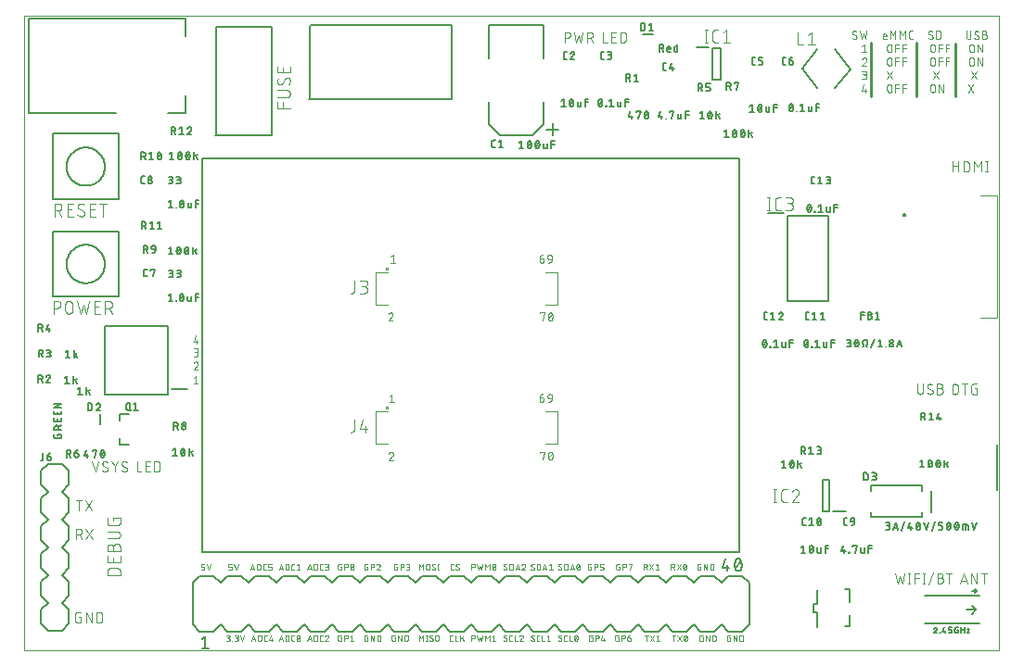
<source format=gto>
G04 EAGLE Gerber X2 export*
%TF.Part,Single*%
%TF.FileFunction,Other,Silk screen TOP*%
%TF.FilePolarity,Positive*%
%TF.GenerationSoftware,Autodesk,EAGLE,9.0.0*%
%TF.CreationDate,2018-08-23T05:20:42Z*%
G75*
%MOMM*%
%FSLAX34Y34*%
%LPD*%
%AMOC8*
5,1,8,0,0,1.08239X$1,22.5*%
G01*
%ADD10C,0.000000*%
%ADD11C,0.076200*%
%ADD12C,0.152400*%
%ADD13C,0.101600*%
%ADD14C,0.050800*%
%ADD15C,0.254000*%
%ADD16C,0.100081*%
%ADD17C,0.203200*%
%ADD18C,0.127000*%
%ADD19C,0.200000*%
%ADD20C,0.100000*%


D10*
X110000Y140000D02*
X1000000Y140000D01*
X1000000Y720000D01*
X110000Y720000D01*
X110000Y140000D01*
D11*
X444281Y499910D02*
X446327Y501547D01*
X446327Y494181D01*
X444281Y494181D02*
X448373Y494181D01*
X444362Y448562D02*
X444447Y448560D01*
X444532Y448554D01*
X444616Y448544D01*
X444700Y448531D01*
X444784Y448513D01*
X444866Y448492D01*
X444947Y448467D01*
X445027Y448438D01*
X445106Y448405D01*
X445183Y448369D01*
X445258Y448329D01*
X445332Y448286D01*
X445403Y448240D01*
X445472Y448190D01*
X445539Y448137D01*
X445603Y448081D01*
X445664Y448022D01*
X445723Y447961D01*
X445779Y447897D01*
X445832Y447830D01*
X445882Y447761D01*
X445928Y447690D01*
X445971Y447616D01*
X446011Y447541D01*
X446047Y447464D01*
X446080Y447385D01*
X446109Y447305D01*
X446134Y447224D01*
X446155Y447142D01*
X446173Y447058D01*
X446186Y446974D01*
X446196Y446890D01*
X446202Y446805D01*
X446204Y446720D01*
X444362Y448561D02*
X444266Y448559D01*
X444170Y448553D01*
X444075Y448543D01*
X443980Y448530D01*
X443885Y448512D01*
X443792Y448491D01*
X443699Y448466D01*
X443608Y448437D01*
X443517Y448405D01*
X443428Y448369D01*
X443341Y448329D01*
X443255Y448286D01*
X443171Y448240D01*
X443089Y448190D01*
X443009Y448136D01*
X442932Y448080D01*
X442857Y448020D01*
X442784Y447958D01*
X442714Y447892D01*
X442646Y447824D01*
X442581Y447753D01*
X442520Y447680D01*
X442461Y447604D01*
X442405Y447525D01*
X442353Y447445D01*
X442304Y447362D01*
X442258Y447278D01*
X442216Y447192D01*
X442178Y447104D01*
X442143Y447015D01*
X442111Y446924D01*
X445589Y445288D02*
X445649Y445347D01*
X445706Y445409D01*
X445761Y445473D01*
X445812Y445540D01*
X445861Y445609D01*
X445907Y445679D01*
X445950Y445752D01*
X445990Y445826D01*
X446026Y445902D01*
X446059Y445980D01*
X446089Y446059D01*
X446116Y446139D01*
X446139Y446220D01*
X446158Y446302D01*
X446174Y446384D01*
X446187Y446468D01*
X446196Y446552D01*
X446201Y446636D01*
X446203Y446720D01*
X445589Y445287D02*
X442111Y441195D01*
X446203Y441195D01*
X580181Y498173D02*
X582636Y498173D01*
X582714Y498171D01*
X582792Y498166D01*
X582869Y498156D01*
X582946Y498143D01*
X583022Y498127D01*
X583097Y498107D01*
X583171Y498083D01*
X583244Y498056D01*
X583316Y498025D01*
X583386Y497991D01*
X583455Y497954D01*
X583521Y497913D01*
X583586Y497869D01*
X583648Y497823D01*
X583708Y497773D01*
X583766Y497721D01*
X583821Y497666D01*
X583873Y497608D01*
X583923Y497548D01*
X583969Y497486D01*
X584013Y497421D01*
X584054Y497355D01*
X584091Y497286D01*
X584125Y497216D01*
X584156Y497144D01*
X584183Y497071D01*
X584207Y496997D01*
X584227Y496922D01*
X584243Y496846D01*
X584256Y496769D01*
X584266Y496692D01*
X584271Y496614D01*
X584273Y496536D01*
X584273Y496127D01*
X584271Y496038D01*
X584265Y495949D01*
X584255Y495860D01*
X584242Y495772D01*
X584225Y495684D01*
X584203Y495597D01*
X584178Y495512D01*
X584150Y495427D01*
X584117Y495344D01*
X584081Y495262D01*
X584042Y495182D01*
X583999Y495104D01*
X583953Y495028D01*
X583903Y494953D01*
X583850Y494881D01*
X583794Y494812D01*
X583735Y494745D01*
X583674Y494680D01*
X583609Y494619D01*
X583542Y494560D01*
X583473Y494504D01*
X583401Y494451D01*
X583326Y494401D01*
X583250Y494355D01*
X583172Y494312D01*
X583092Y494273D01*
X583010Y494237D01*
X582927Y494204D01*
X582842Y494176D01*
X582757Y494151D01*
X582670Y494129D01*
X582582Y494112D01*
X582494Y494099D01*
X582405Y494089D01*
X582316Y494083D01*
X582227Y494081D01*
X582138Y494083D01*
X582049Y494089D01*
X581960Y494099D01*
X581872Y494112D01*
X581784Y494129D01*
X581697Y494151D01*
X581612Y494176D01*
X581527Y494204D01*
X581444Y494237D01*
X581362Y494273D01*
X581282Y494312D01*
X581204Y494355D01*
X581128Y494401D01*
X581053Y494451D01*
X580981Y494504D01*
X580912Y494560D01*
X580845Y494619D01*
X580780Y494680D01*
X580719Y494745D01*
X580660Y494812D01*
X580604Y494881D01*
X580551Y494953D01*
X580501Y495028D01*
X580455Y495104D01*
X580412Y495182D01*
X580373Y495262D01*
X580337Y495344D01*
X580304Y495427D01*
X580276Y495512D01*
X580251Y495597D01*
X580229Y495684D01*
X580212Y495772D01*
X580199Y495860D01*
X580189Y495949D01*
X580183Y496038D01*
X580181Y496127D01*
X580181Y498173D01*
X580183Y498287D01*
X580189Y498401D01*
X580199Y498515D01*
X580213Y498629D01*
X580231Y498742D01*
X580253Y498854D01*
X580278Y498965D01*
X580308Y499075D01*
X580341Y499185D01*
X580378Y499293D01*
X580419Y499399D01*
X580464Y499505D01*
X580512Y499608D01*
X580564Y499710D01*
X580620Y499810D01*
X580678Y499908D01*
X580741Y500004D01*
X580806Y500097D01*
X580875Y500189D01*
X580947Y500277D01*
X581022Y500364D01*
X581100Y500447D01*
X581181Y500528D01*
X581264Y500606D01*
X581351Y500681D01*
X581439Y500753D01*
X581531Y500822D01*
X581624Y500887D01*
X581720Y500949D01*
X581818Y501008D01*
X581918Y501064D01*
X582020Y501116D01*
X582123Y501164D01*
X582229Y501209D01*
X582335Y501250D01*
X582443Y501287D01*
X582553Y501320D01*
X582663Y501350D01*
X582774Y501375D01*
X582886Y501397D01*
X582999Y501415D01*
X583113Y501429D01*
X583227Y501439D01*
X583341Y501445D01*
X583455Y501447D01*
X589133Y497355D02*
X591588Y497355D01*
X589133Y497355D02*
X589055Y497357D01*
X588977Y497362D01*
X588900Y497372D01*
X588823Y497385D01*
X588747Y497401D01*
X588672Y497421D01*
X588598Y497445D01*
X588525Y497472D01*
X588453Y497503D01*
X588383Y497537D01*
X588314Y497574D01*
X588248Y497615D01*
X588183Y497659D01*
X588121Y497705D01*
X588061Y497755D01*
X588003Y497807D01*
X587948Y497862D01*
X587896Y497920D01*
X587846Y497980D01*
X587800Y498042D01*
X587756Y498107D01*
X587715Y498174D01*
X587678Y498242D01*
X587644Y498312D01*
X587613Y498384D01*
X587586Y498457D01*
X587562Y498531D01*
X587542Y498606D01*
X587526Y498682D01*
X587513Y498759D01*
X587503Y498836D01*
X587498Y498914D01*
X587496Y498992D01*
X587496Y499401D01*
X587498Y499490D01*
X587504Y499579D01*
X587514Y499668D01*
X587527Y499756D01*
X587544Y499844D01*
X587566Y499931D01*
X587591Y500016D01*
X587619Y500101D01*
X587652Y500184D01*
X587688Y500266D01*
X587727Y500346D01*
X587770Y500424D01*
X587816Y500500D01*
X587866Y500575D01*
X587919Y500647D01*
X587975Y500716D01*
X588034Y500783D01*
X588095Y500848D01*
X588160Y500909D01*
X588227Y500968D01*
X588296Y501024D01*
X588368Y501077D01*
X588443Y501127D01*
X588519Y501173D01*
X588597Y501216D01*
X588677Y501255D01*
X588759Y501291D01*
X588842Y501324D01*
X588927Y501352D01*
X589012Y501377D01*
X589099Y501399D01*
X589187Y501416D01*
X589275Y501429D01*
X589364Y501439D01*
X589453Y501445D01*
X589542Y501447D01*
X589631Y501445D01*
X589720Y501439D01*
X589809Y501429D01*
X589897Y501416D01*
X589985Y501399D01*
X590072Y501377D01*
X590157Y501352D01*
X590242Y501324D01*
X590325Y501291D01*
X590407Y501255D01*
X590487Y501216D01*
X590565Y501173D01*
X590641Y501127D01*
X590716Y501077D01*
X590788Y501024D01*
X590857Y500968D01*
X590924Y500909D01*
X590989Y500848D01*
X591050Y500783D01*
X591109Y500716D01*
X591165Y500647D01*
X591218Y500575D01*
X591268Y500500D01*
X591314Y500424D01*
X591357Y500346D01*
X591396Y500266D01*
X591432Y500184D01*
X591465Y500101D01*
X591493Y500016D01*
X591518Y499931D01*
X591540Y499844D01*
X591557Y499756D01*
X591570Y499668D01*
X591580Y499579D01*
X591586Y499490D01*
X591588Y499401D01*
X591588Y497355D01*
X591589Y497355D02*
X591587Y497243D01*
X591581Y497132D01*
X591572Y497020D01*
X591559Y496909D01*
X591541Y496799D01*
X591521Y496689D01*
X591496Y496580D01*
X591468Y496472D01*
X591436Y496365D01*
X591400Y496259D01*
X591361Y496154D01*
X591318Y496051D01*
X591272Y495949D01*
X591222Y495849D01*
X591169Y495750D01*
X591112Y495654D01*
X591053Y495559D01*
X590990Y495467D01*
X590924Y495377D01*
X590855Y495289D01*
X590783Y495203D01*
X590708Y495120D01*
X590630Y495040D01*
X590550Y494962D01*
X590467Y494887D01*
X590381Y494815D01*
X590293Y494746D01*
X590203Y494680D01*
X590111Y494617D01*
X590016Y494558D01*
X589920Y494501D01*
X589821Y494448D01*
X589721Y494398D01*
X589619Y494352D01*
X589516Y494309D01*
X589411Y494270D01*
X589305Y494234D01*
X589198Y494202D01*
X589090Y494174D01*
X588981Y494149D01*
X588871Y494129D01*
X588761Y494111D01*
X588650Y494098D01*
X588538Y494089D01*
X588427Y494083D01*
X588315Y494081D01*
X580681Y448547D02*
X580681Y447729D01*
X580681Y448547D02*
X584773Y448547D01*
X582727Y441181D01*
X587997Y444864D02*
X587999Y445017D01*
X588005Y445170D01*
X588014Y445322D01*
X588028Y445475D01*
X588045Y445627D01*
X588066Y445778D01*
X588091Y445929D01*
X588120Y446079D01*
X588152Y446229D01*
X588189Y446377D01*
X588229Y446525D01*
X588272Y446672D01*
X588320Y446817D01*
X588371Y446961D01*
X588425Y447104D01*
X588484Y447246D01*
X588545Y447385D01*
X588611Y447524D01*
X588610Y447524D02*
X588636Y447594D01*
X588666Y447664D01*
X588699Y447731D01*
X588735Y447797D01*
X588774Y447861D01*
X588817Y447923D01*
X588863Y447982D01*
X588911Y448040D01*
X588962Y448094D01*
X589016Y448147D01*
X589073Y448196D01*
X589132Y448243D01*
X589193Y448286D01*
X589256Y448327D01*
X589321Y448364D01*
X589388Y448399D01*
X589457Y448429D01*
X589527Y448457D01*
X589598Y448480D01*
X589670Y448501D01*
X589743Y448517D01*
X589817Y448530D01*
X589892Y448540D01*
X589967Y448545D01*
X590042Y448547D01*
X590117Y448545D01*
X590192Y448540D01*
X590267Y448530D01*
X590341Y448517D01*
X590414Y448501D01*
X590486Y448480D01*
X590557Y448457D01*
X590627Y448429D01*
X590696Y448399D01*
X590763Y448364D01*
X590828Y448327D01*
X590891Y448286D01*
X590952Y448243D01*
X591011Y448196D01*
X591068Y448147D01*
X591122Y448094D01*
X591173Y448040D01*
X591222Y447982D01*
X591267Y447923D01*
X591310Y447861D01*
X591349Y447797D01*
X591386Y447731D01*
X591418Y447663D01*
X591448Y447594D01*
X591474Y447524D01*
X591539Y447386D01*
X591601Y447246D01*
X591659Y447104D01*
X591714Y446961D01*
X591765Y446817D01*
X591813Y446672D01*
X591856Y446525D01*
X591896Y446378D01*
X591933Y446229D01*
X591965Y446079D01*
X591994Y445929D01*
X592019Y445778D01*
X592040Y445627D01*
X592057Y445475D01*
X592071Y445322D01*
X592080Y445170D01*
X592086Y445017D01*
X592088Y444864D01*
X587996Y444864D02*
X587998Y444711D01*
X588004Y444558D01*
X588013Y444405D01*
X588027Y444253D01*
X588044Y444101D01*
X588065Y443950D01*
X588090Y443799D01*
X588119Y443648D01*
X588151Y443499D01*
X588188Y443350D01*
X588228Y443203D01*
X588271Y443056D01*
X588319Y442911D01*
X588370Y442766D01*
X588425Y442624D01*
X588483Y442482D01*
X588545Y442342D01*
X588610Y442204D01*
X588636Y442133D01*
X588666Y442064D01*
X588699Y441997D01*
X588735Y441931D01*
X588774Y441867D01*
X588817Y441805D01*
X588863Y441746D01*
X588911Y441688D01*
X588962Y441634D01*
X589016Y441581D01*
X589073Y441532D01*
X589132Y441485D01*
X589193Y441442D01*
X589256Y441401D01*
X589321Y441364D01*
X589388Y441329D01*
X589457Y441299D01*
X589527Y441271D01*
X589598Y441248D01*
X589670Y441227D01*
X589743Y441211D01*
X589817Y441198D01*
X589892Y441188D01*
X589967Y441183D01*
X590042Y441181D01*
X591474Y442204D02*
X591539Y442342D01*
X591601Y442482D01*
X591659Y442624D01*
X591714Y442767D01*
X591765Y442911D01*
X591813Y443056D01*
X591856Y443203D01*
X591896Y443351D01*
X591933Y443499D01*
X591965Y443649D01*
X591994Y443799D01*
X592019Y443950D01*
X592040Y444101D01*
X592057Y444253D01*
X592071Y444406D01*
X592080Y444558D01*
X592086Y444711D01*
X592088Y444864D01*
X591474Y442204D02*
X591448Y442134D01*
X591418Y442064D01*
X591386Y441997D01*
X591349Y441931D01*
X591310Y441867D01*
X591267Y441805D01*
X591221Y441746D01*
X591173Y441688D01*
X591122Y441634D01*
X591068Y441581D01*
X591011Y441532D01*
X590952Y441485D01*
X590891Y441442D01*
X590828Y441401D01*
X590763Y441364D01*
X590696Y441329D01*
X590627Y441299D01*
X590557Y441271D01*
X590486Y441248D01*
X590414Y441227D01*
X590341Y441211D01*
X590267Y441198D01*
X590192Y441188D01*
X590117Y441183D01*
X590042Y441181D01*
X588405Y442818D02*
X591679Y446910D01*
X445127Y373747D02*
X443081Y372110D01*
X445127Y373747D02*
X445127Y366381D01*
X443081Y366381D02*
X447173Y366381D01*
X444932Y321048D02*
X445017Y321046D01*
X445102Y321040D01*
X445186Y321030D01*
X445270Y321017D01*
X445354Y320999D01*
X445436Y320978D01*
X445517Y320953D01*
X445597Y320924D01*
X445676Y320891D01*
X445753Y320855D01*
X445828Y320815D01*
X445902Y320772D01*
X445973Y320726D01*
X446042Y320676D01*
X446109Y320623D01*
X446173Y320567D01*
X446234Y320508D01*
X446293Y320447D01*
X446349Y320383D01*
X446402Y320316D01*
X446452Y320247D01*
X446498Y320176D01*
X446541Y320102D01*
X446581Y320027D01*
X446617Y319950D01*
X446650Y319871D01*
X446679Y319791D01*
X446704Y319710D01*
X446725Y319628D01*
X446743Y319544D01*
X446756Y319460D01*
X446766Y319376D01*
X446772Y319291D01*
X446774Y319206D01*
X444932Y321047D02*
X444836Y321045D01*
X444740Y321039D01*
X444645Y321029D01*
X444550Y321016D01*
X444455Y320998D01*
X444362Y320977D01*
X444269Y320952D01*
X444178Y320923D01*
X444087Y320891D01*
X443998Y320855D01*
X443911Y320815D01*
X443825Y320772D01*
X443741Y320726D01*
X443659Y320676D01*
X443579Y320622D01*
X443502Y320566D01*
X443427Y320506D01*
X443354Y320444D01*
X443284Y320378D01*
X443216Y320310D01*
X443151Y320239D01*
X443090Y320166D01*
X443031Y320090D01*
X442975Y320011D01*
X442923Y319931D01*
X442874Y319848D01*
X442828Y319764D01*
X442786Y319678D01*
X442748Y319590D01*
X442713Y319501D01*
X442681Y319410D01*
X446159Y317774D02*
X446219Y317833D01*
X446276Y317895D01*
X446331Y317959D01*
X446382Y318026D01*
X446431Y318095D01*
X446477Y318165D01*
X446520Y318238D01*
X446560Y318312D01*
X446596Y318388D01*
X446629Y318466D01*
X446659Y318545D01*
X446686Y318625D01*
X446709Y318706D01*
X446728Y318788D01*
X446744Y318870D01*
X446757Y318954D01*
X446766Y319038D01*
X446771Y319122D01*
X446773Y319206D01*
X446159Y317773D02*
X442681Y313681D01*
X446773Y313681D01*
X580081Y370873D02*
X582536Y370873D01*
X582614Y370871D01*
X582692Y370866D01*
X582769Y370856D01*
X582846Y370843D01*
X582922Y370827D01*
X582997Y370807D01*
X583071Y370783D01*
X583144Y370756D01*
X583216Y370725D01*
X583286Y370691D01*
X583355Y370654D01*
X583421Y370613D01*
X583486Y370569D01*
X583548Y370523D01*
X583608Y370473D01*
X583666Y370421D01*
X583721Y370366D01*
X583773Y370308D01*
X583823Y370248D01*
X583869Y370186D01*
X583913Y370121D01*
X583954Y370055D01*
X583991Y369986D01*
X584025Y369916D01*
X584056Y369844D01*
X584083Y369771D01*
X584107Y369697D01*
X584127Y369622D01*
X584143Y369546D01*
X584156Y369469D01*
X584166Y369392D01*
X584171Y369314D01*
X584173Y369236D01*
X584173Y368827D01*
X584171Y368738D01*
X584165Y368649D01*
X584155Y368560D01*
X584142Y368472D01*
X584125Y368384D01*
X584103Y368297D01*
X584078Y368212D01*
X584050Y368127D01*
X584017Y368044D01*
X583981Y367962D01*
X583942Y367882D01*
X583899Y367804D01*
X583853Y367728D01*
X583803Y367653D01*
X583750Y367581D01*
X583694Y367512D01*
X583635Y367445D01*
X583574Y367380D01*
X583509Y367319D01*
X583442Y367260D01*
X583373Y367204D01*
X583301Y367151D01*
X583226Y367101D01*
X583150Y367055D01*
X583072Y367012D01*
X582992Y366973D01*
X582910Y366937D01*
X582827Y366904D01*
X582742Y366876D01*
X582657Y366851D01*
X582570Y366829D01*
X582482Y366812D01*
X582394Y366799D01*
X582305Y366789D01*
X582216Y366783D01*
X582127Y366781D01*
X582038Y366783D01*
X581949Y366789D01*
X581860Y366799D01*
X581772Y366812D01*
X581684Y366829D01*
X581597Y366851D01*
X581512Y366876D01*
X581427Y366904D01*
X581344Y366937D01*
X581262Y366973D01*
X581182Y367012D01*
X581104Y367055D01*
X581028Y367101D01*
X580953Y367151D01*
X580881Y367204D01*
X580812Y367260D01*
X580745Y367319D01*
X580680Y367380D01*
X580619Y367445D01*
X580560Y367512D01*
X580504Y367581D01*
X580451Y367653D01*
X580401Y367728D01*
X580355Y367804D01*
X580312Y367882D01*
X580273Y367962D01*
X580237Y368044D01*
X580204Y368127D01*
X580176Y368212D01*
X580151Y368297D01*
X580129Y368384D01*
X580112Y368472D01*
X580099Y368560D01*
X580089Y368649D01*
X580083Y368738D01*
X580081Y368827D01*
X580081Y370873D01*
X580083Y370987D01*
X580089Y371101D01*
X580099Y371215D01*
X580113Y371329D01*
X580131Y371442D01*
X580153Y371554D01*
X580178Y371665D01*
X580208Y371775D01*
X580241Y371885D01*
X580278Y371993D01*
X580319Y372099D01*
X580364Y372205D01*
X580412Y372308D01*
X580464Y372410D01*
X580520Y372510D01*
X580578Y372608D01*
X580641Y372704D01*
X580706Y372797D01*
X580775Y372889D01*
X580847Y372977D01*
X580922Y373064D01*
X581000Y373147D01*
X581081Y373228D01*
X581164Y373306D01*
X581251Y373381D01*
X581339Y373453D01*
X581431Y373522D01*
X581524Y373587D01*
X581620Y373649D01*
X581718Y373708D01*
X581818Y373764D01*
X581920Y373816D01*
X582023Y373864D01*
X582129Y373909D01*
X582235Y373950D01*
X582343Y373987D01*
X582453Y374020D01*
X582563Y374050D01*
X582674Y374075D01*
X582786Y374097D01*
X582899Y374115D01*
X583013Y374129D01*
X583127Y374139D01*
X583241Y374145D01*
X583355Y374147D01*
X589033Y370055D02*
X591488Y370055D01*
X589033Y370055D02*
X588955Y370057D01*
X588877Y370062D01*
X588800Y370072D01*
X588723Y370085D01*
X588647Y370101D01*
X588572Y370121D01*
X588498Y370145D01*
X588425Y370172D01*
X588353Y370203D01*
X588283Y370237D01*
X588214Y370274D01*
X588148Y370315D01*
X588083Y370359D01*
X588021Y370405D01*
X587961Y370455D01*
X587903Y370507D01*
X587848Y370562D01*
X587796Y370620D01*
X587746Y370680D01*
X587700Y370742D01*
X587656Y370807D01*
X587615Y370874D01*
X587578Y370942D01*
X587544Y371012D01*
X587513Y371084D01*
X587486Y371157D01*
X587462Y371231D01*
X587442Y371306D01*
X587426Y371382D01*
X587413Y371459D01*
X587403Y371536D01*
X587398Y371614D01*
X587396Y371692D01*
X587396Y372101D01*
X587398Y372190D01*
X587404Y372279D01*
X587414Y372368D01*
X587427Y372456D01*
X587444Y372544D01*
X587466Y372631D01*
X587491Y372716D01*
X587519Y372801D01*
X587552Y372884D01*
X587588Y372966D01*
X587627Y373046D01*
X587670Y373124D01*
X587716Y373200D01*
X587766Y373275D01*
X587819Y373347D01*
X587875Y373416D01*
X587934Y373483D01*
X587995Y373548D01*
X588060Y373609D01*
X588127Y373668D01*
X588196Y373724D01*
X588268Y373777D01*
X588343Y373827D01*
X588419Y373873D01*
X588497Y373916D01*
X588577Y373955D01*
X588659Y373991D01*
X588742Y374024D01*
X588827Y374052D01*
X588912Y374077D01*
X588999Y374099D01*
X589087Y374116D01*
X589175Y374129D01*
X589264Y374139D01*
X589353Y374145D01*
X589442Y374147D01*
X589531Y374145D01*
X589620Y374139D01*
X589709Y374129D01*
X589797Y374116D01*
X589885Y374099D01*
X589972Y374077D01*
X590057Y374052D01*
X590142Y374024D01*
X590225Y373991D01*
X590307Y373955D01*
X590387Y373916D01*
X590465Y373873D01*
X590541Y373827D01*
X590616Y373777D01*
X590688Y373724D01*
X590757Y373668D01*
X590824Y373609D01*
X590889Y373548D01*
X590950Y373483D01*
X591009Y373416D01*
X591065Y373347D01*
X591118Y373275D01*
X591168Y373200D01*
X591214Y373124D01*
X591257Y373046D01*
X591296Y372966D01*
X591332Y372884D01*
X591365Y372801D01*
X591393Y372716D01*
X591418Y372631D01*
X591440Y372544D01*
X591457Y372456D01*
X591470Y372368D01*
X591480Y372279D01*
X591486Y372190D01*
X591488Y372101D01*
X591488Y370055D01*
X591489Y370055D02*
X591487Y369943D01*
X591481Y369832D01*
X591472Y369720D01*
X591459Y369609D01*
X591441Y369499D01*
X591421Y369389D01*
X591396Y369280D01*
X591368Y369172D01*
X591336Y369065D01*
X591300Y368959D01*
X591261Y368854D01*
X591218Y368751D01*
X591172Y368649D01*
X591122Y368549D01*
X591069Y368450D01*
X591012Y368354D01*
X590953Y368259D01*
X590890Y368167D01*
X590824Y368077D01*
X590755Y367989D01*
X590683Y367903D01*
X590608Y367820D01*
X590530Y367740D01*
X590450Y367662D01*
X590367Y367587D01*
X590281Y367515D01*
X590193Y367446D01*
X590103Y367380D01*
X590011Y367317D01*
X589916Y367258D01*
X589820Y367201D01*
X589721Y367148D01*
X589621Y367098D01*
X589519Y367052D01*
X589416Y367009D01*
X589311Y366970D01*
X589205Y366934D01*
X589098Y366902D01*
X588990Y366874D01*
X588881Y366849D01*
X588771Y366829D01*
X588661Y366811D01*
X588550Y366798D01*
X588438Y366789D01*
X588327Y366783D01*
X588215Y366781D01*
X580781Y321347D02*
X580781Y320529D01*
X580781Y321347D02*
X584873Y321347D01*
X582827Y313981D01*
X588097Y317664D02*
X588099Y317817D01*
X588105Y317970D01*
X588114Y318122D01*
X588128Y318275D01*
X588145Y318427D01*
X588166Y318578D01*
X588191Y318729D01*
X588220Y318879D01*
X588252Y319029D01*
X588289Y319177D01*
X588329Y319325D01*
X588372Y319472D01*
X588420Y319617D01*
X588471Y319761D01*
X588525Y319904D01*
X588584Y320046D01*
X588645Y320185D01*
X588711Y320324D01*
X588710Y320324D02*
X588736Y320394D01*
X588766Y320464D01*
X588799Y320531D01*
X588835Y320597D01*
X588874Y320661D01*
X588917Y320723D01*
X588963Y320782D01*
X589011Y320840D01*
X589062Y320894D01*
X589116Y320947D01*
X589173Y320996D01*
X589232Y321043D01*
X589293Y321086D01*
X589356Y321127D01*
X589421Y321164D01*
X589488Y321199D01*
X589557Y321229D01*
X589627Y321257D01*
X589698Y321280D01*
X589770Y321301D01*
X589843Y321317D01*
X589917Y321330D01*
X589992Y321340D01*
X590067Y321345D01*
X590142Y321347D01*
X590217Y321345D01*
X590292Y321340D01*
X590367Y321330D01*
X590441Y321317D01*
X590514Y321301D01*
X590586Y321280D01*
X590657Y321257D01*
X590727Y321229D01*
X590796Y321199D01*
X590863Y321164D01*
X590928Y321127D01*
X590991Y321086D01*
X591052Y321043D01*
X591111Y320996D01*
X591168Y320947D01*
X591222Y320894D01*
X591273Y320840D01*
X591322Y320782D01*
X591367Y320723D01*
X591410Y320661D01*
X591449Y320597D01*
X591486Y320531D01*
X591518Y320463D01*
X591548Y320394D01*
X591574Y320324D01*
X591639Y320186D01*
X591701Y320046D01*
X591759Y319904D01*
X591814Y319761D01*
X591865Y319617D01*
X591913Y319472D01*
X591956Y319325D01*
X591996Y319178D01*
X592033Y319029D01*
X592065Y318879D01*
X592094Y318729D01*
X592119Y318578D01*
X592140Y318427D01*
X592157Y318275D01*
X592171Y318122D01*
X592180Y317970D01*
X592186Y317817D01*
X592188Y317664D01*
X588096Y317664D02*
X588098Y317511D01*
X588104Y317358D01*
X588113Y317205D01*
X588127Y317053D01*
X588144Y316901D01*
X588165Y316750D01*
X588190Y316599D01*
X588219Y316448D01*
X588251Y316299D01*
X588288Y316150D01*
X588328Y316003D01*
X588371Y315856D01*
X588419Y315711D01*
X588470Y315566D01*
X588525Y315424D01*
X588583Y315282D01*
X588645Y315142D01*
X588710Y315004D01*
X588736Y314933D01*
X588766Y314864D01*
X588799Y314797D01*
X588835Y314731D01*
X588874Y314667D01*
X588917Y314605D01*
X588963Y314546D01*
X589011Y314488D01*
X589062Y314434D01*
X589116Y314381D01*
X589173Y314332D01*
X589232Y314285D01*
X589293Y314242D01*
X589356Y314201D01*
X589421Y314164D01*
X589488Y314129D01*
X589557Y314099D01*
X589627Y314071D01*
X589698Y314048D01*
X589770Y314027D01*
X589843Y314011D01*
X589917Y313998D01*
X589992Y313988D01*
X590067Y313983D01*
X590142Y313981D01*
X591574Y315004D02*
X591639Y315142D01*
X591701Y315282D01*
X591759Y315424D01*
X591814Y315567D01*
X591865Y315711D01*
X591913Y315856D01*
X591956Y316003D01*
X591996Y316151D01*
X592033Y316299D01*
X592065Y316449D01*
X592094Y316599D01*
X592119Y316750D01*
X592140Y316901D01*
X592157Y317053D01*
X592171Y317206D01*
X592180Y317358D01*
X592186Y317511D01*
X592188Y317664D01*
X591574Y315004D02*
X591548Y314934D01*
X591518Y314864D01*
X591486Y314797D01*
X591449Y314731D01*
X591410Y314667D01*
X591367Y314605D01*
X591321Y314546D01*
X591273Y314488D01*
X591222Y314434D01*
X591168Y314381D01*
X591111Y314332D01*
X591052Y314285D01*
X590991Y314242D01*
X590928Y314201D01*
X590863Y314164D01*
X590796Y314129D01*
X590727Y314099D01*
X590657Y314071D01*
X590586Y314048D01*
X590514Y314027D01*
X590441Y314011D01*
X590367Y313998D01*
X590292Y313988D01*
X590217Y313983D01*
X590142Y313981D01*
X588505Y315618D02*
X591779Y319710D01*
D12*
X272300Y229500D02*
X272300Y589300D01*
X762200Y589300D02*
X762200Y229500D01*
X762200Y589300D02*
X272300Y589300D01*
X272300Y229500D02*
X762200Y229500D01*
D13*
X352492Y635508D02*
X340808Y635508D01*
X340808Y640701D01*
X346001Y640701D02*
X346001Y635508D01*
X349246Y645391D02*
X340808Y645391D01*
X349246Y645391D02*
X349359Y645393D01*
X349472Y645399D01*
X349585Y645409D01*
X349698Y645423D01*
X349810Y645440D01*
X349921Y645462D01*
X350031Y645487D01*
X350141Y645517D01*
X350249Y645550D01*
X350356Y645587D01*
X350462Y645627D01*
X350566Y645672D01*
X350669Y645720D01*
X350770Y645771D01*
X350869Y645826D01*
X350966Y645884D01*
X351061Y645946D01*
X351154Y646011D01*
X351244Y646079D01*
X351332Y646150D01*
X351418Y646225D01*
X351501Y646302D01*
X351581Y646382D01*
X351658Y646465D01*
X351733Y646551D01*
X351804Y646639D01*
X351872Y646729D01*
X351937Y646822D01*
X351999Y646917D01*
X352057Y647014D01*
X352112Y647113D01*
X352163Y647214D01*
X352211Y647317D01*
X352256Y647421D01*
X352296Y647527D01*
X352333Y647634D01*
X352366Y647742D01*
X352396Y647852D01*
X352421Y647962D01*
X352443Y648073D01*
X352460Y648185D01*
X352474Y648298D01*
X352484Y648411D01*
X352490Y648524D01*
X352492Y648637D01*
X352490Y648750D01*
X352484Y648863D01*
X352474Y648976D01*
X352460Y649089D01*
X352443Y649201D01*
X352421Y649312D01*
X352396Y649422D01*
X352366Y649532D01*
X352333Y649640D01*
X352296Y649747D01*
X352256Y649853D01*
X352211Y649957D01*
X352163Y650060D01*
X352112Y650161D01*
X352057Y650260D01*
X351999Y650357D01*
X351937Y650452D01*
X351872Y650545D01*
X351804Y650635D01*
X351733Y650723D01*
X351658Y650809D01*
X351581Y650892D01*
X351501Y650972D01*
X351418Y651049D01*
X351332Y651124D01*
X351244Y651195D01*
X351154Y651263D01*
X351061Y651328D01*
X350966Y651390D01*
X350869Y651448D01*
X350770Y651503D01*
X350669Y651554D01*
X350566Y651602D01*
X350462Y651647D01*
X350356Y651687D01*
X350249Y651724D01*
X350141Y651757D01*
X350031Y651787D01*
X349921Y651812D01*
X349810Y651834D01*
X349698Y651851D01*
X349585Y651865D01*
X349472Y651875D01*
X349359Y651881D01*
X349246Y651883D01*
X340808Y651883D01*
X349896Y663312D02*
X349995Y663310D01*
X350095Y663304D01*
X350194Y663295D01*
X350292Y663282D01*
X350390Y663265D01*
X350488Y663244D01*
X350584Y663219D01*
X350679Y663191D01*
X350773Y663159D01*
X350866Y663124D01*
X350958Y663085D01*
X351048Y663042D01*
X351136Y662997D01*
X351223Y662947D01*
X351307Y662895D01*
X351390Y662839D01*
X351470Y662781D01*
X351548Y662719D01*
X351623Y662654D01*
X351696Y662586D01*
X351766Y662516D01*
X351834Y662443D01*
X351899Y662368D01*
X351961Y662290D01*
X352019Y662210D01*
X352075Y662127D01*
X352127Y662043D01*
X352177Y661956D01*
X352222Y661868D01*
X352265Y661778D01*
X352304Y661686D01*
X352339Y661593D01*
X352371Y661499D01*
X352399Y661404D01*
X352424Y661308D01*
X352445Y661210D01*
X352462Y661112D01*
X352475Y661014D01*
X352484Y660915D01*
X352490Y660815D01*
X352492Y660716D01*
X352490Y660572D01*
X352484Y660427D01*
X352475Y660283D01*
X352462Y660140D01*
X352445Y659996D01*
X352424Y659853D01*
X352399Y659711D01*
X352371Y659570D01*
X352339Y659429D01*
X352303Y659289D01*
X352264Y659150D01*
X352221Y659012D01*
X352174Y658876D01*
X352124Y658740D01*
X352070Y658606D01*
X352013Y658474D01*
X351952Y658343D01*
X351888Y658214D01*
X351820Y658086D01*
X351750Y657960D01*
X351675Y657836D01*
X351598Y657715D01*
X351517Y657595D01*
X351434Y657477D01*
X351347Y657362D01*
X351257Y657249D01*
X351164Y657138D01*
X351069Y657030D01*
X350970Y656924D01*
X350869Y656821D01*
X343404Y657146D02*
X343305Y657148D01*
X343205Y657154D01*
X343106Y657163D01*
X343008Y657176D01*
X342910Y657193D01*
X342812Y657214D01*
X342716Y657239D01*
X342621Y657267D01*
X342527Y657299D01*
X342434Y657334D01*
X342342Y657373D01*
X342252Y657416D01*
X342164Y657461D01*
X342077Y657511D01*
X341993Y657563D01*
X341910Y657619D01*
X341830Y657677D01*
X341752Y657739D01*
X341677Y657804D01*
X341604Y657872D01*
X341534Y657942D01*
X341466Y658015D01*
X341401Y658090D01*
X341339Y658168D01*
X341281Y658248D01*
X341225Y658331D01*
X341173Y658415D01*
X341123Y658502D01*
X341078Y658590D01*
X341035Y658680D01*
X340996Y658772D01*
X340961Y658865D01*
X340929Y658959D01*
X340901Y659054D01*
X340876Y659150D01*
X340855Y659248D01*
X340838Y659346D01*
X340825Y659444D01*
X340816Y659543D01*
X340810Y659643D01*
X340808Y659742D01*
X340810Y659878D01*
X340816Y660014D01*
X340825Y660150D01*
X340838Y660286D01*
X340856Y660421D01*
X340876Y660555D01*
X340901Y660689D01*
X340929Y660823D01*
X340962Y660955D01*
X340997Y661086D01*
X341037Y661217D01*
X341080Y661346D01*
X341126Y661474D01*
X341177Y661600D01*
X341230Y661726D01*
X341288Y661849D01*
X341348Y661971D01*
X341412Y662091D01*
X341480Y662210D01*
X341550Y662326D01*
X341624Y662440D01*
X341701Y662553D01*
X341782Y662663D01*
X345676Y658444D02*
X345623Y658358D01*
X345566Y658274D01*
X345507Y658192D01*
X345444Y658112D01*
X345378Y658035D01*
X345310Y657960D01*
X345238Y657888D01*
X345164Y657819D01*
X345087Y657753D01*
X345008Y657690D01*
X344926Y657630D01*
X344842Y657573D01*
X344756Y657519D01*
X344668Y657469D01*
X344578Y657422D01*
X344487Y657378D01*
X344393Y657339D01*
X344299Y657302D01*
X344203Y657270D01*
X344105Y657241D01*
X344007Y657216D01*
X343908Y657195D01*
X343808Y657177D01*
X343708Y657164D01*
X343607Y657154D01*
X343505Y657148D01*
X343404Y657146D01*
X347624Y662014D02*
X347677Y662100D01*
X347734Y662184D01*
X347793Y662266D01*
X347856Y662346D01*
X347922Y662423D01*
X347990Y662498D01*
X348062Y662570D01*
X348136Y662639D01*
X348213Y662705D01*
X348292Y662768D01*
X348374Y662828D01*
X348458Y662885D01*
X348544Y662939D01*
X348632Y662989D01*
X348722Y663036D01*
X348813Y663080D01*
X348907Y663119D01*
X349001Y663156D01*
X349097Y663188D01*
X349195Y663217D01*
X349293Y663242D01*
X349392Y663263D01*
X349492Y663281D01*
X349592Y663294D01*
X349693Y663304D01*
X349795Y663310D01*
X349896Y663312D01*
X347624Y662014D02*
X345676Y658444D01*
X352492Y668274D02*
X352492Y673467D01*
X352492Y668274D02*
X340808Y668274D01*
X340808Y673467D01*
X346001Y672169D02*
X346001Y668274D01*
D11*
X159992Y276779D02*
X159992Y267381D01*
X157381Y276779D02*
X162602Y276779D01*
X171659Y276779D02*
X165393Y267381D01*
X171659Y267381D02*
X165393Y276779D01*
X157381Y250779D02*
X157381Y241381D01*
X157381Y250779D02*
X159992Y250779D01*
X160093Y250777D01*
X160194Y250771D01*
X160295Y250761D01*
X160395Y250748D01*
X160495Y250730D01*
X160594Y250709D01*
X160692Y250683D01*
X160789Y250654D01*
X160885Y250622D01*
X160979Y250585D01*
X161072Y250545D01*
X161164Y250501D01*
X161253Y250454D01*
X161341Y250403D01*
X161427Y250349D01*
X161510Y250292D01*
X161592Y250232D01*
X161670Y250168D01*
X161747Y250102D01*
X161820Y250032D01*
X161891Y249960D01*
X161959Y249885D01*
X162024Y249807D01*
X162086Y249727D01*
X162145Y249645D01*
X162201Y249560D01*
X162253Y249473D01*
X162302Y249385D01*
X162348Y249294D01*
X162389Y249202D01*
X162428Y249108D01*
X162462Y249013D01*
X162493Y248917D01*
X162520Y248819D01*
X162544Y248721D01*
X162563Y248621D01*
X162579Y248521D01*
X162591Y248421D01*
X162599Y248320D01*
X162603Y248219D01*
X162603Y248117D01*
X162599Y248016D01*
X162591Y247915D01*
X162579Y247815D01*
X162563Y247715D01*
X162544Y247615D01*
X162520Y247517D01*
X162493Y247419D01*
X162462Y247323D01*
X162428Y247228D01*
X162389Y247134D01*
X162348Y247042D01*
X162302Y246951D01*
X162253Y246862D01*
X162201Y246776D01*
X162145Y246691D01*
X162086Y246609D01*
X162024Y246529D01*
X161959Y246451D01*
X161891Y246376D01*
X161820Y246304D01*
X161747Y246234D01*
X161670Y246168D01*
X161592Y246104D01*
X161510Y246044D01*
X161427Y245987D01*
X161341Y245933D01*
X161253Y245882D01*
X161164Y245835D01*
X161072Y245791D01*
X160979Y245751D01*
X160885Y245714D01*
X160789Y245682D01*
X160692Y245653D01*
X160594Y245627D01*
X160495Y245606D01*
X160395Y245588D01*
X160295Y245575D01*
X160194Y245565D01*
X160093Y245559D01*
X159992Y245557D01*
X159992Y245558D02*
X157381Y245558D01*
X160514Y245558D02*
X162602Y241381D01*
X165946Y241381D02*
X172211Y250779D01*
X165946Y250779D02*
X172211Y241381D01*
X161602Y170602D02*
X160036Y170602D01*
X161602Y170602D02*
X161602Y165381D01*
X158469Y165381D01*
X158380Y165383D01*
X158292Y165389D01*
X158204Y165398D01*
X158116Y165411D01*
X158029Y165428D01*
X157943Y165448D01*
X157858Y165473D01*
X157773Y165500D01*
X157690Y165532D01*
X157609Y165566D01*
X157529Y165605D01*
X157451Y165646D01*
X157374Y165691D01*
X157300Y165739D01*
X157227Y165790D01*
X157157Y165844D01*
X157090Y165902D01*
X157024Y165962D01*
X156962Y166024D01*
X156902Y166090D01*
X156844Y166157D01*
X156790Y166227D01*
X156739Y166300D01*
X156691Y166374D01*
X156646Y166451D01*
X156605Y166529D01*
X156566Y166609D01*
X156532Y166690D01*
X156500Y166773D01*
X156473Y166858D01*
X156448Y166943D01*
X156428Y167029D01*
X156411Y167116D01*
X156398Y167204D01*
X156389Y167292D01*
X156383Y167380D01*
X156381Y167469D01*
X156381Y172691D01*
X156383Y172782D01*
X156389Y172873D01*
X156399Y172964D01*
X156413Y173054D01*
X156430Y173143D01*
X156452Y173231D01*
X156478Y173319D01*
X156507Y173405D01*
X156540Y173490D01*
X156577Y173573D01*
X156617Y173655D01*
X156661Y173735D01*
X156708Y173813D01*
X156759Y173889D01*
X156812Y173962D01*
X156869Y174033D01*
X156930Y174102D01*
X156993Y174167D01*
X157058Y174230D01*
X157127Y174290D01*
X157198Y174348D01*
X157271Y174401D01*
X157347Y174452D01*
X157425Y174499D01*
X157505Y174543D01*
X157587Y174583D01*
X157670Y174620D01*
X157755Y174653D01*
X157841Y174682D01*
X157929Y174708D01*
X158017Y174730D01*
X158106Y174747D01*
X158196Y174761D01*
X158287Y174771D01*
X158378Y174777D01*
X158469Y174779D01*
X161602Y174779D01*
X166135Y174779D02*
X166135Y165381D01*
X171356Y165381D02*
X166135Y174779D01*
X171356Y174779D02*
X171356Y165381D01*
X175888Y165381D02*
X175888Y174779D01*
X178499Y174779D01*
X178599Y174777D01*
X178699Y174771D01*
X178798Y174762D01*
X178898Y174748D01*
X178996Y174731D01*
X179094Y174710D01*
X179191Y174686D01*
X179287Y174657D01*
X179382Y174625D01*
X179475Y174590D01*
X179567Y174551D01*
X179658Y174508D01*
X179746Y174462D01*
X179833Y174412D01*
X179918Y174360D01*
X180001Y174304D01*
X180082Y174245D01*
X180160Y174182D01*
X180236Y174117D01*
X180310Y174049D01*
X180380Y173979D01*
X180448Y173905D01*
X180513Y173829D01*
X180576Y173751D01*
X180635Y173670D01*
X180691Y173587D01*
X180743Y173502D01*
X180793Y173415D01*
X180839Y173327D01*
X180882Y173236D01*
X180921Y173144D01*
X180956Y173051D01*
X180988Y172956D01*
X181017Y172860D01*
X181041Y172763D01*
X181062Y172665D01*
X181079Y172567D01*
X181093Y172467D01*
X181102Y172368D01*
X181108Y172268D01*
X181110Y172168D01*
X181109Y172168D02*
X181109Y167992D01*
X181110Y167992D02*
X181108Y167892D01*
X181102Y167792D01*
X181093Y167693D01*
X181079Y167593D01*
X181062Y167495D01*
X181041Y167397D01*
X181017Y167300D01*
X180988Y167204D01*
X180956Y167109D01*
X180921Y167016D01*
X180882Y166924D01*
X180839Y166833D01*
X180793Y166745D01*
X180743Y166658D01*
X180691Y166573D01*
X180635Y166490D01*
X180576Y166409D01*
X180513Y166331D01*
X180448Y166255D01*
X180380Y166181D01*
X180310Y166111D01*
X180236Y166043D01*
X180160Y165978D01*
X180082Y165915D01*
X180001Y165856D01*
X179918Y165800D01*
X179833Y165748D01*
X179746Y165698D01*
X179658Y165652D01*
X179567Y165609D01*
X179475Y165570D01*
X179382Y165535D01*
X179287Y165503D01*
X179191Y165474D01*
X179094Y165450D01*
X178996Y165429D01*
X178898Y165412D01*
X178798Y165398D01*
X178699Y165389D01*
X178599Y165383D01*
X178499Y165381D01*
X175888Y165381D01*
D13*
X137508Y536508D02*
X137508Y548192D01*
X140754Y548192D01*
X140867Y548190D01*
X140980Y548184D01*
X141093Y548174D01*
X141206Y548160D01*
X141318Y548143D01*
X141429Y548121D01*
X141539Y548096D01*
X141649Y548066D01*
X141757Y548033D01*
X141864Y547996D01*
X141970Y547956D01*
X142074Y547911D01*
X142177Y547863D01*
X142278Y547812D01*
X142377Y547757D01*
X142474Y547699D01*
X142569Y547637D01*
X142662Y547572D01*
X142752Y547504D01*
X142840Y547433D01*
X142926Y547358D01*
X143009Y547281D01*
X143089Y547201D01*
X143166Y547118D01*
X143241Y547032D01*
X143312Y546944D01*
X143380Y546854D01*
X143445Y546761D01*
X143507Y546666D01*
X143565Y546569D01*
X143620Y546470D01*
X143671Y546369D01*
X143719Y546266D01*
X143764Y546162D01*
X143804Y546056D01*
X143841Y545949D01*
X143874Y545841D01*
X143904Y545731D01*
X143929Y545621D01*
X143951Y545510D01*
X143968Y545398D01*
X143982Y545285D01*
X143992Y545172D01*
X143998Y545059D01*
X144000Y544946D01*
X143998Y544833D01*
X143992Y544720D01*
X143982Y544607D01*
X143968Y544494D01*
X143951Y544382D01*
X143929Y544271D01*
X143904Y544161D01*
X143874Y544051D01*
X143841Y543943D01*
X143804Y543836D01*
X143764Y543730D01*
X143719Y543626D01*
X143671Y543523D01*
X143620Y543422D01*
X143565Y543323D01*
X143507Y543226D01*
X143445Y543131D01*
X143380Y543038D01*
X143312Y542948D01*
X143241Y542860D01*
X143166Y542774D01*
X143089Y542691D01*
X143009Y542611D01*
X142926Y542534D01*
X142840Y542459D01*
X142752Y542388D01*
X142662Y542320D01*
X142569Y542255D01*
X142474Y542193D01*
X142377Y542135D01*
X142278Y542080D01*
X142177Y542029D01*
X142074Y541981D01*
X141970Y541936D01*
X141864Y541896D01*
X141757Y541859D01*
X141649Y541826D01*
X141539Y541796D01*
X141429Y541771D01*
X141318Y541749D01*
X141206Y541732D01*
X141093Y541718D01*
X140980Y541708D01*
X140867Y541702D01*
X140754Y541700D01*
X140754Y541701D02*
X137508Y541701D01*
X141403Y541701D02*
X143999Y536508D01*
X149268Y536508D02*
X154461Y536508D01*
X149268Y536508D02*
X149268Y548192D01*
X154461Y548192D01*
X153163Y542999D02*
X149268Y542999D01*
X162284Y536508D02*
X162383Y536510D01*
X162483Y536516D01*
X162582Y536525D01*
X162680Y536538D01*
X162778Y536555D01*
X162876Y536576D01*
X162972Y536601D01*
X163067Y536629D01*
X163161Y536661D01*
X163254Y536696D01*
X163346Y536735D01*
X163436Y536778D01*
X163524Y536823D01*
X163611Y536873D01*
X163695Y536925D01*
X163778Y536981D01*
X163858Y537039D01*
X163936Y537101D01*
X164011Y537166D01*
X164084Y537234D01*
X164154Y537304D01*
X164222Y537377D01*
X164287Y537452D01*
X164349Y537530D01*
X164407Y537610D01*
X164463Y537693D01*
X164515Y537777D01*
X164565Y537864D01*
X164610Y537952D01*
X164653Y538042D01*
X164692Y538134D01*
X164727Y538227D01*
X164759Y538321D01*
X164787Y538416D01*
X164812Y538512D01*
X164833Y538610D01*
X164850Y538708D01*
X164863Y538806D01*
X164872Y538905D01*
X164878Y539005D01*
X164880Y539104D01*
X162284Y536508D02*
X162140Y536510D01*
X161995Y536516D01*
X161851Y536525D01*
X161708Y536538D01*
X161564Y536555D01*
X161421Y536576D01*
X161279Y536601D01*
X161138Y536629D01*
X160997Y536661D01*
X160857Y536697D01*
X160718Y536736D01*
X160580Y536779D01*
X160444Y536826D01*
X160308Y536876D01*
X160174Y536930D01*
X160042Y536987D01*
X159911Y537048D01*
X159782Y537112D01*
X159654Y537180D01*
X159528Y537250D01*
X159404Y537325D01*
X159283Y537402D01*
X159163Y537483D01*
X159045Y537566D01*
X158930Y537653D01*
X158817Y537743D01*
X158706Y537836D01*
X158598Y537931D01*
X158492Y538030D01*
X158389Y538131D01*
X158714Y545596D02*
X158716Y545695D01*
X158722Y545795D01*
X158731Y545894D01*
X158744Y545992D01*
X158761Y546090D01*
X158782Y546188D01*
X158807Y546284D01*
X158835Y546379D01*
X158867Y546473D01*
X158902Y546566D01*
X158941Y546658D01*
X158984Y546748D01*
X159029Y546836D01*
X159079Y546923D01*
X159131Y547007D01*
X159187Y547090D01*
X159245Y547170D01*
X159307Y547248D01*
X159372Y547323D01*
X159440Y547396D01*
X159510Y547466D01*
X159583Y547534D01*
X159658Y547599D01*
X159736Y547661D01*
X159816Y547719D01*
X159899Y547775D01*
X159983Y547827D01*
X160070Y547877D01*
X160158Y547922D01*
X160248Y547965D01*
X160340Y548004D01*
X160433Y548039D01*
X160527Y548071D01*
X160622Y548099D01*
X160719Y548124D01*
X160816Y548145D01*
X160914Y548162D01*
X161012Y548175D01*
X161111Y548184D01*
X161211Y548190D01*
X161310Y548192D01*
X161446Y548190D01*
X161582Y548184D01*
X161718Y548175D01*
X161854Y548162D01*
X161989Y548144D01*
X162123Y548124D01*
X162257Y548099D01*
X162391Y548071D01*
X162523Y548038D01*
X162654Y548003D01*
X162785Y547963D01*
X162914Y547920D01*
X163042Y547874D01*
X163168Y547823D01*
X163294Y547770D01*
X163417Y547712D01*
X163539Y547652D01*
X163659Y547588D01*
X163778Y547520D01*
X163894Y547450D01*
X164008Y547376D01*
X164121Y547299D01*
X164231Y547218D01*
X160012Y543324D02*
X159926Y543377D01*
X159842Y543434D01*
X159760Y543493D01*
X159680Y543556D01*
X159603Y543622D01*
X159528Y543690D01*
X159456Y543762D01*
X159387Y543836D01*
X159321Y543913D01*
X159258Y543992D01*
X159198Y544074D01*
X159141Y544158D01*
X159087Y544244D01*
X159037Y544332D01*
X158990Y544422D01*
X158946Y544513D01*
X158907Y544607D01*
X158870Y544701D01*
X158838Y544797D01*
X158809Y544895D01*
X158784Y544993D01*
X158763Y545092D01*
X158745Y545192D01*
X158732Y545292D01*
X158722Y545393D01*
X158716Y545495D01*
X158714Y545596D01*
X163582Y541376D02*
X163668Y541323D01*
X163752Y541266D01*
X163834Y541207D01*
X163914Y541144D01*
X163991Y541078D01*
X164066Y541010D01*
X164138Y540938D01*
X164207Y540864D01*
X164273Y540787D01*
X164336Y540708D01*
X164396Y540626D01*
X164453Y540542D01*
X164507Y540456D01*
X164557Y540368D01*
X164604Y540278D01*
X164648Y540187D01*
X164687Y540093D01*
X164724Y539999D01*
X164756Y539903D01*
X164785Y539805D01*
X164810Y539707D01*
X164831Y539608D01*
X164849Y539508D01*
X164862Y539408D01*
X164872Y539307D01*
X164878Y539205D01*
X164880Y539104D01*
X163582Y541376D02*
X160012Y543324D01*
X169842Y536508D02*
X175035Y536508D01*
X169842Y536508D02*
X169842Y548192D01*
X175035Y548192D01*
X173737Y542999D02*
X169842Y542999D01*
X181828Y548192D02*
X181828Y536508D01*
X178582Y548192D02*
X185073Y548192D01*
X136508Y459192D02*
X136508Y447508D01*
X136508Y459192D02*
X139754Y459192D01*
X139867Y459190D01*
X139980Y459184D01*
X140093Y459174D01*
X140206Y459160D01*
X140318Y459143D01*
X140429Y459121D01*
X140539Y459096D01*
X140649Y459066D01*
X140757Y459033D01*
X140864Y458996D01*
X140970Y458956D01*
X141074Y458911D01*
X141177Y458863D01*
X141278Y458812D01*
X141377Y458757D01*
X141474Y458699D01*
X141569Y458637D01*
X141662Y458572D01*
X141752Y458504D01*
X141840Y458433D01*
X141926Y458358D01*
X142009Y458281D01*
X142089Y458201D01*
X142166Y458118D01*
X142241Y458032D01*
X142312Y457944D01*
X142380Y457854D01*
X142445Y457761D01*
X142507Y457666D01*
X142565Y457569D01*
X142620Y457470D01*
X142671Y457369D01*
X142719Y457266D01*
X142764Y457162D01*
X142804Y457056D01*
X142841Y456949D01*
X142874Y456841D01*
X142904Y456731D01*
X142929Y456621D01*
X142951Y456510D01*
X142968Y456398D01*
X142982Y456285D01*
X142992Y456172D01*
X142998Y456059D01*
X143000Y455946D01*
X142998Y455833D01*
X142992Y455720D01*
X142982Y455607D01*
X142968Y455494D01*
X142951Y455382D01*
X142929Y455271D01*
X142904Y455161D01*
X142874Y455051D01*
X142841Y454943D01*
X142804Y454836D01*
X142764Y454730D01*
X142719Y454626D01*
X142671Y454523D01*
X142620Y454422D01*
X142565Y454323D01*
X142507Y454226D01*
X142445Y454131D01*
X142380Y454038D01*
X142312Y453948D01*
X142241Y453860D01*
X142166Y453774D01*
X142089Y453691D01*
X142009Y453611D01*
X141926Y453534D01*
X141840Y453459D01*
X141752Y453388D01*
X141662Y453320D01*
X141569Y453255D01*
X141474Y453193D01*
X141377Y453135D01*
X141278Y453080D01*
X141177Y453029D01*
X141074Y452981D01*
X140970Y452936D01*
X140864Y452896D01*
X140757Y452859D01*
X140649Y452826D01*
X140539Y452796D01*
X140429Y452771D01*
X140318Y452749D01*
X140206Y452732D01*
X140093Y452718D01*
X139980Y452708D01*
X139867Y452702D01*
X139754Y452700D01*
X139754Y452701D02*
X136508Y452701D01*
X147388Y450754D02*
X147388Y455946D01*
X147387Y455946D02*
X147389Y456059D01*
X147395Y456172D01*
X147405Y456285D01*
X147419Y456398D01*
X147436Y456510D01*
X147458Y456621D01*
X147483Y456731D01*
X147513Y456841D01*
X147546Y456949D01*
X147583Y457056D01*
X147623Y457162D01*
X147668Y457266D01*
X147716Y457369D01*
X147767Y457470D01*
X147822Y457569D01*
X147880Y457666D01*
X147942Y457761D01*
X148007Y457854D01*
X148075Y457944D01*
X148146Y458032D01*
X148221Y458118D01*
X148298Y458201D01*
X148378Y458281D01*
X148461Y458358D01*
X148547Y458433D01*
X148635Y458504D01*
X148725Y458572D01*
X148818Y458637D01*
X148913Y458699D01*
X149010Y458757D01*
X149109Y458812D01*
X149210Y458863D01*
X149313Y458911D01*
X149417Y458956D01*
X149523Y458996D01*
X149630Y459033D01*
X149738Y459066D01*
X149848Y459096D01*
X149958Y459121D01*
X150069Y459143D01*
X150181Y459160D01*
X150294Y459174D01*
X150407Y459184D01*
X150520Y459190D01*
X150633Y459192D01*
X150746Y459190D01*
X150859Y459184D01*
X150972Y459174D01*
X151085Y459160D01*
X151197Y459143D01*
X151308Y459121D01*
X151418Y459096D01*
X151528Y459066D01*
X151636Y459033D01*
X151743Y458996D01*
X151849Y458956D01*
X151953Y458911D01*
X152056Y458863D01*
X152157Y458812D01*
X152256Y458757D01*
X152353Y458699D01*
X152448Y458637D01*
X152541Y458572D01*
X152631Y458504D01*
X152719Y458433D01*
X152805Y458358D01*
X152888Y458281D01*
X152968Y458201D01*
X153045Y458118D01*
X153120Y458032D01*
X153191Y457944D01*
X153259Y457854D01*
X153324Y457761D01*
X153386Y457666D01*
X153444Y457569D01*
X153499Y457470D01*
X153550Y457369D01*
X153598Y457266D01*
X153643Y457162D01*
X153683Y457056D01*
X153720Y456949D01*
X153753Y456841D01*
X153783Y456731D01*
X153808Y456621D01*
X153830Y456510D01*
X153847Y456398D01*
X153861Y456285D01*
X153871Y456172D01*
X153877Y456059D01*
X153879Y455946D01*
X153879Y450754D01*
X153877Y450641D01*
X153871Y450528D01*
X153861Y450415D01*
X153847Y450302D01*
X153830Y450190D01*
X153808Y450079D01*
X153783Y449969D01*
X153753Y449859D01*
X153720Y449751D01*
X153683Y449644D01*
X153643Y449538D01*
X153598Y449434D01*
X153550Y449331D01*
X153499Y449230D01*
X153444Y449131D01*
X153386Y449034D01*
X153324Y448939D01*
X153259Y448846D01*
X153191Y448756D01*
X153120Y448668D01*
X153045Y448582D01*
X152968Y448499D01*
X152888Y448419D01*
X152805Y448342D01*
X152719Y448267D01*
X152631Y448196D01*
X152541Y448128D01*
X152448Y448063D01*
X152353Y448001D01*
X152256Y447943D01*
X152157Y447888D01*
X152056Y447837D01*
X151953Y447789D01*
X151849Y447744D01*
X151743Y447704D01*
X151636Y447667D01*
X151528Y447634D01*
X151418Y447604D01*
X151308Y447579D01*
X151197Y447557D01*
X151085Y447540D01*
X150972Y447526D01*
X150859Y447516D01*
X150746Y447510D01*
X150633Y447508D01*
X150520Y447510D01*
X150407Y447516D01*
X150294Y447526D01*
X150181Y447540D01*
X150069Y447557D01*
X149958Y447579D01*
X149848Y447604D01*
X149738Y447634D01*
X149630Y447667D01*
X149523Y447704D01*
X149417Y447744D01*
X149313Y447789D01*
X149210Y447837D01*
X149109Y447888D01*
X149010Y447943D01*
X148913Y448001D01*
X148818Y448063D01*
X148725Y448128D01*
X148635Y448196D01*
X148547Y448267D01*
X148461Y448342D01*
X148378Y448419D01*
X148298Y448499D01*
X148221Y448582D01*
X148146Y448668D01*
X148075Y448756D01*
X148007Y448846D01*
X147942Y448939D01*
X147880Y449034D01*
X147822Y449131D01*
X147767Y449230D01*
X147716Y449331D01*
X147668Y449434D01*
X147623Y449538D01*
X147583Y449644D01*
X147546Y449751D01*
X147513Y449859D01*
X147483Y449969D01*
X147458Y450079D01*
X147436Y450190D01*
X147419Y450302D01*
X147405Y450415D01*
X147395Y450528D01*
X147389Y450641D01*
X147387Y450754D01*
X158394Y459192D02*
X160991Y447508D01*
X163587Y455297D01*
X166184Y447508D01*
X168780Y459192D01*
X173699Y447508D02*
X178892Y447508D01*
X173699Y447508D02*
X173699Y459192D01*
X178892Y459192D01*
X177594Y453999D02*
X173699Y453999D01*
X183656Y459192D02*
X183656Y447508D01*
X183656Y459192D02*
X186902Y459192D01*
X187015Y459190D01*
X187128Y459184D01*
X187241Y459174D01*
X187354Y459160D01*
X187466Y459143D01*
X187577Y459121D01*
X187687Y459096D01*
X187797Y459066D01*
X187905Y459033D01*
X188012Y458996D01*
X188118Y458956D01*
X188222Y458911D01*
X188325Y458863D01*
X188426Y458812D01*
X188525Y458757D01*
X188622Y458699D01*
X188717Y458637D01*
X188810Y458572D01*
X188900Y458504D01*
X188988Y458433D01*
X189074Y458358D01*
X189157Y458281D01*
X189237Y458201D01*
X189314Y458118D01*
X189389Y458032D01*
X189460Y457944D01*
X189528Y457854D01*
X189593Y457761D01*
X189655Y457666D01*
X189713Y457569D01*
X189768Y457470D01*
X189819Y457369D01*
X189867Y457266D01*
X189912Y457162D01*
X189952Y457056D01*
X189989Y456949D01*
X190022Y456841D01*
X190052Y456731D01*
X190077Y456621D01*
X190099Y456510D01*
X190116Y456398D01*
X190130Y456285D01*
X190140Y456172D01*
X190146Y456059D01*
X190148Y455946D01*
X190146Y455833D01*
X190140Y455720D01*
X190130Y455607D01*
X190116Y455494D01*
X190099Y455382D01*
X190077Y455271D01*
X190052Y455161D01*
X190022Y455051D01*
X189989Y454943D01*
X189952Y454836D01*
X189912Y454730D01*
X189867Y454626D01*
X189819Y454523D01*
X189768Y454422D01*
X189713Y454323D01*
X189655Y454226D01*
X189593Y454131D01*
X189528Y454038D01*
X189460Y453948D01*
X189389Y453860D01*
X189314Y453774D01*
X189237Y453691D01*
X189157Y453611D01*
X189074Y453534D01*
X188988Y453459D01*
X188900Y453388D01*
X188810Y453320D01*
X188717Y453255D01*
X188622Y453193D01*
X188525Y453135D01*
X188426Y453080D01*
X188325Y453029D01*
X188222Y452981D01*
X188118Y452936D01*
X188012Y452896D01*
X187905Y452859D01*
X187797Y452826D01*
X187687Y452796D01*
X187577Y452771D01*
X187466Y452749D01*
X187354Y452732D01*
X187241Y452718D01*
X187128Y452708D01*
X187015Y452702D01*
X186902Y452700D01*
X186902Y452701D02*
X183656Y452701D01*
X187551Y452701D02*
X190147Y447508D01*
X185808Y208508D02*
X197492Y208508D01*
X185808Y208508D02*
X185808Y211754D01*
X185810Y211867D01*
X185816Y211980D01*
X185826Y212093D01*
X185840Y212206D01*
X185857Y212318D01*
X185879Y212429D01*
X185904Y212539D01*
X185934Y212649D01*
X185967Y212757D01*
X186004Y212864D01*
X186044Y212970D01*
X186089Y213074D01*
X186137Y213177D01*
X186188Y213278D01*
X186243Y213377D01*
X186301Y213474D01*
X186363Y213569D01*
X186428Y213662D01*
X186496Y213752D01*
X186567Y213840D01*
X186642Y213926D01*
X186719Y214009D01*
X186799Y214089D01*
X186882Y214166D01*
X186968Y214241D01*
X187056Y214312D01*
X187146Y214380D01*
X187239Y214445D01*
X187334Y214507D01*
X187431Y214565D01*
X187530Y214620D01*
X187631Y214671D01*
X187734Y214719D01*
X187838Y214764D01*
X187944Y214804D01*
X188051Y214841D01*
X188159Y214874D01*
X188269Y214904D01*
X188379Y214929D01*
X188490Y214951D01*
X188602Y214968D01*
X188715Y214982D01*
X188828Y214992D01*
X188941Y214998D01*
X189054Y215000D01*
X189054Y214999D02*
X194246Y214999D01*
X194246Y215000D02*
X194359Y214998D01*
X194472Y214992D01*
X194585Y214982D01*
X194698Y214968D01*
X194810Y214951D01*
X194921Y214929D01*
X195031Y214904D01*
X195141Y214874D01*
X195249Y214841D01*
X195356Y214804D01*
X195462Y214764D01*
X195566Y214719D01*
X195669Y214671D01*
X195770Y214620D01*
X195869Y214565D01*
X195966Y214507D01*
X196061Y214445D01*
X196154Y214380D01*
X196244Y214312D01*
X196332Y214241D01*
X196418Y214166D01*
X196501Y214089D01*
X196581Y214009D01*
X196658Y213926D01*
X196733Y213840D01*
X196804Y213752D01*
X196872Y213662D01*
X196937Y213569D01*
X196999Y213474D01*
X197057Y213377D01*
X197112Y213278D01*
X197163Y213177D01*
X197211Y213074D01*
X197256Y212970D01*
X197296Y212864D01*
X197333Y212757D01*
X197366Y212649D01*
X197396Y212539D01*
X197421Y212429D01*
X197443Y212318D01*
X197460Y212206D01*
X197474Y212093D01*
X197484Y211980D01*
X197490Y211867D01*
X197492Y211754D01*
X197492Y208508D01*
X197492Y220723D02*
X197492Y225915D01*
X197492Y220723D02*
X185808Y220723D01*
X185808Y225915D01*
X191001Y224617D02*
X191001Y220723D01*
X191001Y230775D02*
X191001Y234021D01*
X191000Y234021D02*
X191002Y234134D01*
X191008Y234247D01*
X191018Y234360D01*
X191032Y234473D01*
X191049Y234585D01*
X191071Y234696D01*
X191096Y234806D01*
X191126Y234916D01*
X191159Y235024D01*
X191196Y235131D01*
X191236Y235237D01*
X191281Y235341D01*
X191329Y235444D01*
X191380Y235545D01*
X191435Y235644D01*
X191493Y235741D01*
X191555Y235836D01*
X191620Y235929D01*
X191688Y236019D01*
X191759Y236107D01*
X191834Y236193D01*
X191911Y236276D01*
X191991Y236356D01*
X192074Y236433D01*
X192160Y236508D01*
X192248Y236579D01*
X192338Y236647D01*
X192431Y236712D01*
X192526Y236774D01*
X192623Y236832D01*
X192722Y236887D01*
X192823Y236938D01*
X192926Y236986D01*
X193030Y237031D01*
X193136Y237071D01*
X193243Y237108D01*
X193351Y237141D01*
X193461Y237171D01*
X193571Y237196D01*
X193682Y237218D01*
X193794Y237235D01*
X193907Y237249D01*
X194020Y237259D01*
X194133Y237265D01*
X194246Y237267D01*
X194359Y237265D01*
X194472Y237259D01*
X194585Y237249D01*
X194698Y237235D01*
X194810Y237218D01*
X194921Y237196D01*
X195031Y237171D01*
X195141Y237141D01*
X195249Y237108D01*
X195356Y237071D01*
X195462Y237031D01*
X195566Y236986D01*
X195669Y236938D01*
X195770Y236887D01*
X195869Y236832D01*
X195966Y236774D01*
X196061Y236712D01*
X196154Y236647D01*
X196244Y236579D01*
X196332Y236508D01*
X196418Y236433D01*
X196501Y236356D01*
X196581Y236276D01*
X196658Y236193D01*
X196733Y236107D01*
X196804Y236019D01*
X196872Y235929D01*
X196937Y235836D01*
X196999Y235741D01*
X197057Y235644D01*
X197112Y235545D01*
X197163Y235444D01*
X197211Y235341D01*
X197256Y235237D01*
X197296Y235131D01*
X197333Y235024D01*
X197366Y234916D01*
X197396Y234806D01*
X197421Y234696D01*
X197443Y234585D01*
X197460Y234473D01*
X197474Y234360D01*
X197484Y234247D01*
X197490Y234134D01*
X197492Y234021D01*
X197492Y230775D01*
X185808Y230775D01*
X185808Y234021D01*
X185810Y234122D01*
X185816Y234222D01*
X185826Y234322D01*
X185839Y234422D01*
X185857Y234521D01*
X185878Y234620D01*
X185903Y234717D01*
X185932Y234814D01*
X185965Y234909D01*
X186001Y235003D01*
X186041Y235095D01*
X186084Y235186D01*
X186131Y235275D01*
X186181Y235362D01*
X186235Y235448D01*
X186292Y235531D01*
X186352Y235611D01*
X186415Y235690D01*
X186482Y235766D01*
X186551Y235839D01*
X186623Y235909D01*
X186697Y235977D01*
X186774Y236042D01*
X186854Y236103D01*
X186936Y236162D01*
X187020Y236217D01*
X187106Y236269D01*
X187194Y236318D01*
X187284Y236363D01*
X187376Y236405D01*
X187469Y236443D01*
X187564Y236477D01*
X187659Y236508D01*
X187756Y236535D01*
X187854Y236558D01*
X187953Y236578D01*
X188053Y236593D01*
X188153Y236605D01*
X188253Y236613D01*
X188354Y236617D01*
X188454Y236617D01*
X188555Y236613D01*
X188655Y236605D01*
X188755Y236593D01*
X188855Y236578D01*
X188954Y236558D01*
X189052Y236535D01*
X189149Y236508D01*
X189244Y236477D01*
X189339Y236443D01*
X189432Y236405D01*
X189524Y236363D01*
X189614Y236318D01*
X189702Y236269D01*
X189788Y236217D01*
X189872Y236162D01*
X189954Y236103D01*
X190034Y236042D01*
X190111Y235977D01*
X190185Y235909D01*
X190257Y235839D01*
X190326Y235766D01*
X190393Y235690D01*
X190456Y235611D01*
X190516Y235531D01*
X190573Y235448D01*
X190627Y235362D01*
X190677Y235275D01*
X190724Y235186D01*
X190767Y235095D01*
X190807Y235003D01*
X190843Y234909D01*
X190876Y234814D01*
X190905Y234717D01*
X190930Y234620D01*
X190951Y234521D01*
X190969Y234422D01*
X190982Y234322D01*
X190992Y234222D01*
X190998Y234122D01*
X191000Y234021D01*
X194246Y242036D02*
X185808Y242036D01*
X194246Y242035D02*
X194359Y242037D01*
X194472Y242043D01*
X194585Y242053D01*
X194698Y242067D01*
X194810Y242084D01*
X194921Y242106D01*
X195031Y242131D01*
X195141Y242161D01*
X195249Y242194D01*
X195356Y242231D01*
X195462Y242271D01*
X195566Y242316D01*
X195669Y242364D01*
X195770Y242415D01*
X195869Y242470D01*
X195966Y242528D01*
X196061Y242590D01*
X196154Y242655D01*
X196244Y242723D01*
X196332Y242794D01*
X196418Y242869D01*
X196501Y242946D01*
X196581Y243026D01*
X196658Y243109D01*
X196733Y243195D01*
X196804Y243283D01*
X196872Y243373D01*
X196937Y243466D01*
X196999Y243561D01*
X197057Y243658D01*
X197112Y243757D01*
X197163Y243858D01*
X197211Y243961D01*
X197256Y244065D01*
X197296Y244171D01*
X197333Y244278D01*
X197366Y244386D01*
X197396Y244496D01*
X197421Y244606D01*
X197443Y244717D01*
X197460Y244829D01*
X197474Y244942D01*
X197484Y245055D01*
X197490Y245168D01*
X197492Y245281D01*
X197490Y245394D01*
X197484Y245507D01*
X197474Y245620D01*
X197460Y245733D01*
X197443Y245845D01*
X197421Y245956D01*
X197396Y246066D01*
X197366Y246176D01*
X197333Y246284D01*
X197296Y246391D01*
X197256Y246497D01*
X197211Y246601D01*
X197163Y246704D01*
X197112Y246805D01*
X197057Y246904D01*
X196999Y247001D01*
X196937Y247096D01*
X196872Y247189D01*
X196804Y247279D01*
X196733Y247367D01*
X196658Y247453D01*
X196581Y247536D01*
X196501Y247616D01*
X196418Y247693D01*
X196332Y247768D01*
X196244Y247839D01*
X196154Y247907D01*
X196061Y247972D01*
X195966Y248034D01*
X195869Y248092D01*
X195770Y248147D01*
X195669Y248198D01*
X195566Y248246D01*
X195462Y248291D01*
X195356Y248331D01*
X195249Y248368D01*
X195141Y248401D01*
X195031Y248431D01*
X194921Y248456D01*
X194810Y248478D01*
X194698Y248495D01*
X194585Y248509D01*
X194472Y248519D01*
X194359Y248525D01*
X194246Y248527D01*
X185808Y248527D01*
X191001Y258772D02*
X191001Y260719D01*
X197492Y260719D01*
X197492Y256824D01*
X197490Y256725D01*
X197484Y256625D01*
X197475Y256526D01*
X197462Y256428D01*
X197445Y256330D01*
X197424Y256232D01*
X197399Y256136D01*
X197371Y256041D01*
X197339Y255947D01*
X197304Y255854D01*
X197265Y255762D01*
X197222Y255672D01*
X197177Y255584D01*
X197127Y255497D01*
X197075Y255413D01*
X197019Y255330D01*
X196961Y255250D01*
X196899Y255172D01*
X196834Y255097D01*
X196766Y255024D01*
X196696Y254954D01*
X196623Y254886D01*
X196548Y254821D01*
X196470Y254759D01*
X196390Y254701D01*
X196307Y254645D01*
X196223Y254593D01*
X196136Y254543D01*
X196048Y254498D01*
X195958Y254455D01*
X195866Y254416D01*
X195773Y254381D01*
X195679Y254349D01*
X195584Y254321D01*
X195488Y254296D01*
X195390Y254275D01*
X195292Y254258D01*
X195194Y254245D01*
X195095Y254236D01*
X194995Y254230D01*
X194896Y254228D01*
X188404Y254228D01*
X188404Y254227D02*
X188305Y254229D01*
X188205Y254235D01*
X188106Y254244D01*
X188008Y254257D01*
X187910Y254275D01*
X187812Y254295D01*
X187716Y254320D01*
X187620Y254348D01*
X187526Y254380D01*
X187433Y254415D01*
X187342Y254454D01*
X187252Y254497D01*
X187163Y254542D01*
X187077Y254592D01*
X186992Y254644D01*
X186910Y254700D01*
X186830Y254759D01*
X186752Y254820D01*
X186676Y254885D01*
X186603Y254953D01*
X186533Y255023D01*
X186465Y255096D01*
X186400Y255172D01*
X186339Y255250D01*
X186280Y255330D01*
X186224Y255412D01*
X186172Y255497D01*
X186123Y255583D01*
X186077Y255672D01*
X186034Y255762D01*
X185995Y255853D01*
X185960Y255946D01*
X185928Y256040D01*
X185900Y256136D01*
X185875Y256232D01*
X185855Y256330D01*
X185837Y256428D01*
X185824Y256526D01*
X185815Y256625D01*
X185809Y256724D01*
X185807Y256824D01*
X185808Y256824D02*
X185808Y260719D01*
D11*
X957381Y577381D02*
X957381Y586779D01*
X957381Y582602D02*
X962602Y582602D01*
X962602Y586779D02*
X962602Y577381D01*
X967135Y577381D02*
X967135Y586779D01*
X969745Y586779D01*
X969845Y586777D01*
X969945Y586771D01*
X970044Y586762D01*
X970144Y586748D01*
X970242Y586731D01*
X970340Y586710D01*
X970437Y586686D01*
X970533Y586657D01*
X970628Y586625D01*
X970721Y586590D01*
X970813Y586551D01*
X970904Y586508D01*
X970992Y586462D01*
X971079Y586412D01*
X971164Y586360D01*
X971247Y586304D01*
X971328Y586245D01*
X971406Y586182D01*
X971482Y586117D01*
X971556Y586049D01*
X971626Y585979D01*
X971694Y585905D01*
X971759Y585829D01*
X971822Y585751D01*
X971881Y585670D01*
X971937Y585587D01*
X971989Y585502D01*
X972039Y585415D01*
X972085Y585327D01*
X972128Y585236D01*
X972167Y585144D01*
X972202Y585051D01*
X972234Y584956D01*
X972263Y584860D01*
X972287Y584763D01*
X972308Y584665D01*
X972325Y584567D01*
X972339Y584467D01*
X972348Y584368D01*
X972354Y584268D01*
X972356Y584168D01*
X972356Y579992D01*
X972354Y579892D01*
X972348Y579792D01*
X972339Y579693D01*
X972325Y579593D01*
X972308Y579495D01*
X972287Y579397D01*
X972263Y579300D01*
X972234Y579204D01*
X972202Y579109D01*
X972167Y579016D01*
X972128Y578924D01*
X972085Y578833D01*
X972039Y578745D01*
X971989Y578658D01*
X971937Y578573D01*
X971881Y578490D01*
X971822Y578409D01*
X971759Y578331D01*
X971694Y578255D01*
X971626Y578181D01*
X971556Y578111D01*
X971482Y578043D01*
X971406Y577978D01*
X971328Y577915D01*
X971247Y577856D01*
X971164Y577800D01*
X971079Y577748D01*
X970992Y577698D01*
X970904Y577652D01*
X970813Y577609D01*
X970721Y577570D01*
X970628Y577535D01*
X970533Y577503D01*
X970437Y577474D01*
X970340Y577450D01*
X970242Y577429D01*
X970144Y577412D01*
X970044Y577398D01*
X969945Y577389D01*
X969845Y577383D01*
X969745Y577381D01*
X967135Y577381D01*
X976976Y577381D02*
X976976Y586779D01*
X980108Y581558D01*
X983241Y586779D01*
X983241Y577381D01*
X988338Y577381D02*
X988338Y586779D01*
X987294Y577381D02*
X989382Y577381D01*
X989382Y586779D02*
X987294Y586779D01*
X924873Y383381D02*
X924873Y376594D01*
X924875Y376493D01*
X924881Y376392D01*
X924891Y376291D01*
X924904Y376191D01*
X924922Y376091D01*
X924943Y375992D01*
X924969Y375894D01*
X924998Y375797D01*
X925030Y375701D01*
X925067Y375607D01*
X925107Y375514D01*
X925151Y375422D01*
X925198Y375333D01*
X925249Y375245D01*
X925303Y375159D01*
X925360Y375076D01*
X925420Y374994D01*
X925484Y374916D01*
X925550Y374839D01*
X925620Y374766D01*
X925692Y374695D01*
X925767Y374627D01*
X925845Y374562D01*
X925925Y374500D01*
X926007Y374441D01*
X926092Y374385D01*
X926179Y374333D01*
X926267Y374284D01*
X926358Y374238D01*
X926450Y374197D01*
X926544Y374158D01*
X926639Y374124D01*
X926735Y374093D01*
X926833Y374066D01*
X926931Y374042D01*
X927031Y374023D01*
X927131Y374007D01*
X927231Y373995D01*
X927332Y373987D01*
X927433Y373983D01*
X927535Y373983D01*
X927636Y373987D01*
X927737Y373995D01*
X927837Y374007D01*
X927937Y374023D01*
X928037Y374042D01*
X928135Y374066D01*
X928233Y374093D01*
X928329Y374124D01*
X928424Y374158D01*
X928518Y374197D01*
X928610Y374238D01*
X928701Y374284D01*
X928790Y374333D01*
X928876Y374385D01*
X928961Y374441D01*
X929043Y374500D01*
X929123Y374562D01*
X929201Y374627D01*
X929276Y374695D01*
X929348Y374766D01*
X929418Y374839D01*
X929484Y374916D01*
X929548Y374994D01*
X929608Y375076D01*
X929665Y375159D01*
X929719Y375245D01*
X929770Y375333D01*
X929817Y375422D01*
X929861Y375514D01*
X929901Y375607D01*
X929938Y375701D01*
X929970Y375797D01*
X929999Y375894D01*
X930025Y375992D01*
X930046Y376091D01*
X930064Y376191D01*
X930077Y376291D01*
X930087Y376392D01*
X930093Y376493D01*
X930095Y376594D01*
X930094Y376594D02*
X930094Y383381D01*
X939238Y376071D02*
X939236Y375982D01*
X939230Y375894D01*
X939221Y375806D01*
X939208Y375718D01*
X939191Y375631D01*
X939171Y375545D01*
X939146Y375460D01*
X939119Y375375D01*
X939087Y375292D01*
X939053Y375211D01*
X939014Y375131D01*
X938973Y375053D01*
X938928Y374976D01*
X938880Y374902D01*
X938829Y374829D01*
X938775Y374759D01*
X938717Y374692D01*
X938657Y374626D01*
X938595Y374564D01*
X938529Y374504D01*
X938462Y374446D01*
X938392Y374392D01*
X938319Y374341D01*
X938245Y374293D01*
X938168Y374248D01*
X938090Y374207D01*
X938010Y374168D01*
X937929Y374134D01*
X937846Y374102D01*
X937761Y374075D01*
X937676Y374050D01*
X937590Y374030D01*
X937503Y374013D01*
X937415Y374000D01*
X937327Y373991D01*
X937239Y373985D01*
X937150Y373983D01*
X937021Y373985D01*
X936892Y373991D01*
X936763Y374000D01*
X936635Y374013D01*
X936507Y374030D01*
X936380Y374051D01*
X936253Y374075D01*
X936127Y374103D01*
X936002Y374135D01*
X935878Y374170D01*
X935755Y374209D01*
X935633Y374252D01*
X935513Y374298D01*
X935394Y374348D01*
X935276Y374401D01*
X935160Y374457D01*
X935046Y374517D01*
X934933Y374580D01*
X934823Y374647D01*
X934714Y374716D01*
X934608Y374789D01*
X934503Y374865D01*
X934401Y374944D01*
X934302Y375026D01*
X934204Y375110D01*
X934109Y375198D01*
X934017Y375288D01*
X934278Y381293D02*
X934280Y381382D01*
X934286Y381470D01*
X934295Y381558D01*
X934308Y381646D01*
X934325Y381733D01*
X934345Y381819D01*
X934370Y381904D01*
X934397Y381989D01*
X934429Y382072D01*
X934463Y382153D01*
X934502Y382233D01*
X934543Y382311D01*
X934588Y382388D01*
X934636Y382462D01*
X934687Y382535D01*
X934741Y382605D01*
X934799Y382672D01*
X934859Y382738D01*
X934921Y382800D01*
X934987Y382860D01*
X935054Y382918D01*
X935124Y382972D01*
X935197Y383023D01*
X935271Y383071D01*
X935348Y383116D01*
X935426Y383157D01*
X935506Y383196D01*
X935587Y383230D01*
X935670Y383262D01*
X935755Y383289D01*
X935840Y383314D01*
X935926Y383334D01*
X936013Y383351D01*
X936101Y383364D01*
X936189Y383373D01*
X936277Y383379D01*
X936366Y383381D01*
X936486Y383379D01*
X936606Y383374D01*
X936726Y383364D01*
X936845Y383352D01*
X936964Y383335D01*
X937082Y383315D01*
X937200Y383291D01*
X937316Y383264D01*
X937432Y383233D01*
X937547Y383199D01*
X937661Y383161D01*
X937774Y383119D01*
X937885Y383074D01*
X937995Y383026D01*
X938103Y382975D01*
X938210Y382920D01*
X938315Y382862D01*
X938418Y382800D01*
X938519Y382736D01*
X938619Y382668D01*
X938716Y382598D01*
X935322Y379466D02*
X935244Y379514D01*
X935168Y379566D01*
X935095Y379620D01*
X935024Y379678D01*
X934955Y379739D01*
X934889Y379803D01*
X934826Y379870D01*
X934766Y379939D01*
X934709Y380011D01*
X934655Y380085D01*
X934605Y380162D01*
X934557Y380241D01*
X934514Y380321D01*
X934473Y380404D01*
X934437Y380488D01*
X934404Y380573D01*
X934375Y380660D01*
X934349Y380749D01*
X934327Y380838D01*
X934310Y380928D01*
X934296Y381018D01*
X934286Y381110D01*
X934280Y381201D01*
X934278Y381293D01*
X938194Y377898D02*
X938272Y377850D01*
X938348Y377798D01*
X938421Y377744D01*
X938492Y377686D01*
X938561Y377625D01*
X938627Y377561D01*
X938690Y377494D01*
X938750Y377425D01*
X938807Y377353D01*
X938861Y377279D01*
X938911Y377202D01*
X938959Y377123D01*
X939002Y377043D01*
X939043Y376960D01*
X939079Y376876D01*
X939112Y376791D01*
X939141Y376704D01*
X939167Y376615D01*
X939189Y376526D01*
X939206Y376436D01*
X939220Y376346D01*
X939230Y376254D01*
X939236Y376163D01*
X939238Y376071D01*
X938194Y377899D02*
X935322Y379465D01*
X943292Y379204D02*
X945903Y379204D01*
X945903Y379205D02*
X946004Y379203D01*
X946105Y379197D01*
X946206Y379187D01*
X946306Y379174D01*
X946406Y379156D01*
X946505Y379135D01*
X946603Y379109D01*
X946700Y379080D01*
X946796Y379048D01*
X946890Y379011D01*
X946983Y378971D01*
X947075Y378927D01*
X947164Y378880D01*
X947252Y378829D01*
X947338Y378775D01*
X947421Y378718D01*
X947503Y378658D01*
X947581Y378594D01*
X947658Y378528D01*
X947731Y378458D01*
X947802Y378386D01*
X947870Y378311D01*
X947935Y378233D01*
X947997Y378153D01*
X948056Y378071D01*
X948112Y377986D01*
X948164Y377899D01*
X948213Y377811D01*
X948259Y377720D01*
X948300Y377628D01*
X948339Y377534D01*
X948373Y377439D01*
X948404Y377343D01*
X948431Y377245D01*
X948455Y377147D01*
X948474Y377047D01*
X948490Y376947D01*
X948502Y376847D01*
X948510Y376746D01*
X948514Y376645D01*
X948514Y376543D01*
X948510Y376442D01*
X948502Y376341D01*
X948490Y376241D01*
X948474Y376141D01*
X948455Y376041D01*
X948431Y375943D01*
X948404Y375845D01*
X948373Y375749D01*
X948339Y375654D01*
X948300Y375560D01*
X948259Y375468D01*
X948213Y375377D01*
X948164Y375289D01*
X948112Y375202D01*
X948056Y375117D01*
X947997Y375035D01*
X947935Y374955D01*
X947870Y374877D01*
X947802Y374802D01*
X947731Y374730D01*
X947658Y374660D01*
X947581Y374594D01*
X947503Y374530D01*
X947421Y374470D01*
X947338Y374413D01*
X947252Y374359D01*
X947164Y374308D01*
X947075Y374261D01*
X946983Y374217D01*
X946890Y374177D01*
X946796Y374140D01*
X946700Y374108D01*
X946603Y374079D01*
X946505Y374053D01*
X946406Y374032D01*
X946306Y374014D01*
X946206Y374001D01*
X946105Y373991D01*
X946004Y373985D01*
X945903Y373983D01*
X943292Y373983D01*
X943292Y383381D01*
X945903Y383381D01*
X945993Y383379D01*
X946082Y383373D01*
X946172Y383364D01*
X946261Y383350D01*
X946349Y383333D01*
X946436Y383312D01*
X946523Y383287D01*
X946608Y383258D01*
X946692Y383226D01*
X946774Y383191D01*
X946855Y383151D01*
X946934Y383109D01*
X947011Y383063D01*
X947086Y383013D01*
X947159Y382961D01*
X947230Y382905D01*
X947298Y382847D01*
X947363Y382785D01*
X947426Y382721D01*
X947486Y382654D01*
X947543Y382585D01*
X947597Y382513D01*
X947648Y382439D01*
X947696Y382363D01*
X947740Y382285D01*
X947781Y382205D01*
X947819Y382123D01*
X947853Y382040D01*
X947883Y381955D01*
X947910Y381869D01*
X947933Y381783D01*
X947952Y381695D01*
X947967Y381606D01*
X947979Y381517D01*
X947987Y381428D01*
X947991Y381338D01*
X947991Y381248D01*
X947987Y381158D01*
X947979Y381069D01*
X947967Y380980D01*
X947952Y380891D01*
X947933Y380803D01*
X947910Y380717D01*
X947883Y380631D01*
X947853Y380546D01*
X947819Y380463D01*
X947781Y380381D01*
X947740Y380301D01*
X947696Y380223D01*
X947648Y380147D01*
X947597Y380073D01*
X947543Y380001D01*
X947486Y379932D01*
X947426Y379865D01*
X947363Y379801D01*
X947298Y379739D01*
X947230Y379681D01*
X947159Y379625D01*
X947086Y379573D01*
X947011Y379523D01*
X946934Y379477D01*
X946855Y379435D01*
X946774Y379395D01*
X946692Y379360D01*
X946608Y379328D01*
X946523Y379299D01*
X946436Y379274D01*
X946349Y379253D01*
X946261Y379236D01*
X946172Y379222D01*
X946082Y379213D01*
X945993Y379207D01*
X945903Y379205D01*
X956877Y380770D02*
X956877Y376594D01*
X956876Y380770D02*
X956878Y380871D01*
X956884Y380972D01*
X956894Y381073D01*
X956907Y381173D01*
X956925Y381273D01*
X956946Y381372D01*
X956972Y381470D01*
X957001Y381567D01*
X957033Y381663D01*
X957070Y381757D01*
X957110Y381850D01*
X957154Y381942D01*
X957201Y382031D01*
X957252Y382119D01*
X957306Y382205D01*
X957363Y382288D01*
X957423Y382370D01*
X957487Y382448D01*
X957553Y382525D01*
X957623Y382598D01*
X957695Y382669D01*
X957770Y382737D01*
X957848Y382802D01*
X957928Y382864D01*
X958010Y382923D01*
X958095Y382979D01*
X958182Y383031D01*
X958270Y383080D01*
X958361Y383126D01*
X958453Y383167D01*
X958547Y383206D01*
X958642Y383240D01*
X958738Y383271D01*
X958836Y383298D01*
X958934Y383322D01*
X959034Y383341D01*
X959134Y383357D01*
X959234Y383369D01*
X959335Y383377D01*
X959436Y383381D01*
X959538Y383381D01*
X959639Y383377D01*
X959740Y383369D01*
X959840Y383357D01*
X959940Y383341D01*
X960040Y383322D01*
X960138Y383298D01*
X960236Y383271D01*
X960332Y383240D01*
X960427Y383206D01*
X960521Y383167D01*
X960613Y383126D01*
X960704Y383080D01*
X960793Y383031D01*
X960879Y382979D01*
X960964Y382923D01*
X961046Y382864D01*
X961126Y382802D01*
X961204Y382737D01*
X961279Y382669D01*
X961351Y382598D01*
X961421Y382525D01*
X961487Y382448D01*
X961551Y382370D01*
X961611Y382288D01*
X961668Y382205D01*
X961722Y382119D01*
X961773Y382031D01*
X961820Y381942D01*
X961864Y381850D01*
X961904Y381757D01*
X961941Y381663D01*
X961973Y381567D01*
X962002Y381470D01*
X962028Y381372D01*
X962049Y381273D01*
X962067Y381173D01*
X962080Y381073D01*
X962090Y380972D01*
X962096Y380871D01*
X962098Y380770D01*
X962098Y376594D01*
X962096Y376493D01*
X962090Y376392D01*
X962080Y376291D01*
X962067Y376191D01*
X962049Y376091D01*
X962028Y375992D01*
X962002Y375894D01*
X961973Y375797D01*
X961941Y375701D01*
X961904Y375607D01*
X961864Y375514D01*
X961820Y375422D01*
X961773Y375333D01*
X961722Y375245D01*
X961668Y375159D01*
X961611Y375076D01*
X961551Y374994D01*
X961487Y374916D01*
X961421Y374839D01*
X961351Y374766D01*
X961279Y374695D01*
X961204Y374627D01*
X961126Y374562D01*
X961046Y374500D01*
X960964Y374441D01*
X960879Y374385D01*
X960793Y374333D01*
X960704Y374284D01*
X960613Y374238D01*
X960521Y374197D01*
X960427Y374158D01*
X960332Y374124D01*
X960236Y374093D01*
X960138Y374066D01*
X960040Y374042D01*
X959940Y374023D01*
X959840Y374007D01*
X959740Y373995D01*
X959639Y373987D01*
X959538Y373983D01*
X959436Y373983D01*
X959335Y373987D01*
X959234Y373995D01*
X959134Y374007D01*
X959034Y374023D01*
X958934Y374042D01*
X958836Y374066D01*
X958738Y374093D01*
X958642Y374124D01*
X958547Y374158D01*
X958453Y374197D01*
X958361Y374238D01*
X958270Y374284D01*
X958182Y374333D01*
X958095Y374385D01*
X958010Y374441D01*
X957928Y374500D01*
X957848Y374562D01*
X957770Y374627D01*
X957695Y374695D01*
X957623Y374766D01*
X957553Y374839D01*
X957487Y374916D01*
X957423Y374994D01*
X957363Y375076D01*
X957306Y375159D01*
X957252Y375245D01*
X957201Y375333D01*
X957154Y375422D01*
X957110Y375514D01*
X957070Y375607D01*
X957033Y375701D01*
X957001Y375797D01*
X956972Y375894D01*
X956946Y375992D01*
X956925Y376091D01*
X956907Y376191D01*
X956894Y376291D01*
X956884Y376392D01*
X956878Y376493D01*
X956876Y376594D01*
X968022Y373983D02*
X968022Y383381D01*
X970632Y383381D02*
X965411Y383381D01*
X977905Y379204D02*
X979472Y379204D01*
X979472Y373983D01*
X976339Y373983D01*
X976250Y373985D01*
X976162Y373991D01*
X976074Y374000D01*
X975986Y374013D01*
X975899Y374030D01*
X975813Y374050D01*
X975728Y374075D01*
X975643Y374102D01*
X975560Y374134D01*
X975479Y374168D01*
X975399Y374207D01*
X975321Y374248D01*
X975244Y374293D01*
X975170Y374341D01*
X975097Y374392D01*
X975027Y374446D01*
X974960Y374504D01*
X974894Y374564D01*
X974832Y374626D01*
X974772Y374692D01*
X974714Y374759D01*
X974660Y374829D01*
X974609Y374902D01*
X974561Y374976D01*
X974516Y375053D01*
X974475Y375131D01*
X974436Y375211D01*
X974402Y375292D01*
X974370Y375375D01*
X974343Y375460D01*
X974318Y375545D01*
X974298Y375631D01*
X974281Y375718D01*
X974268Y375806D01*
X974259Y375894D01*
X974253Y375982D01*
X974251Y376071D01*
X974250Y376071D02*
X974250Y381293D01*
X974251Y381293D02*
X974253Y381384D01*
X974259Y381475D01*
X974269Y381566D01*
X974283Y381656D01*
X974300Y381745D01*
X974322Y381833D01*
X974348Y381921D01*
X974377Y382007D01*
X974410Y382092D01*
X974447Y382175D01*
X974487Y382257D01*
X974531Y382337D01*
X974578Y382415D01*
X974629Y382491D01*
X974682Y382564D01*
X974739Y382635D01*
X974800Y382704D01*
X974863Y382769D01*
X974928Y382832D01*
X974997Y382892D01*
X975068Y382950D01*
X975141Y383003D01*
X975217Y383054D01*
X975295Y383101D01*
X975375Y383145D01*
X975457Y383185D01*
X975540Y383222D01*
X975625Y383255D01*
X975711Y383284D01*
X975799Y383310D01*
X975887Y383332D01*
X975976Y383349D01*
X976066Y383363D01*
X976157Y383373D01*
X976248Y383379D01*
X976339Y383381D01*
X979472Y383381D01*
D14*
X273117Y213254D02*
X271254Y213254D01*
X273117Y213254D02*
X273187Y213256D01*
X273256Y213262D01*
X273325Y213272D01*
X273393Y213285D01*
X273461Y213303D01*
X273527Y213324D01*
X273592Y213349D01*
X273656Y213377D01*
X273718Y213409D01*
X273778Y213444D01*
X273836Y213483D01*
X273891Y213525D01*
X273945Y213570D01*
X273995Y213618D01*
X274043Y213668D01*
X274088Y213722D01*
X274130Y213777D01*
X274169Y213835D01*
X274204Y213895D01*
X274236Y213957D01*
X274264Y214021D01*
X274289Y214086D01*
X274310Y214152D01*
X274328Y214220D01*
X274341Y214288D01*
X274351Y214357D01*
X274357Y214426D01*
X274359Y214496D01*
X274358Y214496D02*
X274358Y215117D01*
X274359Y215117D02*
X274357Y215187D01*
X274351Y215256D01*
X274341Y215325D01*
X274328Y215393D01*
X274310Y215461D01*
X274289Y215527D01*
X274264Y215592D01*
X274236Y215656D01*
X274204Y215718D01*
X274169Y215778D01*
X274130Y215836D01*
X274088Y215891D01*
X274043Y215945D01*
X273995Y215995D01*
X273945Y216043D01*
X273891Y216088D01*
X273836Y216130D01*
X273778Y216169D01*
X273718Y216204D01*
X273656Y216236D01*
X273592Y216264D01*
X273527Y216289D01*
X273461Y216310D01*
X273393Y216328D01*
X273325Y216341D01*
X273256Y216351D01*
X273187Y216357D01*
X273117Y216359D01*
X273117Y216358D02*
X271254Y216358D01*
X271254Y218842D01*
X274358Y218842D01*
X276430Y218842D02*
X278293Y213254D01*
X280155Y218842D01*
X296254Y213254D02*
X298117Y213254D01*
X298187Y213256D01*
X298256Y213262D01*
X298325Y213272D01*
X298393Y213285D01*
X298461Y213303D01*
X298527Y213324D01*
X298592Y213349D01*
X298656Y213377D01*
X298718Y213409D01*
X298778Y213444D01*
X298836Y213483D01*
X298891Y213525D01*
X298945Y213570D01*
X298995Y213618D01*
X299043Y213668D01*
X299088Y213722D01*
X299130Y213777D01*
X299169Y213835D01*
X299204Y213895D01*
X299236Y213957D01*
X299264Y214021D01*
X299289Y214086D01*
X299310Y214152D01*
X299328Y214220D01*
X299341Y214288D01*
X299351Y214357D01*
X299357Y214426D01*
X299359Y214496D01*
X299358Y214496D02*
X299358Y215117D01*
X299359Y215117D02*
X299357Y215187D01*
X299351Y215256D01*
X299341Y215325D01*
X299328Y215393D01*
X299310Y215461D01*
X299289Y215527D01*
X299264Y215592D01*
X299236Y215656D01*
X299204Y215718D01*
X299169Y215778D01*
X299130Y215836D01*
X299088Y215891D01*
X299043Y215945D01*
X298995Y215995D01*
X298945Y216043D01*
X298891Y216088D01*
X298836Y216130D01*
X298778Y216169D01*
X298718Y216204D01*
X298656Y216236D01*
X298592Y216264D01*
X298527Y216289D01*
X298461Y216310D01*
X298393Y216328D01*
X298325Y216341D01*
X298256Y216351D01*
X298187Y216357D01*
X298117Y216359D01*
X298117Y216358D02*
X296254Y216358D01*
X296254Y218842D01*
X299358Y218842D01*
X301430Y218842D02*
X303293Y213254D01*
X305155Y218842D01*
X316254Y213254D02*
X318117Y218842D01*
X319979Y213254D01*
X319514Y214651D02*
X316720Y214651D01*
X322234Y213254D02*
X322234Y218842D01*
X323786Y218842D01*
X323862Y218840D01*
X323938Y218835D01*
X324014Y218825D01*
X324089Y218812D01*
X324163Y218795D01*
X324237Y218775D01*
X324309Y218751D01*
X324380Y218724D01*
X324450Y218693D01*
X324518Y218659D01*
X324584Y218621D01*
X324648Y218580D01*
X324711Y218537D01*
X324771Y218490D01*
X324828Y218440D01*
X324883Y218387D01*
X324936Y218332D01*
X324986Y218275D01*
X325033Y218215D01*
X325076Y218152D01*
X325117Y218088D01*
X325155Y218022D01*
X325189Y217954D01*
X325220Y217884D01*
X325247Y217813D01*
X325271Y217740D01*
X325291Y217667D01*
X325308Y217593D01*
X325321Y217518D01*
X325331Y217442D01*
X325336Y217366D01*
X325338Y217290D01*
X325338Y214806D01*
X325336Y214727D01*
X325330Y214649D01*
X325320Y214571D01*
X325306Y214494D01*
X325288Y214417D01*
X325267Y214341D01*
X325241Y214267D01*
X325212Y214194D01*
X325179Y214123D01*
X325143Y214053D01*
X325103Y213985D01*
X325060Y213919D01*
X325013Y213856D01*
X324964Y213795D01*
X324911Y213737D01*
X324855Y213681D01*
X324797Y213628D01*
X324736Y213579D01*
X324673Y213532D01*
X324607Y213489D01*
X324539Y213449D01*
X324470Y213413D01*
X324398Y213380D01*
X324325Y213351D01*
X324251Y213325D01*
X324175Y213304D01*
X324098Y213286D01*
X324021Y213272D01*
X323943Y213262D01*
X323865Y213256D01*
X323786Y213254D01*
X322234Y213254D01*
X329128Y213254D02*
X330370Y213254D01*
X329128Y213254D02*
X329058Y213256D01*
X328989Y213262D01*
X328920Y213272D01*
X328852Y213285D01*
X328784Y213303D01*
X328718Y213324D01*
X328653Y213349D01*
X328589Y213377D01*
X328527Y213409D01*
X328467Y213444D01*
X328409Y213483D01*
X328354Y213525D01*
X328300Y213570D01*
X328250Y213618D01*
X328202Y213668D01*
X328157Y213722D01*
X328115Y213777D01*
X328076Y213835D01*
X328041Y213895D01*
X328009Y213957D01*
X327981Y214021D01*
X327956Y214086D01*
X327935Y214152D01*
X327917Y214220D01*
X327904Y214288D01*
X327894Y214357D01*
X327888Y214426D01*
X327886Y214496D01*
X327887Y214496D02*
X327887Y217600D01*
X327886Y217600D02*
X327888Y217670D01*
X327894Y217739D01*
X327904Y217808D01*
X327917Y217876D01*
X327935Y217944D01*
X327956Y218010D01*
X327981Y218075D01*
X328009Y218139D01*
X328041Y218201D01*
X328076Y218261D01*
X328115Y218319D01*
X328157Y218374D01*
X328202Y218428D01*
X328250Y218478D01*
X328300Y218526D01*
X328354Y218571D01*
X328409Y218613D01*
X328467Y218652D01*
X328527Y218687D01*
X328589Y218719D01*
X328653Y218747D01*
X328718Y218772D01*
X328784Y218793D01*
X328852Y218811D01*
X328920Y218824D01*
X328989Y218834D01*
X329058Y218840D01*
X329128Y218842D01*
X330370Y218842D01*
X332475Y213254D02*
X334338Y213254D01*
X334408Y213256D01*
X334477Y213262D01*
X334546Y213272D01*
X334614Y213285D01*
X334682Y213303D01*
X334748Y213324D01*
X334813Y213349D01*
X334877Y213377D01*
X334939Y213409D01*
X334999Y213444D01*
X335057Y213483D01*
X335112Y213525D01*
X335166Y213570D01*
X335216Y213618D01*
X335264Y213668D01*
X335309Y213722D01*
X335351Y213777D01*
X335390Y213835D01*
X335425Y213895D01*
X335457Y213957D01*
X335485Y214021D01*
X335510Y214086D01*
X335531Y214152D01*
X335549Y214220D01*
X335562Y214288D01*
X335572Y214357D01*
X335578Y214426D01*
X335580Y214496D01*
X335579Y214496D02*
X335579Y215117D01*
X335580Y215117D02*
X335578Y215187D01*
X335572Y215256D01*
X335562Y215325D01*
X335549Y215393D01*
X335531Y215461D01*
X335510Y215527D01*
X335485Y215592D01*
X335457Y215656D01*
X335425Y215718D01*
X335390Y215778D01*
X335351Y215836D01*
X335309Y215891D01*
X335264Y215945D01*
X335216Y215995D01*
X335166Y216043D01*
X335112Y216088D01*
X335057Y216130D01*
X334999Y216169D01*
X334939Y216204D01*
X334877Y216236D01*
X334813Y216264D01*
X334748Y216289D01*
X334682Y216310D01*
X334614Y216328D01*
X334546Y216341D01*
X334477Y216351D01*
X334408Y216357D01*
X334338Y216359D01*
X334338Y216358D02*
X332475Y216358D01*
X332475Y218842D01*
X335579Y218842D01*
X344117Y218842D02*
X342254Y213254D01*
X345979Y213254D02*
X344117Y218842D01*
X345514Y214651D02*
X342720Y214651D01*
X348234Y213254D02*
X348234Y218842D01*
X349786Y218842D01*
X349862Y218840D01*
X349938Y218835D01*
X350014Y218825D01*
X350089Y218812D01*
X350163Y218795D01*
X350237Y218775D01*
X350309Y218751D01*
X350380Y218724D01*
X350450Y218693D01*
X350518Y218659D01*
X350584Y218621D01*
X350648Y218580D01*
X350711Y218537D01*
X350771Y218490D01*
X350828Y218440D01*
X350883Y218387D01*
X350936Y218332D01*
X350986Y218275D01*
X351033Y218215D01*
X351076Y218152D01*
X351117Y218088D01*
X351155Y218022D01*
X351189Y217954D01*
X351220Y217884D01*
X351247Y217813D01*
X351271Y217740D01*
X351291Y217667D01*
X351308Y217593D01*
X351321Y217518D01*
X351331Y217442D01*
X351336Y217366D01*
X351338Y217290D01*
X351338Y214806D01*
X351336Y214727D01*
X351330Y214649D01*
X351320Y214571D01*
X351306Y214494D01*
X351288Y214417D01*
X351267Y214341D01*
X351241Y214267D01*
X351212Y214194D01*
X351179Y214123D01*
X351143Y214053D01*
X351103Y213985D01*
X351060Y213919D01*
X351013Y213856D01*
X350964Y213795D01*
X350911Y213737D01*
X350855Y213681D01*
X350797Y213628D01*
X350736Y213579D01*
X350673Y213532D01*
X350607Y213489D01*
X350539Y213449D01*
X350470Y213413D01*
X350398Y213380D01*
X350325Y213351D01*
X350251Y213325D01*
X350175Y213304D01*
X350098Y213286D01*
X350021Y213272D01*
X349943Y213262D01*
X349865Y213256D01*
X349786Y213254D01*
X348234Y213254D01*
X355128Y213254D02*
X356370Y213254D01*
X355128Y213254D02*
X355058Y213256D01*
X354989Y213262D01*
X354920Y213272D01*
X354852Y213285D01*
X354784Y213303D01*
X354718Y213324D01*
X354653Y213349D01*
X354589Y213377D01*
X354527Y213409D01*
X354467Y213444D01*
X354409Y213483D01*
X354354Y213525D01*
X354300Y213570D01*
X354250Y213618D01*
X354202Y213668D01*
X354157Y213722D01*
X354115Y213777D01*
X354076Y213835D01*
X354041Y213895D01*
X354009Y213957D01*
X353981Y214021D01*
X353956Y214086D01*
X353935Y214152D01*
X353917Y214220D01*
X353904Y214288D01*
X353894Y214357D01*
X353888Y214426D01*
X353886Y214496D01*
X353887Y214496D02*
X353887Y217600D01*
X353886Y217600D02*
X353888Y217670D01*
X353894Y217739D01*
X353904Y217808D01*
X353917Y217876D01*
X353935Y217944D01*
X353956Y218010D01*
X353981Y218075D01*
X354009Y218139D01*
X354041Y218201D01*
X354076Y218261D01*
X354115Y218319D01*
X354157Y218374D01*
X354202Y218428D01*
X354250Y218478D01*
X354300Y218526D01*
X354354Y218571D01*
X354409Y218613D01*
X354467Y218652D01*
X354527Y218687D01*
X354589Y218719D01*
X354653Y218747D01*
X354718Y218772D01*
X354784Y218793D01*
X354852Y218811D01*
X354920Y218824D01*
X354989Y218834D01*
X355058Y218840D01*
X355128Y218842D01*
X356370Y218842D01*
X358475Y217600D02*
X360027Y218842D01*
X360027Y213254D01*
X358475Y213254D02*
X361579Y213254D01*
X368254Y213254D02*
X370117Y218842D01*
X371979Y213254D01*
X371514Y214651D02*
X368720Y214651D01*
X374234Y213254D02*
X374234Y218842D01*
X375786Y218842D01*
X375862Y218840D01*
X375938Y218835D01*
X376014Y218825D01*
X376089Y218812D01*
X376163Y218795D01*
X376237Y218775D01*
X376309Y218751D01*
X376380Y218724D01*
X376450Y218693D01*
X376518Y218659D01*
X376584Y218621D01*
X376648Y218580D01*
X376711Y218537D01*
X376771Y218490D01*
X376828Y218440D01*
X376883Y218387D01*
X376936Y218332D01*
X376986Y218275D01*
X377033Y218215D01*
X377076Y218152D01*
X377117Y218088D01*
X377155Y218022D01*
X377189Y217954D01*
X377220Y217884D01*
X377247Y217813D01*
X377271Y217740D01*
X377291Y217667D01*
X377308Y217593D01*
X377321Y217518D01*
X377331Y217442D01*
X377336Y217366D01*
X377338Y217290D01*
X377338Y214806D01*
X377336Y214727D01*
X377330Y214649D01*
X377320Y214571D01*
X377306Y214494D01*
X377288Y214417D01*
X377267Y214341D01*
X377241Y214267D01*
X377212Y214194D01*
X377179Y214123D01*
X377143Y214053D01*
X377103Y213985D01*
X377060Y213919D01*
X377013Y213856D01*
X376964Y213795D01*
X376911Y213737D01*
X376855Y213681D01*
X376797Y213628D01*
X376736Y213579D01*
X376673Y213532D01*
X376607Y213489D01*
X376539Y213449D01*
X376470Y213413D01*
X376398Y213380D01*
X376325Y213351D01*
X376251Y213325D01*
X376175Y213304D01*
X376098Y213286D01*
X376021Y213272D01*
X375943Y213262D01*
X375865Y213256D01*
X375786Y213254D01*
X374234Y213254D01*
X381128Y213254D02*
X382370Y213254D01*
X381128Y213254D02*
X381058Y213256D01*
X380989Y213262D01*
X380920Y213272D01*
X380852Y213285D01*
X380784Y213303D01*
X380718Y213324D01*
X380653Y213349D01*
X380589Y213377D01*
X380527Y213409D01*
X380467Y213444D01*
X380409Y213483D01*
X380354Y213525D01*
X380300Y213570D01*
X380250Y213618D01*
X380202Y213668D01*
X380157Y213722D01*
X380115Y213777D01*
X380076Y213835D01*
X380041Y213895D01*
X380009Y213957D01*
X379981Y214021D01*
X379956Y214086D01*
X379935Y214152D01*
X379917Y214220D01*
X379904Y214288D01*
X379894Y214357D01*
X379888Y214426D01*
X379886Y214496D01*
X379887Y214496D02*
X379887Y217600D01*
X379886Y217600D02*
X379888Y217670D01*
X379894Y217739D01*
X379904Y217808D01*
X379917Y217876D01*
X379935Y217944D01*
X379956Y218010D01*
X379981Y218075D01*
X380009Y218139D01*
X380041Y218201D01*
X380076Y218261D01*
X380115Y218319D01*
X380157Y218374D01*
X380202Y218428D01*
X380250Y218478D01*
X380300Y218526D01*
X380354Y218571D01*
X380409Y218613D01*
X380467Y218652D01*
X380527Y218687D01*
X380589Y218719D01*
X380653Y218747D01*
X380718Y218772D01*
X380784Y218793D01*
X380852Y218811D01*
X380920Y218824D01*
X380989Y218834D01*
X381058Y218840D01*
X381128Y218842D01*
X382370Y218842D01*
X384475Y213254D02*
X386027Y213254D01*
X386104Y213256D01*
X386182Y213262D01*
X386258Y213271D01*
X386335Y213285D01*
X386410Y213302D01*
X386484Y213323D01*
X386558Y213348D01*
X386630Y213376D01*
X386700Y213408D01*
X386769Y213443D01*
X386836Y213482D01*
X386901Y213524D01*
X386964Y213569D01*
X387025Y213617D01*
X387083Y213668D01*
X387138Y213722D01*
X387191Y213779D01*
X387240Y213838D01*
X387287Y213900D01*
X387331Y213964D01*
X387371Y214030D01*
X387408Y214098D01*
X387442Y214168D01*
X387472Y214239D01*
X387498Y214312D01*
X387521Y214386D01*
X387540Y214461D01*
X387555Y214536D01*
X387567Y214613D01*
X387575Y214690D01*
X387579Y214767D01*
X387579Y214845D01*
X387575Y214922D01*
X387567Y214999D01*
X387555Y215076D01*
X387540Y215151D01*
X387521Y215226D01*
X387498Y215300D01*
X387472Y215373D01*
X387442Y215444D01*
X387408Y215514D01*
X387371Y215582D01*
X387331Y215648D01*
X387287Y215712D01*
X387240Y215774D01*
X387191Y215833D01*
X387138Y215890D01*
X387083Y215944D01*
X387025Y215995D01*
X386964Y216043D01*
X386901Y216088D01*
X386836Y216130D01*
X386769Y216169D01*
X386700Y216204D01*
X386630Y216236D01*
X386558Y216264D01*
X386484Y216289D01*
X386410Y216310D01*
X386335Y216327D01*
X386258Y216341D01*
X386182Y216350D01*
X386104Y216356D01*
X386027Y216358D01*
X386338Y218842D02*
X384475Y218842D01*
X386338Y218842D02*
X386408Y218840D01*
X386477Y218834D01*
X386546Y218824D01*
X386614Y218811D01*
X386682Y218793D01*
X386748Y218772D01*
X386813Y218747D01*
X386877Y218719D01*
X386939Y218687D01*
X386999Y218652D01*
X387057Y218613D01*
X387112Y218571D01*
X387166Y218526D01*
X387216Y218478D01*
X387264Y218428D01*
X387309Y218374D01*
X387351Y218319D01*
X387390Y218261D01*
X387425Y218201D01*
X387457Y218139D01*
X387485Y218075D01*
X387510Y218010D01*
X387531Y217944D01*
X387549Y217876D01*
X387562Y217808D01*
X387572Y217739D01*
X387578Y217670D01*
X387580Y217600D01*
X387578Y217530D01*
X387572Y217461D01*
X387562Y217392D01*
X387549Y217324D01*
X387531Y217256D01*
X387510Y217190D01*
X387485Y217125D01*
X387457Y217061D01*
X387425Y216999D01*
X387390Y216939D01*
X387351Y216881D01*
X387309Y216826D01*
X387264Y216772D01*
X387216Y216722D01*
X387166Y216674D01*
X387112Y216629D01*
X387057Y216587D01*
X386999Y216548D01*
X386939Y216513D01*
X386877Y216481D01*
X386813Y216453D01*
X386748Y216428D01*
X386682Y216407D01*
X386614Y216389D01*
X386546Y216376D01*
X386477Y216366D01*
X386408Y216360D01*
X386338Y216358D01*
X385096Y216358D01*
X398427Y216358D02*
X399358Y216358D01*
X399358Y213254D01*
X397496Y213254D01*
X397426Y213256D01*
X397357Y213262D01*
X397288Y213272D01*
X397220Y213285D01*
X397152Y213303D01*
X397086Y213324D01*
X397021Y213349D01*
X396957Y213377D01*
X396895Y213409D01*
X396835Y213444D01*
X396777Y213483D01*
X396722Y213525D01*
X396668Y213570D01*
X396618Y213618D01*
X396570Y213668D01*
X396525Y213722D01*
X396483Y213777D01*
X396444Y213835D01*
X396409Y213895D01*
X396377Y213957D01*
X396349Y214021D01*
X396324Y214086D01*
X396303Y214152D01*
X396285Y214220D01*
X396272Y214288D01*
X396262Y214357D01*
X396256Y214426D01*
X396254Y214496D01*
X396254Y217600D01*
X396256Y217670D01*
X396262Y217739D01*
X396272Y217808D01*
X396285Y217876D01*
X396303Y217944D01*
X396324Y218010D01*
X396349Y218075D01*
X396377Y218139D01*
X396409Y218201D01*
X396444Y218261D01*
X396483Y218319D01*
X396525Y218374D01*
X396570Y218428D01*
X396618Y218478D01*
X396668Y218526D01*
X396722Y218571D01*
X396777Y218613D01*
X396835Y218652D01*
X396895Y218687D01*
X396957Y218719D01*
X397021Y218747D01*
X397086Y218772D01*
X397152Y218793D01*
X397220Y218811D01*
X397288Y218824D01*
X397357Y218834D01*
X397426Y218840D01*
X397496Y218842D01*
X399358Y218842D01*
X402189Y218842D02*
X402189Y213254D01*
X402189Y218842D02*
X403741Y218842D01*
X403818Y218840D01*
X403896Y218834D01*
X403972Y218825D01*
X404049Y218811D01*
X404124Y218794D01*
X404198Y218773D01*
X404272Y218748D01*
X404344Y218720D01*
X404414Y218688D01*
X404483Y218653D01*
X404550Y218614D01*
X404615Y218572D01*
X404678Y218527D01*
X404739Y218479D01*
X404797Y218428D01*
X404852Y218374D01*
X404905Y218317D01*
X404954Y218258D01*
X405001Y218196D01*
X405045Y218132D01*
X405085Y218066D01*
X405122Y217998D01*
X405156Y217928D01*
X405186Y217857D01*
X405212Y217784D01*
X405235Y217710D01*
X405254Y217635D01*
X405269Y217560D01*
X405281Y217483D01*
X405289Y217406D01*
X405293Y217329D01*
X405293Y217251D01*
X405289Y217174D01*
X405281Y217097D01*
X405269Y217020D01*
X405254Y216945D01*
X405235Y216870D01*
X405212Y216796D01*
X405186Y216723D01*
X405156Y216652D01*
X405122Y216582D01*
X405085Y216514D01*
X405045Y216448D01*
X405001Y216384D01*
X404954Y216322D01*
X404905Y216263D01*
X404852Y216206D01*
X404797Y216152D01*
X404739Y216101D01*
X404678Y216053D01*
X404615Y216008D01*
X404550Y215966D01*
X404483Y215927D01*
X404414Y215892D01*
X404344Y215860D01*
X404272Y215832D01*
X404198Y215807D01*
X404124Y215786D01*
X404049Y215769D01*
X403972Y215755D01*
X403896Y215746D01*
X403818Y215740D01*
X403741Y215738D01*
X402189Y215738D01*
X407410Y216048D02*
X407412Y216179D01*
X407417Y216309D01*
X407427Y216439D01*
X407440Y216569D01*
X407456Y216699D01*
X407476Y216828D01*
X407500Y216956D01*
X407528Y217083D01*
X407559Y217210D01*
X407594Y217336D01*
X407632Y217461D01*
X407674Y217585D01*
X407719Y217707D01*
X407768Y217828D01*
X407820Y217948D01*
X407876Y218066D01*
X407875Y218066D02*
X407898Y218126D01*
X407924Y218186D01*
X407953Y218243D01*
X407986Y218299D01*
X408022Y218353D01*
X408060Y218405D01*
X408102Y218455D01*
X408146Y218502D01*
X408193Y218547D01*
X408243Y218589D01*
X408294Y218628D01*
X408348Y218664D01*
X408404Y218697D01*
X408461Y218727D01*
X408520Y218754D01*
X408581Y218777D01*
X408642Y218797D01*
X408705Y218813D01*
X408769Y218826D01*
X408833Y218835D01*
X408897Y218840D01*
X408962Y218842D01*
X409027Y218840D01*
X409091Y218835D01*
X409155Y218826D01*
X409219Y218813D01*
X409282Y218797D01*
X409343Y218777D01*
X409404Y218754D01*
X409463Y218727D01*
X409520Y218697D01*
X409576Y218664D01*
X409630Y218628D01*
X409681Y218589D01*
X409731Y218547D01*
X409778Y218502D01*
X409822Y218455D01*
X409864Y218405D01*
X409902Y218353D01*
X409938Y218299D01*
X409971Y218243D01*
X410000Y218186D01*
X410026Y218126D01*
X410049Y218066D01*
X410048Y218066D02*
X410104Y217948D01*
X410156Y217828D01*
X410205Y217707D01*
X410250Y217585D01*
X410292Y217461D01*
X410330Y217336D01*
X410365Y217210D01*
X410396Y217084D01*
X410424Y216956D01*
X410448Y216828D01*
X410468Y216699D01*
X410484Y216569D01*
X410497Y216439D01*
X410507Y216309D01*
X410512Y216179D01*
X410514Y216048D01*
X407410Y216048D02*
X407412Y215917D01*
X407417Y215787D01*
X407427Y215657D01*
X407440Y215527D01*
X407456Y215397D01*
X407476Y215268D01*
X407500Y215140D01*
X407528Y215013D01*
X407559Y214886D01*
X407594Y214760D01*
X407632Y214635D01*
X407674Y214511D01*
X407719Y214389D01*
X407768Y214268D01*
X407820Y214148D01*
X407876Y214030D01*
X407875Y214030D02*
X407898Y213970D01*
X407924Y213910D01*
X407953Y213853D01*
X407986Y213797D01*
X408022Y213743D01*
X408060Y213691D01*
X408102Y213641D01*
X408146Y213594D01*
X408193Y213549D01*
X408243Y213507D01*
X408294Y213468D01*
X408348Y213432D01*
X408404Y213399D01*
X408461Y213369D01*
X408520Y213342D01*
X408581Y213319D01*
X408642Y213299D01*
X408705Y213283D01*
X408769Y213270D01*
X408833Y213261D01*
X408897Y213256D01*
X408962Y213254D01*
X410048Y214030D02*
X410104Y214148D01*
X410156Y214268D01*
X410205Y214389D01*
X410250Y214511D01*
X410292Y214635D01*
X410330Y214760D01*
X410365Y214886D01*
X410396Y215012D01*
X410424Y215140D01*
X410448Y215268D01*
X410468Y215397D01*
X410484Y215527D01*
X410497Y215657D01*
X410507Y215787D01*
X410512Y215917D01*
X410514Y216048D01*
X410049Y214030D02*
X410026Y213970D01*
X410000Y213910D01*
X409971Y213853D01*
X409938Y213797D01*
X409902Y213743D01*
X409864Y213691D01*
X409822Y213641D01*
X409778Y213594D01*
X409731Y213549D01*
X409681Y213507D01*
X409630Y213468D01*
X409576Y213432D01*
X409520Y213399D01*
X409463Y213369D01*
X409404Y213342D01*
X409343Y213319D01*
X409282Y213299D01*
X409219Y213283D01*
X409155Y213270D01*
X409091Y213261D01*
X409027Y213256D01*
X408962Y213254D01*
X407720Y214496D02*
X410204Y217600D01*
X422427Y216358D02*
X423358Y216358D01*
X423358Y213254D01*
X421496Y213254D01*
X421426Y213256D01*
X421357Y213262D01*
X421288Y213272D01*
X421220Y213285D01*
X421152Y213303D01*
X421086Y213324D01*
X421021Y213349D01*
X420957Y213377D01*
X420895Y213409D01*
X420835Y213444D01*
X420777Y213483D01*
X420722Y213525D01*
X420668Y213570D01*
X420618Y213618D01*
X420570Y213668D01*
X420525Y213722D01*
X420483Y213777D01*
X420444Y213835D01*
X420409Y213895D01*
X420377Y213957D01*
X420349Y214021D01*
X420324Y214086D01*
X420303Y214152D01*
X420285Y214220D01*
X420272Y214288D01*
X420262Y214357D01*
X420256Y214426D01*
X420254Y214496D01*
X420254Y217600D01*
X420256Y217670D01*
X420262Y217739D01*
X420272Y217808D01*
X420285Y217876D01*
X420303Y217944D01*
X420324Y218010D01*
X420349Y218075D01*
X420377Y218139D01*
X420409Y218201D01*
X420444Y218261D01*
X420483Y218319D01*
X420525Y218374D01*
X420570Y218428D01*
X420618Y218478D01*
X420668Y218526D01*
X420722Y218571D01*
X420777Y218613D01*
X420835Y218652D01*
X420895Y218687D01*
X420957Y218719D01*
X421021Y218747D01*
X421086Y218772D01*
X421152Y218793D01*
X421220Y218811D01*
X421288Y218824D01*
X421357Y218834D01*
X421426Y218840D01*
X421496Y218842D01*
X423358Y218842D01*
X426189Y218842D02*
X426189Y213254D01*
X426189Y218842D02*
X427741Y218842D01*
X427818Y218840D01*
X427896Y218834D01*
X427972Y218825D01*
X428049Y218811D01*
X428124Y218794D01*
X428198Y218773D01*
X428272Y218748D01*
X428344Y218720D01*
X428414Y218688D01*
X428483Y218653D01*
X428550Y218614D01*
X428615Y218572D01*
X428678Y218527D01*
X428739Y218479D01*
X428797Y218428D01*
X428852Y218374D01*
X428905Y218317D01*
X428954Y218258D01*
X429001Y218196D01*
X429045Y218132D01*
X429085Y218066D01*
X429122Y217998D01*
X429156Y217928D01*
X429186Y217857D01*
X429212Y217784D01*
X429235Y217710D01*
X429254Y217635D01*
X429269Y217560D01*
X429281Y217483D01*
X429289Y217406D01*
X429293Y217329D01*
X429293Y217251D01*
X429289Y217174D01*
X429281Y217097D01*
X429269Y217020D01*
X429254Y216945D01*
X429235Y216870D01*
X429212Y216796D01*
X429186Y216723D01*
X429156Y216652D01*
X429122Y216582D01*
X429085Y216514D01*
X429045Y216448D01*
X429001Y216384D01*
X428954Y216322D01*
X428905Y216263D01*
X428852Y216206D01*
X428797Y216152D01*
X428739Y216101D01*
X428678Y216053D01*
X428615Y216008D01*
X428550Y215966D01*
X428483Y215927D01*
X428414Y215892D01*
X428344Y215860D01*
X428272Y215832D01*
X428198Y215807D01*
X428124Y215786D01*
X428049Y215769D01*
X427972Y215755D01*
X427896Y215746D01*
X427818Y215740D01*
X427741Y215738D01*
X426189Y215738D01*
X433117Y218842D02*
X433190Y218840D01*
X433263Y218834D01*
X433336Y218825D01*
X433407Y218811D01*
X433479Y218794D01*
X433549Y218774D01*
X433618Y218749D01*
X433685Y218721D01*
X433751Y218690D01*
X433816Y218655D01*
X433878Y218617D01*
X433938Y218575D01*
X433996Y218531D01*
X434052Y218483D01*
X434105Y218433D01*
X434155Y218380D01*
X434203Y218324D01*
X434247Y218266D01*
X434289Y218206D01*
X434327Y218144D01*
X434362Y218079D01*
X434393Y218013D01*
X434421Y217946D01*
X434446Y217877D01*
X434466Y217807D01*
X434483Y217735D01*
X434497Y217664D01*
X434506Y217591D01*
X434512Y217518D01*
X434514Y217445D01*
X433117Y218842D02*
X433033Y218840D01*
X432950Y218834D01*
X432867Y218825D01*
X432785Y218811D01*
X432703Y218794D01*
X432622Y218772D01*
X432542Y218747D01*
X432464Y218719D01*
X432386Y218687D01*
X432311Y218651D01*
X432237Y218612D01*
X432165Y218569D01*
X432095Y218523D01*
X432028Y218474D01*
X431962Y218421D01*
X431900Y218366D01*
X431840Y218308D01*
X431782Y218247D01*
X431728Y218184D01*
X431676Y218118D01*
X431628Y218050D01*
X431583Y217979D01*
X431541Y217907D01*
X431503Y217832D01*
X431468Y217756D01*
X431437Y217679D01*
X431409Y217600D01*
X434048Y216359D02*
X434102Y216412D01*
X434153Y216469D01*
X434201Y216528D01*
X434246Y216589D01*
X434287Y216652D01*
X434326Y216718D01*
X434361Y216785D01*
X434393Y216854D01*
X434421Y216925D01*
X434445Y216996D01*
X434466Y217069D01*
X434483Y217143D01*
X434497Y217218D01*
X434506Y217293D01*
X434512Y217369D01*
X434514Y217445D01*
X434048Y216358D02*
X431410Y213254D01*
X434514Y213254D01*
X449427Y216358D02*
X450358Y216358D01*
X450358Y213254D01*
X448496Y213254D01*
X448426Y213256D01*
X448357Y213262D01*
X448288Y213272D01*
X448220Y213285D01*
X448152Y213303D01*
X448086Y213324D01*
X448021Y213349D01*
X447957Y213377D01*
X447895Y213409D01*
X447835Y213444D01*
X447777Y213483D01*
X447722Y213525D01*
X447668Y213570D01*
X447618Y213618D01*
X447570Y213668D01*
X447525Y213722D01*
X447483Y213777D01*
X447444Y213835D01*
X447409Y213895D01*
X447377Y213957D01*
X447349Y214021D01*
X447324Y214086D01*
X447303Y214152D01*
X447285Y214220D01*
X447272Y214288D01*
X447262Y214357D01*
X447256Y214426D01*
X447254Y214496D01*
X447254Y217600D01*
X447256Y217670D01*
X447262Y217739D01*
X447272Y217808D01*
X447285Y217876D01*
X447303Y217944D01*
X447324Y218010D01*
X447349Y218075D01*
X447377Y218139D01*
X447409Y218201D01*
X447444Y218261D01*
X447483Y218319D01*
X447525Y218374D01*
X447570Y218428D01*
X447618Y218478D01*
X447668Y218526D01*
X447722Y218571D01*
X447777Y218613D01*
X447835Y218652D01*
X447895Y218687D01*
X447957Y218719D01*
X448021Y218747D01*
X448086Y218772D01*
X448152Y218793D01*
X448220Y218811D01*
X448288Y218824D01*
X448357Y218834D01*
X448426Y218840D01*
X448496Y218842D01*
X450358Y218842D01*
X453189Y218842D02*
X453189Y213254D01*
X453189Y218842D02*
X454741Y218842D01*
X454818Y218840D01*
X454896Y218834D01*
X454972Y218825D01*
X455049Y218811D01*
X455124Y218794D01*
X455198Y218773D01*
X455272Y218748D01*
X455344Y218720D01*
X455414Y218688D01*
X455483Y218653D01*
X455550Y218614D01*
X455615Y218572D01*
X455678Y218527D01*
X455739Y218479D01*
X455797Y218428D01*
X455852Y218374D01*
X455905Y218317D01*
X455954Y218258D01*
X456001Y218196D01*
X456045Y218132D01*
X456085Y218066D01*
X456122Y217998D01*
X456156Y217928D01*
X456186Y217857D01*
X456212Y217784D01*
X456235Y217710D01*
X456254Y217635D01*
X456269Y217560D01*
X456281Y217483D01*
X456289Y217406D01*
X456293Y217329D01*
X456293Y217251D01*
X456289Y217174D01*
X456281Y217097D01*
X456269Y217020D01*
X456254Y216945D01*
X456235Y216870D01*
X456212Y216796D01*
X456186Y216723D01*
X456156Y216652D01*
X456122Y216582D01*
X456085Y216514D01*
X456045Y216448D01*
X456001Y216384D01*
X455954Y216322D01*
X455905Y216263D01*
X455852Y216206D01*
X455797Y216152D01*
X455739Y216101D01*
X455678Y216053D01*
X455615Y216008D01*
X455550Y215966D01*
X455483Y215927D01*
X455414Y215892D01*
X455344Y215860D01*
X455272Y215832D01*
X455198Y215807D01*
X455124Y215786D01*
X455049Y215769D01*
X454972Y215755D01*
X454896Y215746D01*
X454818Y215740D01*
X454741Y215738D01*
X453189Y215738D01*
X458410Y213254D02*
X459962Y213254D01*
X460039Y213256D01*
X460117Y213262D01*
X460193Y213271D01*
X460270Y213285D01*
X460345Y213302D01*
X460419Y213323D01*
X460493Y213348D01*
X460565Y213376D01*
X460635Y213408D01*
X460704Y213443D01*
X460771Y213482D01*
X460836Y213524D01*
X460899Y213569D01*
X460960Y213617D01*
X461018Y213668D01*
X461073Y213722D01*
X461126Y213779D01*
X461175Y213838D01*
X461222Y213900D01*
X461266Y213964D01*
X461306Y214030D01*
X461343Y214098D01*
X461377Y214168D01*
X461407Y214239D01*
X461433Y214312D01*
X461456Y214386D01*
X461475Y214461D01*
X461490Y214536D01*
X461502Y214613D01*
X461510Y214690D01*
X461514Y214767D01*
X461514Y214845D01*
X461510Y214922D01*
X461502Y214999D01*
X461490Y215076D01*
X461475Y215151D01*
X461456Y215226D01*
X461433Y215300D01*
X461407Y215373D01*
X461377Y215444D01*
X461343Y215514D01*
X461306Y215582D01*
X461266Y215648D01*
X461222Y215712D01*
X461175Y215774D01*
X461126Y215833D01*
X461073Y215890D01*
X461018Y215944D01*
X460960Y215995D01*
X460899Y216043D01*
X460836Y216088D01*
X460771Y216130D01*
X460704Y216169D01*
X460635Y216204D01*
X460565Y216236D01*
X460493Y216264D01*
X460419Y216289D01*
X460345Y216310D01*
X460270Y216327D01*
X460193Y216341D01*
X460117Y216350D01*
X460039Y216356D01*
X459962Y216358D01*
X460272Y218842D02*
X458410Y218842D01*
X460272Y218842D02*
X460342Y218840D01*
X460411Y218834D01*
X460480Y218824D01*
X460548Y218811D01*
X460616Y218793D01*
X460682Y218772D01*
X460747Y218747D01*
X460811Y218719D01*
X460873Y218687D01*
X460933Y218652D01*
X460991Y218613D01*
X461046Y218571D01*
X461100Y218526D01*
X461150Y218478D01*
X461198Y218428D01*
X461243Y218374D01*
X461285Y218319D01*
X461324Y218261D01*
X461359Y218201D01*
X461391Y218139D01*
X461419Y218075D01*
X461444Y218010D01*
X461465Y217944D01*
X461483Y217876D01*
X461496Y217808D01*
X461506Y217739D01*
X461512Y217670D01*
X461514Y217600D01*
X461512Y217530D01*
X461506Y217461D01*
X461496Y217392D01*
X461483Y217324D01*
X461465Y217256D01*
X461444Y217190D01*
X461419Y217125D01*
X461391Y217061D01*
X461359Y216999D01*
X461324Y216939D01*
X461285Y216881D01*
X461243Y216826D01*
X461198Y216772D01*
X461150Y216722D01*
X461100Y216674D01*
X461046Y216629D01*
X460991Y216587D01*
X460933Y216548D01*
X460873Y216513D01*
X460811Y216481D01*
X460747Y216453D01*
X460682Y216428D01*
X460616Y216407D01*
X460548Y216389D01*
X460480Y216376D01*
X460411Y216366D01*
X460342Y216360D01*
X460272Y216358D01*
X459030Y216358D01*
X399358Y151358D02*
X398427Y151358D01*
X399358Y151358D02*
X399358Y148254D01*
X397496Y148254D01*
X397426Y148256D01*
X397357Y148262D01*
X397288Y148272D01*
X397220Y148285D01*
X397152Y148303D01*
X397086Y148324D01*
X397021Y148349D01*
X396957Y148377D01*
X396895Y148409D01*
X396835Y148444D01*
X396777Y148483D01*
X396722Y148525D01*
X396668Y148570D01*
X396618Y148618D01*
X396570Y148668D01*
X396525Y148722D01*
X396483Y148777D01*
X396444Y148835D01*
X396409Y148895D01*
X396377Y148957D01*
X396349Y149021D01*
X396324Y149086D01*
X396303Y149152D01*
X396285Y149220D01*
X396272Y149288D01*
X396262Y149357D01*
X396256Y149426D01*
X396254Y149496D01*
X396254Y152600D01*
X396256Y152670D01*
X396262Y152739D01*
X396272Y152808D01*
X396285Y152876D01*
X396303Y152944D01*
X396324Y153010D01*
X396349Y153075D01*
X396377Y153139D01*
X396409Y153201D01*
X396444Y153261D01*
X396483Y153319D01*
X396525Y153374D01*
X396570Y153428D01*
X396618Y153478D01*
X396668Y153526D01*
X396722Y153571D01*
X396777Y153613D01*
X396835Y153652D01*
X396895Y153687D01*
X396957Y153719D01*
X397021Y153747D01*
X397086Y153772D01*
X397152Y153793D01*
X397220Y153811D01*
X397288Y153824D01*
X397357Y153834D01*
X397426Y153840D01*
X397496Y153842D01*
X399358Y153842D01*
X402189Y153842D02*
X402189Y148254D01*
X402189Y153842D02*
X403741Y153842D01*
X403818Y153840D01*
X403896Y153834D01*
X403972Y153825D01*
X404049Y153811D01*
X404124Y153794D01*
X404198Y153773D01*
X404272Y153748D01*
X404344Y153720D01*
X404414Y153688D01*
X404483Y153653D01*
X404550Y153614D01*
X404615Y153572D01*
X404678Y153527D01*
X404739Y153479D01*
X404797Y153428D01*
X404852Y153374D01*
X404905Y153317D01*
X404954Y153258D01*
X405001Y153196D01*
X405045Y153132D01*
X405085Y153066D01*
X405122Y152998D01*
X405156Y152928D01*
X405186Y152857D01*
X405212Y152784D01*
X405235Y152710D01*
X405254Y152635D01*
X405269Y152560D01*
X405281Y152483D01*
X405289Y152406D01*
X405293Y152329D01*
X405293Y152251D01*
X405289Y152174D01*
X405281Y152097D01*
X405269Y152020D01*
X405254Y151945D01*
X405235Y151870D01*
X405212Y151796D01*
X405186Y151723D01*
X405156Y151652D01*
X405122Y151582D01*
X405085Y151514D01*
X405045Y151448D01*
X405001Y151384D01*
X404954Y151322D01*
X404905Y151263D01*
X404852Y151206D01*
X404797Y151152D01*
X404739Y151101D01*
X404678Y151053D01*
X404615Y151008D01*
X404550Y150966D01*
X404483Y150927D01*
X404414Y150892D01*
X404344Y150860D01*
X404272Y150832D01*
X404198Y150807D01*
X404124Y150786D01*
X404049Y150769D01*
X403972Y150755D01*
X403896Y150746D01*
X403818Y150740D01*
X403741Y150738D01*
X402189Y150738D01*
X407410Y152600D02*
X408962Y153842D01*
X408962Y148254D01*
X407410Y148254D02*
X410514Y148254D01*
X422427Y151358D02*
X423358Y151358D01*
X423358Y148254D01*
X421496Y148254D01*
X421426Y148256D01*
X421357Y148262D01*
X421288Y148272D01*
X421220Y148285D01*
X421152Y148303D01*
X421086Y148324D01*
X421021Y148349D01*
X420957Y148377D01*
X420895Y148409D01*
X420835Y148444D01*
X420777Y148483D01*
X420722Y148525D01*
X420668Y148570D01*
X420618Y148618D01*
X420570Y148668D01*
X420525Y148722D01*
X420483Y148777D01*
X420444Y148835D01*
X420409Y148895D01*
X420377Y148957D01*
X420349Y149021D01*
X420324Y149086D01*
X420303Y149152D01*
X420285Y149220D01*
X420272Y149288D01*
X420262Y149357D01*
X420256Y149426D01*
X420254Y149496D01*
X420254Y152600D01*
X420256Y152670D01*
X420262Y152739D01*
X420272Y152808D01*
X420285Y152876D01*
X420303Y152944D01*
X420324Y153010D01*
X420349Y153075D01*
X420377Y153139D01*
X420409Y153201D01*
X420444Y153261D01*
X420483Y153319D01*
X420525Y153374D01*
X420570Y153428D01*
X420618Y153478D01*
X420668Y153526D01*
X420722Y153571D01*
X420777Y153613D01*
X420835Y153652D01*
X420895Y153687D01*
X420957Y153719D01*
X421021Y153747D01*
X421086Y153772D01*
X421152Y153793D01*
X421220Y153811D01*
X421288Y153824D01*
X421357Y153834D01*
X421426Y153840D01*
X421496Y153842D01*
X423358Y153842D01*
X426106Y153842D02*
X426106Y148254D01*
X429211Y148254D02*
X426106Y153842D01*
X429211Y153842D02*
X429211Y148254D01*
X431958Y148254D02*
X431958Y153842D01*
X433510Y153842D01*
X433586Y153840D01*
X433662Y153835D01*
X433738Y153825D01*
X433813Y153812D01*
X433887Y153795D01*
X433961Y153775D01*
X434033Y153751D01*
X434104Y153724D01*
X434174Y153693D01*
X434242Y153659D01*
X434308Y153621D01*
X434372Y153580D01*
X434435Y153537D01*
X434495Y153490D01*
X434552Y153440D01*
X434607Y153387D01*
X434660Y153332D01*
X434710Y153275D01*
X434757Y153215D01*
X434800Y153152D01*
X434841Y153088D01*
X434879Y153022D01*
X434913Y152954D01*
X434944Y152884D01*
X434971Y152813D01*
X434995Y152740D01*
X435015Y152667D01*
X435032Y152593D01*
X435045Y152518D01*
X435055Y152442D01*
X435060Y152366D01*
X435062Y152290D01*
X435063Y152290D02*
X435063Y149806D01*
X435062Y149806D02*
X435060Y149727D01*
X435054Y149649D01*
X435044Y149571D01*
X435030Y149494D01*
X435012Y149417D01*
X434991Y149341D01*
X434965Y149267D01*
X434936Y149194D01*
X434903Y149123D01*
X434867Y149053D01*
X434827Y148985D01*
X434784Y148919D01*
X434737Y148856D01*
X434688Y148795D01*
X434635Y148737D01*
X434579Y148681D01*
X434521Y148628D01*
X434460Y148579D01*
X434397Y148532D01*
X434331Y148489D01*
X434263Y148449D01*
X434194Y148413D01*
X434122Y148380D01*
X434049Y148351D01*
X433975Y148325D01*
X433899Y148304D01*
X433822Y148286D01*
X433745Y148272D01*
X433667Y148262D01*
X433589Y148256D01*
X433510Y148254D01*
X431958Y148254D01*
X447427Y151358D02*
X448358Y151358D01*
X448358Y148254D01*
X446496Y148254D01*
X446426Y148256D01*
X446357Y148262D01*
X446288Y148272D01*
X446220Y148285D01*
X446152Y148303D01*
X446086Y148324D01*
X446021Y148349D01*
X445957Y148377D01*
X445895Y148409D01*
X445835Y148444D01*
X445777Y148483D01*
X445722Y148525D01*
X445668Y148570D01*
X445618Y148618D01*
X445570Y148668D01*
X445525Y148722D01*
X445483Y148777D01*
X445444Y148835D01*
X445409Y148895D01*
X445377Y148957D01*
X445349Y149021D01*
X445324Y149086D01*
X445303Y149152D01*
X445285Y149220D01*
X445272Y149288D01*
X445262Y149357D01*
X445256Y149426D01*
X445254Y149496D01*
X445254Y152600D01*
X445256Y152670D01*
X445262Y152739D01*
X445272Y152808D01*
X445285Y152876D01*
X445303Y152944D01*
X445324Y153010D01*
X445349Y153075D01*
X445377Y153139D01*
X445409Y153201D01*
X445444Y153261D01*
X445483Y153319D01*
X445525Y153374D01*
X445570Y153428D01*
X445618Y153478D01*
X445668Y153526D01*
X445722Y153571D01*
X445777Y153613D01*
X445835Y153652D01*
X445895Y153687D01*
X445957Y153719D01*
X446021Y153747D01*
X446086Y153772D01*
X446152Y153793D01*
X446220Y153811D01*
X446288Y153824D01*
X446357Y153834D01*
X446426Y153840D01*
X446496Y153842D01*
X448358Y153842D01*
X451106Y153842D02*
X451106Y148254D01*
X454211Y148254D02*
X451106Y153842D01*
X454211Y153842D02*
X454211Y148254D01*
X456958Y148254D02*
X456958Y153842D01*
X458510Y153842D01*
X458586Y153840D01*
X458662Y153835D01*
X458738Y153825D01*
X458813Y153812D01*
X458887Y153795D01*
X458961Y153775D01*
X459033Y153751D01*
X459104Y153724D01*
X459174Y153693D01*
X459242Y153659D01*
X459308Y153621D01*
X459372Y153580D01*
X459435Y153537D01*
X459495Y153490D01*
X459552Y153440D01*
X459607Y153387D01*
X459660Y153332D01*
X459710Y153275D01*
X459757Y153215D01*
X459800Y153152D01*
X459841Y153088D01*
X459879Y153022D01*
X459913Y152954D01*
X459944Y152884D01*
X459971Y152813D01*
X459995Y152740D01*
X460015Y152667D01*
X460032Y152593D01*
X460045Y152518D01*
X460055Y152442D01*
X460060Y152366D01*
X460062Y152290D01*
X460063Y152290D02*
X460063Y149806D01*
X460062Y149806D02*
X460060Y149727D01*
X460054Y149649D01*
X460044Y149571D01*
X460030Y149494D01*
X460012Y149417D01*
X459991Y149341D01*
X459965Y149267D01*
X459936Y149194D01*
X459903Y149123D01*
X459867Y149053D01*
X459827Y148985D01*
X459784Y148919D01*
X459737Y148856D01*
X459688Y148795D01*
X459635Y148737D01*
X459579Y148681D01*
X459521Y148628D01*
X459460Y148579D01*
X459397Y148532D01*
X459331Y148489D01*
X459263Y148449D01*
X459194Y148413D01*
X459122Y148380D01*
X459049Y148351D01*
X458975Y148325D01*
X458899Y148304D01*
X458822Y148286D01*
X458745Y148272D01*
X458667Y148262D01*
X458589Y148256D01*
X458510Y148254D01*
X456958Y148254D01*
X319117Y153842D02*
X317254Y148254D01*
X320979Y148254D02*
X319117Y153842D01*
X320514Y149651D02*
X317720Y149651D01*
X323234Y148254D02*
X323234Y153842D01*
X324786Y153842D01*
X324862Y153840D01*
X324938Y153835D01*
X325014Y153825D01*
X325089Y153812D01*
X325163Y153795D01*
X325237Y153775D01*
X325309Y153751D01*
X325380Y153724D01*
X325450Y153693D01*
X325518Y153659D01*
X325584Y153621D01*
X325648Y153580D01*
X325711Y153537D01*
X325771Y153490D01*
X325828Y153440D01*
X325883Y153387D01*
X325936Y153332D01*
X325986Y153275D01*
X326033Y153215D01*
X326076Y153152D01*
X326117Y153088D01*
X326155Y153022D01*
X326189Y152954D01*
X326220Y152884D01*
X326247Y152813D01*
X326271Y152740D01*
X326291Y152667D01*
X326308Y152593D01*
X326321Y152518D01*
X326331Y152442D01*
X326336Y152366D01*
X326338Y152290D01*
X326338Y149806D01*
X326336Y149727D01*
X326330Y149649D01*
X326320Y149571D01*
X326306Y149494D01*
X326288Y149417D01*
X326267Y149341D01*
X326241Y149267D01*
X326212Y149194D01*
X326179Y149123D01*
X326143Y149053D01*
X326103Y148985D01*
X326060Y148919D01*
X326013Y148856D01*
X325964Y148795D01*
X325911Y148737D01*
X325855Y148681D01*
X325797Y148628D01*
X325736Y148579D01*
X325673Y148532D01*
X325607Y148489D01*
X325539Y148449D01*
X325470Y148413D01*
X325398Y148380D01*
X325325Y148351D01*
X325251Y148325D01*
X325175Y148304D01*
X325098Y148286D01*
X325021Y148272D01*
X324943Y148262D01*
X324865Y148256D01*
X324786Y148254D01*
X323234Y148254D01*
X330128Y148254D02*
X331370Y148254D01*
X330128Y148254D02*
X330058Y148256D01*
X329989Y148262D01*
X329920Y148272D01*
X329852Y148285D01*
X329784Y148303D01*
X329718Y148324D01*
X329653Y148349D01*
X329589Y148377D01*
X329527Y148409D01*
X329467Y148444D01*
X329409Y148483D01*
X329354Y148525D01*
X329300Y148570D01*
X329250Y148618D01*
X329202Y148668D01*
X329157Y148722D01*
X329115Y148777D01*
X329076Y148835D01*
X329041Y148895D01*
X329009Y148957D01*
X328981Y149021D01*
X328956Y149086D01*
X328935Y149152D01*
X328917Y149220D01*
X328904Y149288D01*
X328894Y149357D01*
X328888Y149426D01*
X328886Y149496D01*
X328887Y149496D02*
X328887Y152600D01*
X328886Y152600D02*
X328888Y152670D01*
X328894Y152739D01*
X328904Y152808D01*
X328917Y152876D01*
X328935Y152944D01*
X328956Y153010D01*
X328981Y153075D01*
X329009Y153139D01*
X329041Y153201D01*
X329076Y153261D01*
X329115Y153319D01*
X329157Y153374D01*
X329202Y153428D01*
X329250Y153478D01*
X329300Y153526D01*
X329354Y153571D01*
X329409Y153613D01*
X329467Y153652D01*
X329527Y153687D01*
X329589Y153719D01*
X329653Y153747D01*
X329718Y153772D01*
X329784Y153793D01*
X329852Y153811D01*
X329920Y153824D01*
X329989Y153834D01*
X330058Y153840D01*
X330128Y153842D01*
X331370Y153842D01*
X334717Y153842D02*
X333475Y149496D01*
X336579Y149496D01*
X335648Y150738D02*
X335648Y148254D01*
X342254Y148254D02*
X344117Y153842D01*
X345979Y148254D01*
X345514Y149651D02*
X342720Y149651D01*
X348234Y148254D02*
X348234Y153842D01*
X349786Y153842D01*
X349862Y153840D01*
X349938Y153835D01*
X350014Y153825D01*
X350089Y153812D01*
X350163Y153795D01*
X350237Y153775D01*
X350309Y153751D01*
X350380Y153724D01*
X350450Y153693D01*
X350518Y153659D01*
X350584Y153621D01*
X350648Y153580D01*
X350711Y153537D01*
X350771Y153490D01*
X350828Y153440D01*
X350883Y153387D01*
X350936Y153332D01*
X350986Y153275D01*
X351033Y153215D01*
X351076Y153152D01*
X351117Y153088D01*
X351155Y153022D01*
X351189Y152954D01*
X351220Y152884D01*
X351247Y152813D01*
X351271Y152740D01*
X351291Y152667D01*
X351308Y152593D01*
X351321Y152518D01*
X351331Y152442D01*
X351336Y152366D01*
X351338Y152290D01*
X351338Y149806D01*
X351336Y149727D01*
X351330Y149649D01*
X351320Y149571D01*
X351306Y149494D01*
X351288Y149417D01*
X351267Y149341D01*
X351241Y149267D01*
X351212Y149194D01*
X351179Y149123D01*
X351143Y149053D01*
X351103Y148985D01*
X351060Y148919D01*
X351013Y148856D01*
X350964Y148795D01*
X350911Y148737D01*
X350855Y148681D01*
X350797Y148628D01*
X350736Y148579D01*
X350673Y148532D01*
X350607Y148489D01*
X350539Y148449D01*
X350470Y148413D01*
X350398Y148380D01*
X350325Y148351D01*
X350251Y148325D01*
X350175Y148304D01*
X350098Y148286D01*
X350021Y148272D01*
X349943Y148262D01*
X349865Y148256D01*
X349786Y148254D01*
X348234Y148254D01*
X355128Y148254D02*
X356370Y148254D01*
X355128Y148254D02*
X355058Y148256D01*
X354989Y148262D01*
X354920Y148272D01*
X354852Y148285D01*
X354784Y148303D01*
X354718Y148324D01*
X354653Y148349D01*
X354589Y148377D01*
X354527Y148409D01*
X354467Y148444D01*
X354409Y148483D01*
X354354Y148525D01*
X354300Y148570D01*
X354250Y148618D01*
X354202Y148668D01*
X354157Y148722D01*
X354115Y148777D01*
X354076Y148835D01*
X354041Y148895D01*
X354009Y148957D01*
X353981Y149021D01*
X353956Y149086D01*
X353935Y149152D01*
X353917Y149220D01*
X353904Y149288D01*
X353894Y149357D01*
X353888Y149426D01*
X353886Y149496D01*
X353887Y149496D02*
X353887Y152600D01*
X353886Y152600D02*
X353888Y152670D01*
X353894Y152739D01*
X353904Y152808D01*
X353917Y152876D01*
X353935Y152944D01*
X353956Y153010D01*
X353981Y153075D01*
X354009Y153139D01*
X354041Y153201D01*
X354076Y153261D01*
X354115Y153319D01*
X354157Y153374D01*
X354202Y153428D01*
X354250Y153478D01*
X354300Y153526D01*
X354354Y153571D01*
X354409Y153613D01*
X354467Y153652D01*
X354527Y153687D01*
X354589Y153719D01*
X354653Y153747D01*
X354718Y153772D01*
X354784Y153793D01*
X354852Y153811D01*
X354920Y153824D01*
X354989Y153834D01*
X355058Y153840D01*
X355128Y153842D01*
X356370Y153842D01*
X358941Y153066D02*
X358885Y152948D01*
X358833Y152828D01*
X358784Y152707D01*
X358739Y152585D01*
X358697Y152461D01*
X358659Y152336D01*
X358624Y152210D01*
X358593Y152083D01*
X358565Y151956D01*
X358541Y151828D01*
X358521Y151699D01*
X358505Y151569D01*
X358492Y151439D01*
X358482Y151309D01*
X358477Y151179D01*
X358475Y151048D01*
X358940Y153066D02*
X358963Y153126D01*
X358989Y153186D01*
X359018Y153243D01*
X359051Y153299D01*
X359087Y153353D01*
X359125Y153405D01*
X359167Y153455D01*
X359211Y153502D01*
X359258Y153547D01*
X359308Y153589D01*
X359359Y153628D01*
X359413Y153664D01*
X359469Y153697D01*
X359526Y153727D01*
X359585Y153754D01*
X359646Y153777D01*
X359707Y153797D01*
X359770Y153813D01*
X359834Y153826D01*
X359898Y153835D01*
X359962Y153840D01*
X360027Y153842D01*
X360092Y153840D01*
X360156Y153835D01*
X360220Y153826D01*
X360284Y153813D01*
X360347Y153797D01*
X360408Y153777D01*
X360469Y153754D01*
X360528Y153727D01*
X360585Y153697D01*
X360641Y153664D01*
X360695Y153628D01*
X360746Y153589D01*
X360796Y153547D01*
X360843Y153502D01*
X360887Y153455D01*
X360929Y153405D01*
X360967Y153353D01*
X361003Y153299D01*
X361036Y153243D01*
X361065Y153186D01*
X361091Y153126D01*
X361114Y153066D01*
X361170Y152948D01*
X361222Y152828D01*
X361271Y152707D01*
X361316Y152585D01*
X361358Y152461D01*
X361396Y152336D01*
X361431Y152210D01*
X361462Y152084D01*
X361490Y151956D01*
X361514Y151828D01*
X361534Y151699D01*
X361550Y151569D01*
X361563Y151439D01*
X361573Y151309D01*
X361578Y151179D01*
X361580Y151048D01*
X358475Y151048D02*
X358477Y150917D01*
X358482Y150787D01*
X358492Y150657D01*
X358505Y150527D01*
X358521Y150397D01*
X358541Y150268D01*
X358565Y150140D01*
X358593Y150013D01*
X358624Y149886D01*
X358659Y149760D01*
X358697Y149635D01*
X358739Y149511D01*
X358784Y149389D01*
X358833Y149268D01*
X358885Y149148D01*
X358941Y149030D01*
X358940Y149030D02*
X358963Y148970D01*
X358989Y148910D01*
X359018Y148853D01*
X359051Y148797D01*
X359087Y148743D01*
X359125Y148691D01*
X359167Y148641D01*
X359211Y148594D01*
X359258Y148549D01*
X359308Y148507D01*
X359359Y148468D01*
X359413Y148432D01*
X359469Y148399D01*
X359526Y148369D01*
X359585Y148342D01*
X359646Y148319D01*
X359707Y148299D01*
X359770Y148283D01*
X359834Y148270D01*
X359898Y148261D01*
X359962Y148256D01*
X360027Y148254D01*
X361113Y149030D02*
X361169Y149148D01*
X361221Y149268D01*
X361270Y149389D01*
X361315Y149511D01*
X361357Y149635D01*
X361395Y149760D01*
X361430Y149886D01*
X361461Y150012D01*
X361489Y150140D01*
X361513Y150268D01*
X361533Y150397D01*
X361549Y150527D01*
X361562Y150657D01*
X361572Y150787D01*
X361577Y150917D01*
X361579Y151048D01*
X361114Y149030D02*
X361091Y148970D01*
X361065Y148910D01*
X361036Y148853D01*
X361003Y148797D01*
X360967Y148743D01*
X360929Y148691D01*
X360887Y148641D01*
X360843Y148594D01*
X360796Y148549D01*
X360746Y148507D01*
X360695Y148468D01*
X360641Y148432D01*
X360585Y148399D01*
X360528Y148369D01*
X360469Y148342D01*
X360408Y148319D01*
X360347Y148299D01*
X360284Y148283D01*
X360220Y148270D01*
X360156Y148261D01*
X360092Y148256D01*
X360027Y148254D01*
X358785Y149496D02*
X361269Y152600D01*
X368254Y148254D02*
X370117Y153842D01*
X371979Y148254D01*
X371514Y149651D02*
X368720Y149651D01*
X374234Y148254D02*
X374234Y153842D01*
X375786Y153842D01*
X375862Y153840D01*
X375938Y153835D01*
X376014Y153825D01*
X376089Y153812D01*
X376163Y153795D01*
X376237Y153775D01*
X376309Y153751D01*
X376380Y153724D01*
X376450Y153693D01*
X376518Y153659D01*
X376584Y153621D01*
X376648Y153580D01*
X376711Y153537D01*
X376771Y153490D01*
X376828Y153440D01*
X376883Y153387D01*
X376936Y153332D01*
X376986Y153275D01*
X377033Y153215D01*
X377076Y153152D01*
X377117Y153088D01*
X377155Y153022D01*
X377189Y152954D01*
X377220Y152884D01*
X377247Y152813D01*
X377271Y152740D01*
X377291Y152667D01*
X377308Y152593D01*
X377321Y152518D01*
X377331Y152442D01*
X377336Y152366D01*
X377338Y152290D01*
X377338Y149806D01*
X377336Y149727D01*
X377330Y149649D01*
X377320Y149571D01*
X377306Y149494D01*
X377288Y149417D01*
X377267Y149341D01*
X377241Y149267D01*
X377212Y149194D01*
X377179Y149123D01*
X377143Y149053D01*
X377103Y148985D01*
X377060Y148919D01*
X377013Y148856D01*
X376964Y148795D01*
X376911Y148737D01*
X376855Y148681D01*
X376797Y148628D01*
X376736Y148579D01*
X376673Y148532D01*
X376607Y148489D01*
X376539Y148449D01*
X376470Y148413D01*
X376398Y148380D01*
X376325Y148351D01*
X376251Y148325D01*
X376175Y148304D01*
X376098Y148286D01*
X376021Y148272D01*
X375943Y148262D01*
X375865Y148256D01*
X375786Y148254D01*
X374234Y148254D01*
X381128Y148254D02*
X382370Y148254D01*
X381128Y148254D02*
X381058Y148256D01*
X380989Y148262D01*
X380920Y148272D01*
X380852Y148285D01*
X380784Y148303D01*
X380718Y148324D01*
X380653Y148349D01*
X380589Y148377D01*
X380527Y148409D01*
X380467Y148444D01*
X380409Y148483D01*
X380354Y148525D01*
X380300Y148570D01*
X380250Y148618D01*
X380202Y148668D01*
X380157Y148722D01*
X380115Y148777D01*
X380076Y148835D01*
X380041Y148895D01*
X380009Y148957D01*
X379981Y149021D01*
X379956Y149086D01*
X379935Y149152D01*
X379917Y149220D01*
X379904Y149288D01*
X379894Y149357D01*
X379888Y149426D01*
X379886Y149496D01*
X379887Y149496D02*
X379887Y152600D01*
X379886Y152600D02*
X379888Y152670D01*
X379894Y152739D01*
X379904Y152808D01*
X379917Y152876D01*
X379935Y152944D01*
X379956Y153010D01*
X379981Y153075D01*
X380009Y153139D01*
X380041Y153201D01*
X380076Y153261D01*
X380115Y153319D01*
X380157Y153374D01*
X380202Y153428D01*
X380250Y153478D01*
X380300Y153526D01*
X380354Y153571D01*
X380409Y153613D01*
X380467Y153652D01*
X380527Y153687D01*
X380589Y153719D01*
X380653Y153747D01*
X380718Y153772D01*
X380784Y153793D01*
X380852Y153811D01*
X380920Y153824D01*
X380989Y153834D01*
X381058Y153840D01*
X381128Y153842D01*
X382370Y153842D01*
X386182Y153842D02*
X386255Y153840D01*
X386328Y153834D01*
X386401Y153825D01*
X386472Y153811D01*
X386544Y153794D01*
X386614Y153774D01*
X386683Y153749D01*
X386750Y153721D01*
X386816Y153690D01*
X386881Y153655D01*
X386943Y153617D01*
X387003Y153575D01*
X387061Y153531D01*
X387117Y153483D01*
X387170Y153433D01*
X387220Y153380D01*
X387268Y153324D01*
X387312Y153266D01*
X387354Y153206D01*
X387392Y153144D01*
X387427Y153079D01*
X387458Y153013D01*
X387486Y152946D01*
X387511Y152877D01*
X387531Y152807D01*
X387548Y152735D01*
X387562Y152664D01*
X387571Y152591D01*
X387577Y152518D01*
X387579Y152445D01*
X386182Y153842D02*
X386098Y153840D01*
X386015Y153834D01*
X385932Y153825D01*
X385850Y153811D01*
X385768Y153794D01*
X385687Y153772D01*
X385607Y153747D01*
X385529Y153719D01*
X385451Y153687D01*
X385376Y153651D01*
X385302Y153612D01*
X385230Y153569D01*
X385160Y153523D01*
X385093Y153474D01*
X385027Y153421D01*
X384965Y153366D01*
X384905Y153308D01*
X384847Y153247D01*
X384793Y153184D01*
X384741Y153118D01*
X384693Y153050D01*
X384648Y152979D01*
X384606Y152907D01*
X384568Y152832D01*
X384533Y152756D01*
X384502Y152679D01*
X384474Y152600D01*
X387113Y151359D02*
X387167Y151412D01*
X387218Y151469D01*
X387266Y151528D01*
X387311Y151589D01*
X387352Y151652D01*
X387391Y151718D01*
X387426Y151785D01*
X387458Y151854D01*
X387486Y151925D01*
X387510Y151996D01*
X387531Y152069D01*
X387548Y152143D01*
X387562Y152218D01*
X387571Y152293D01*
X387577Y152369D01*
X387579Y152445D01*
X387114Y151358D02*
X384475Y148254D01*
X387579Y148254D01*
X470254Y213254D02*
X470254Y218842D01*
X472117Y215738D01*
X473979Y218842D01*
X473979Y213254D01*
X476599Y214806D02*
X476599Y217290D01*
X476600Y217290D02*
X476602Y217367D01*
X476608Y217445D01*
X476617Y217521D01*
X476631Y217598D01*
X476648Y217673D01*
X476669Y217747D01*
X476694Y217821D01*
X476722Y217893D01*
X476754Y217963D01*
X476789Y218032D01*
X476828Y218099D01*
X476870Y218164D01*
X476915Y218227D01*
X476963Y218288D01*
X477014Y218346D01*
X477068Y218401D01*
X477125Y218454D01*
X477184Y218503D01*
X477246Y218550D01*
X477310Y218594D01*
X477376Y218634D01*
X477444Y218671D01*
X477514Y218705D01*
X477585Y218735D01*
X477658Y218761D01*
X477732Y218784D01*
X477807Y218803D01*
X477882Y218818D01*
X477959Y218830D01*
X478036Y218838D01*
X478113Y218842D01*
X478191Y218842D01*
X478268Y218838D01*
X478345Y218830D01*
X478422Y218818D01*
X478497Y218803D01*
X478572Y218784D01*
X478646Y218761D01*
X478719Y218735D01*
X478790Y218705D01*
X478860Y218671D01*
X478928Y218634D01*
X478994Y218594D01*
X479058Y218550D01*
X479120Y218503D01*
X479179Y218454D01*
X479236Y218401D01*
X479290Y218346D01*
X479341Y218288D01*
X479389Y218227D01*
X479434Y218164D01*
X479476Y218099D01*
X479515Y218032D01*
X479550Y217963D01*
X479582Y217893D01*
X479610Y217821D01*
X479635Y217747D01*
X479656Y217673D01*
X479673Y217598D01*
X479687Y217521D01*
X479696Y217445D01*
X479702Y217367D01*
X479704Y217290D01*
X479704Y214806D01*
X479702Y214729D01*
X479696Y214651D01*
X479687Y214575D01*
X479673Y214498D01*
X479656Y214423D01*
X479635Y214349D01*
X479610Y214275D01*
X479582Y214203D01*
X479550Y214133D01*
X479515Y214064D01*
X479476Y213997D01*
X479434Y213932D01*
X479389Y213869D01*
X479341Y213808D01*
X479290Y213750D01*
X479236Y213695D01*
X479179Y213642D01*
X479120Y213593D01*
X479058Y213546D01*
X478994Y213502D01*
X478928Y213462D01*
X478860Y213425D01*
X478790Y213391D01*
X478719Y213361D01*
X478646Y213335D01*
X478572Y213312D01*
X478497Y213293D01*
X478422Y213278D01*
X478345Y213266D01*
X478268Y213258D01*
X478191Y213254D01*
X478113Y213254D01*
X478036Y213258D01*
X477959Y213266D01*
X477882Y213278D01*
X477807Y213293D01*
X477732Y213312D01*
X477658Y213335D01*
X477585Y213361D01*
X477514Y213391D01*
X477444Y213425D01*
X477376Y213462D01*
X477310Y213502D01*
X477246Y213546D01*
X477184Y213593D01*
X477125Y213642D01*
X477068Y213695D01*
X477014Y213750D01*
X476963Y213808D01*
X476915Y213869D01*
X476870Y213932D01*
X476828Y213997D01*
X476789Y214064D01*
X476754Y214133D01*
X476722Y214203D01*
X476694Y214275D01*
X476669Y214349D01*
X476648Y214423D01*
X476631Y214498D01*
X476617Y214575D01*
X476608Y214651D01*
X476602Y214729D01*
X476600Y214806D01*
X483766Y213254D02*
X483836Y213256D01*
X483905Y213262D01*
X483974Y213272D01*
X484042Y213285D01*
X484110Y213303D01*
X484176Y213324D01*
X484241Y213349D01*
X484305Y213377D01*
X484367Y213409D01*
X484427Y213444D01*
X484485Y213483D01*
X484540Y213525D01*
X484594Y213570D01*
X484644Y213618D01*
X484692Y213668D01*
X484737Y213722D01*
X484779Y213777D01*
X484818Y213835D01*
X484853Y213895D01*
X484885Y213957D01*
X484913Y214021D01*
X484938Y214086D01*
X484959Y214152D01*
X484977Y214220D01*
X484990Y214288D01*
X485000Y214357D01*
X485006Y214426D01*
X485008Y214496D01*
X483766Y213254D02*
X483667Y213256D01*
X483569Y213261D01*
X483471Y213271D01*
X483373Y213284D01*
X483276Y213300D01*
X483179Y213320D01*
X483084Y213344D01*
X482989Y213372D01*
X482895Y213403D01*
X482803Y213437D01*
X482712Y213475D01*
X482622Y213516D01*
X482534Y213561D01*
X482448Y213609D01*
X482364Y213660D01*
X482282Y213714D01*
X482201Y213772D01*
X482123Y213832D01*
X482048Y213895D01*
X481974Y213961D01*
X481904Y214030D01*
X482058Y217600D02*
X482060Y217670D01*
X482066Y217739D01*
X482076Y217808D01*
X482089Y217876D01*
X482107Y217944D01*
X482128Y218010D01*
X482153Y218075D01*
X482181Y218139D01*
X482213Y218201D01*
X482248Y218261D01*
X482287Y218319D01*
X482329Y218374D01*
X482374Y218428D01*
X482422Y218478D01*
X482472Y218526D01*
X482526Y218571D01*
X482581Y218613D01*
X482639Y218652D01*
X482699Y218687D01*
X482761Y218719D01*
X482825Y218747D01*
X482890Y218772D01*
X482956Y218793D01*
X483024Y218811D01*
X483092Y218824D01*
X483161Y218834D01*
X483230Y218840D01*
X483300Y218842D01*
X483394Y218840D01*
X483487Y218834D01*
X483580Y218825D01*
X483673Y218812D01*
X483765Y218795D01*
X483856Y218775D01*
X483947Y218750D01*
X484036Y218723D01*
X484124Y218691D01*
X484211Y218656D01*
X484297Y218618D01*
X484380Y218576D01*
X484462Y218531D01*
X484543Y218483D01*
X484621Y218431D01*
X484697Y218376D01*
X482679Y216514D02*
X482620Y216550D01*
X482564Y216590D01*
X482510Y216633D01*
X482458Y216678D01*
X482409Y216727D01*
X482363Y216778D01*
X482320Y216831D01*
X482279Y216887D01*
X482242Y216945D01*
X482207Y217005D01*
X482177Y217066D01*
X482149Y217129D01*
X482125Y217194D01*
X482105Y217260D01*
X482088Y217327D01*
X482075Y217394D01*
X482066Y217462D01*
X482060Y217531D01*
X482058Y217600D01*
X484386Y215582D02*
X484445Y215546D01*
X484501Y215506D01*
X484555Y215463D01*
X484607Y215418D01*
X484656Y215369D01*
X484702Y215318D01*
X484745Y215265D01*
X484786Y215209D01*
X484823Y215151D01*
X484858Y215091D01*
X484888Y215030D01*
X484916Y214967D01*
X484940Y214902D01*
X484960Y214836D01*
X484977Y214769D01*
X484990Y214702D01*
X484999Y214634D01*
X485005Y214565D01*
X485007Y214496D01*
X484387Y215582D02*
X482679Y216514D01*
X487661Y218842D02*
X487661Y213254D01*
X487041Y213254D02*
X488282Y213254D01*
X488282Y218842D02*
X487041Y218842D01*
X470254Y153842D02*
X470254Y148254D01*
X472117Y150738D02*
X470254Y153842D01*
X472117Y150738D02*
X473979Y153842D01*
X473979Y148254D01*
X477054Y148254D02*
X477054Y153842D01*
X476434Y148254D02*
X477675Y148254D01*
X477675Y153842D02*
X476434Y153842D01*
X481571Y148254D02*
X481641Y148256D01*
X481710Y148262D01*
X481779Y148272D01*
X481847Y148285D01*
X481915Y148303D01*
X481981Y148324D01*
X482046Y148349D01*
X482110Y148377D01*
X482172Y148409D01*
X482232Y148444D01*
X482290Y148483D01*
X482345Y148525D01*
X482399Y148570D01*
X482449Y148618D01*
X482497Y148668D01*
X482542Y148722D01*
X482584Y148777D01*
X482623Y148835D01*
X482658Y148895D01*
X482690Y148957D01*
X482718Y149021D01*
X482743Y149086D01*
X482764Y149152D01*
X482782Y149220D01*
X482795Y149288D01*
X482805Y149357D01*
X482811Y149426D01*
X482813Y149496D01*
X481571Y148254D02*
X481472Y148256D01*
X481374Y148261D01*
X481276Y148271D01*
X481178Y148284D01*
X481081Y148300D01*
X480984Y148320D01*
X480889Y148344D01*
X480794Y148372D01*
X480700Y148403D01*
X480608Y148437D01*
X480517Y148475D01*
X480427Y148516D01*
X480339Y148561D01*
X480253Y148609D01*
X480169Y148660D01*
X480087Y148714D01*
X480006Y148772D01*
X479928Y148832D01*
X479853Y148895D01*
X479779Y148961D01*
X479709Y149030D01*
X479863Y152600D02*
X479865Y152670D01*
X479871Y152739D01*
X479881Y152808D01*
X479894Y152876D01*
X479912Y152944D01*
X479933Y153010D01*
X479958Y153075D01*
X479986Y153139D01*
X480018Y153201D01*
X480053Y153261D01*
X480092Y153319D01*
X480134Y153374D01*
X480179Y153428D01*
X480227Y153478D01*
X480277Y153526D01*
X480331Y153571D01*
X480386Y153613D01*
X480444Y153652D01*
X480504Y153687D01*
X480566Y153719D01*
X480630Y153747D01*
X480695Y153772D01*
X480761Y153793D01*
X480829Y153811D01*
X480897Y153824D01*
X480966Y153834D01*
X481035Y153840D01*
X481105Y153842D01*
X481199Y153840D01*
X481292Y153834D01*
X481385Y153825D01*
X481478Y153812D01*
X481570Y153795D01*
X481661Y153775D01*
X481752Y153750D01*
X481841Y153723D01*
X481929Y153691D01*
X482016Y153656D01*
X482102Y153618D01*
X482185Y153576D01*
X482267Y153531D01*
X482348Y153483D01*
X482426Y153431D01*
X482502Y153376D01*
X480485Y151514D02*
X480426Y151550D01*
X480370Y151590D01*
X480316Y151633D01*
X480264Y151678D01*
X480215Y151727D01*
X480169Y151778D01*
X480126Y151831D01*
X480085Y151887D01*
X480048Y151945D01*
X480013Y152005D01*
X479983Y152066D01*
X479955Y152129D01*
X479931Y152194D01*
X479911Y152260D01*
X479894Y152327D01*
X479881Y152394D01*
X479872Y152462D01*
X479866Y152531D01*
X479864Y152600D01*
X482192Y150582D02*
X482251Y150546D01*
X482307Y150506D01*
X482361Y150463D01*
X482413Y150418D01*
X482462Y150369D01*
X482508Y150318D01*
X482551Y150265D01*
X482592Y150209D01*
X482629Y150151D01*
X482664Y150091D01*
X482694Y150030D01*
X482722Y149967D01*
X482746Y149902D01*
X482766Y149836D01*
X482783Y149769D01*
X482796Y149702D01*
X482805Y149634D01*
X482811Y149565D01*
X482813Y149496D01*
X482192Y150582D02*
X480485Y151514D01*
X485012Y152290D02*
X485012Y149806D01*
X485012Y152290D02*
X485014Y152367D01*
X485020Y152445D01*
X485029Y152521D01*
X485043Y152598D01*
X485060Y152673D01*
X485081Y152747D01*
X485106Y152821D01*
X485134Y152893D01*
X485166Y152963D01*
X485201Y153032D01*
X485240Y153099D01*
X485282Y153164D01*
X485327Y153227D01*
X485375Y153288D01*
X485426Y153346D01*
X485480Y153401D01*
X485537Y153454D01*
X485596Y153503D01*
X485658Y153550D01*
X485722Y153594D01*
X485788Y153634D01*
X485856Y153671D01*
X485926Y153705D01*
X485997Y153735D01*
X486070Y153761D01*
X486144Y153784D01*
X486219Y153803D01*
X486294Y153818D01*
X486371Y153830D01*
X486448Y153838D01*
X486525Y153842D01*
X486603Y153842D01*
X486680Y153838D01*
X486757Y153830D01*
X486834Y153818D01*
X486909Y153803D01*
X486984Y153784D01*
X487058Y153761D01*
X487131Y153735D01*
X487202Y153705D01*
X487272Y153671D01*
X487340Y153634D01*
X487406Y153594D01*
X487470Y153550D01*
X487532Y153503D01*
X487591Y153454D01*
X487648Y153401D01*
X487702Y153346D01*
X487753Y153288D01*
X487801Y153227D01*
X487846Y153164D01*
X487888Y153099D01*
X487927Y153032D01*
X487962Y152963D01*
X487994Y152893D01*
X488022Y152821D01*
X488047Y152747D01*
X488068Y152673D01*
X488085Y152598D01*
X488099Y152521D01*
X488108Y152445D01*
X488114Y152367D01*
X488116Y152290D01*
X488116Y149806D01*
X488114Y149729D01*
X488108Y149651D01*
X488099Y149575D01*
X488085Y149498D01*
X488068Y149423D01*
X488047Y149349D01*
X488022Y149275D01*
X487994Y149203D01*
X487962Y149133D01*
X487927Y149064D01*
X487888Y148997D01*
X487846Y148932D01*
X487801Y148869D01*
X487753Y148808D01*
X487702Y148750D01*
X487648Y148695D01*
X487591Y148642D01*
X487532Y148593D01*
X487470Y148546D01*
X487406Y148502D01*
X487340Y148462D01*
X487272Y148425D01*
X487202Y148391D01*
X487131Y148361D01*
X487058Y148335D01*
X486984Y148312D01*
X486909Y148293D01*
X486834Y148278D01*
X486757Y148266D01*
X486680Y148258D01*
X486603Y148254D01*
X486525Y148254D01*
X486448Y148258D01*
X486371Y148266D01*
X486294Y148278D01*
X486219Y148293D01*
X486144Y148312D01*
X486070Y148335D01*
X485997Y148361D01*
X485926Y148391D01*
X485856Y148425D01*
X485788Y148462D01*
X485722Y148502D01*
X485658Y148546D01*
X485596Y148593D01*
X485537Y148642D01*
X485480Y148695D01*
X485426Y148750D01*
X485375Y148808D01*
X485327Y148869D01*
X485282Y148932D01*
X485240Y148997D01*
X485201Y149064D01*
X485166Y149133D01*
X485134Y149203D01*
X485106Y149275D01*
X485081Y149349D01*
X485060Y149423D01*
X485043Y149498D01*
X485029Y149575D01*
X485020Y149651D01*
X485014Y149729D01*
X485012Y149806D01*
X499496Y148254D02*
X500738Y148254D01*
X499496Y148254D02*
X499426Y148256D01*
X499357Y148262D01*
X499288Y148272D01*
X499220Y148285D01*
X499152Y148303D01*
X499086Y148324D01*
X499021Y148349D01*
X498957Y148377D01*
X498895Y148409D01*
X498835Y148444D01*
X498777Y148483D01*
X498722Y148525D01*
X498668Y148570D01*
X498618Y148618D01*
X498570Y148668D01*
X498525Y148722D01*
X498483Y148777D01*
X498444Y148835D01*
X498409Y148895D01*
X498377Y148957D01*
X498349Y149021D01*
X498324Y149086D01*
X498303Y149152D01*
X498285Y149220D01*
X498272Y149288D01*
X498262Y149357D01*
X498256Y149426D01*
X498254Y149496D01*
X498254Y152600D01*
X498256Y152670D01*
X498262Y152739D01*
X498272Y152808D01*
X498285Y152876D01*
X498303Y152944D01*
X498324Y153010D01*
X498349Y153075D01*
X498377Y153139D01*
X498409Y153201D01*
X498444Y153261D01*
X498483Y153319D01*
X498525Y153374D01*
X498570Y153428D01*
X498618Y153478D01*
X498668Y153526D01*
X498722Y153571D01*
X498777Y153613D01*
X498835Y153652D01*
X498895Y153687D01*
X498957Y153719D01*
X499021Y153747D01*
X499086Y153772D01*
X499152Y153793D01*
X499220Y153811D01*
X499288Y153824D01*
X499357Y153834D01*
X499426Y153840D01*
X499496Y153842D01*
X500738Y153842D01*
X503036Y153842D02*
X503036Y148254D01*
X505520Y148254D01*
X507863Y148254D02*
X507863Y153842D01*
X510967Y153842D02*
X507863Y150427D01*
X509105Y151669D02*
X510967Y148254D01*
X501738Y213254D02*
X500496Y213254D01*
X500426Y213256D01*
X500357Y213262D01*
X500288Y213272D01*
X500220Y213285D01*
X500152Y213303D01*
X500086Y213324D01*
X500021Y213349D01*
X499957Y213377D01*
X499895Y213409D01*
X499835Y213444D01*
X499777Y213483D01*
X499722Y213525D01*
X499668Y213570D01*
X499618Y213618D01*
X499570Y213668D01*
X499525Y213722D01*
X499483Y213777D01*
X499444Y213835D01*
X499409Y213895D01*
X499377Y213957D01*
X499349Y214021D01*
X499324Y214086D01*
X499303Y214152D01*
X499285Y214220D01*
X499272Y214288D01*
X499262Y214357D01*
X499256Y214426D01*
X499254Y214496D01*
X499254Y217600D01*
X499256Y217670D01*
X499262Y217739D01*
X499272Y217808D01*
X499285Y217876D01*
X499303Y217944D01*
X499324Y218010D01*
X499349Y218075D01*
X499377Y218139D01*
X499409Y218201D01*
X499444Y218261D01*
X499483Y218319D01*
X499525Y218374D01*
X499570Y218428D01*
X499618Y218478D01*
X499668Y218526D01*
X499722Y218571D01*
X499777Y218613D01*
X499835Y218652D01*
X499895Y218687D01*
X499957Y218719D01*
X500021Y218747D01*
X500086Y218772D01*
X500152Y218793D01*
X500220Y218811D01*
X500288Y218824D01*
X500357Y218834D01*
X500426Y218840D01*
X500496Y218842D01*
X501738Y218842D01*
X506764Y214496D02*
X506762Y214426D01*
X506756Y214357D01*
X506746Y214288D01*
X506733Y214220D01*
X506715Y214152D01*
X506694Y214086D01*
X506669Y214021D01*
X506641Y213957D01*
X506609Y213895D01*
X506574Y213835D01*
X506535Y213777D01*
X506493Y213722D01*
X506448Y213668D01*
X506400Y213618D01*
X506350Y213570D01*
X506296Y213525D01*
X506241Y213483D01*
X506183Y213444D01*
X506123Y213409D01*
X506061Y213377D01*
X505997Y213349D01*
X505932Y213324D01*
X505866Y213303D01*
X505798Y213285D01*
X505730Y213272D01*
X505661Y213262D01*
X505592Y213256D01*
X505522Y213254D01*
X505423Y213256D01*
X505325Y213261D01*
X505227Y213271D01*
X505129Y213284D01*
X505032Y213300D01*
X504935Y213320D01*
X504840Y213344D01*
X504745Y213372D01*
X504651Y213403D01*
X504559Y213437D01*
X504468Y213475D01*
X504378Y213516D01*
X504290Y213561D01*
X504204Y213609D01*
X504120Y213660D01*
X504038Y213714D01*
X503957Y213772D01*
X503879Y213832D01*
X503804Y213895D01*
X503730Y213961D01*
X503660Y214030D01*
X503814Y217600D02*
X503816Y217670D01*
X503822Y217739D01*
X503832Y217808D01*
X503845Y217876D01*
X503863Y217944D01*
X503884Y218010D01*
X503909Y218075D01*
X503937Y218139D01*
X503969Y218201D01*
X504004Y218261D01*
X504043Y218319D01*
X504085Y218374D01*
X504130Y218428D01*
X504178Y218478D01*
X504228Y218526D01*
X504282Y218571D01*
X504337Y218613D01*
X504395Y218652D01*
X504455Y218687D01*
X504517Y218719D01*
X504581Y218747D01*
X504646Y218772D01*
X504712Y218793D01*
X504780Y218811D01*
X504848Y218824D01*
X504917Y218834D01*
X504986Y218840D01*
X505056Y218842D01*
X505150Y218840D01*
X505243Y218834D01*
X505336Y218825D01*
X505429Y218812D01*
X505521Y218795D01*
X505612Y218775D01*
X505703Y218750D01*
X505792Y218723D01*
X505880Y218691D01*
X505967Y218656D01*
X506053Y218618D01*
X506136Y218576D01*
X506218Y218531D01*
X506299Y218483D01*
X506377Y218431D01*
X506453Y218376D01*
X504436Y216514D02*
X504377Y216550D01*
X504321Y216590D01*
X504267Y216633D01*
X504215Y216678D01*
X504166Y216727D01*
X504120Y216778D01*
X504077Y216831D01*
X504036Y216887D01*
X503999Y216945D01*
X503964Y217005D01*
X503934Y217066D01*
X503906Y217129D01*
X503882Y217194D01*
X503862Y217260D01*
X503845Y217327D01*
X503832Y217394D01*
X503823Y217462D01*
X503817Y217531D01*
X503815Y217600D01*
X506143Y215582D02*
X506202Y215546D01*
X506258Y215506D01*
X506312Y215463D01*
X506364Y215418D01*
X506413Y215369D01*
X506459Y215318D01*
X506502Y215265D01*
X506543Y215209D01*
X506580Y215151D01*
X506615Y215091D01*
X506645Y215030D01*
X506673Y214967D01*
X506697Y214902D01*
X506717Y214836D01*
X506734Y214769D01*
X506747Y214702D01*
X506756Y214634D01*
X506762Y214565D01*
X506764Y214496D01*
X506143Y215582D02*
X504435Y216514D01*
X518254Y218842D02*
X518254Y213254D01*
X518254Y218842D02*
X519806Y218842D01*
X519883Y218840D01*
X519961Y218834D01*
X520037Y218825D01*
X520114Y218811D01*
X520189Y218794D01*
X520263Y218773D01*
X520337Y218748D01*
X520409Y218720D01*
X520479Y218688D01*
X520548Y218653D01*
X520615Y218614D01*
X520680Y218572D01*
X520743Y218527D01*
X520804Y218479D01*
X520862Y218428D01*
X520917Y218374D01*
X520970Y218317D01*
X521019Y218258D01*
X521066Y218196D01*
X521110Y218132D01*
X521150Y218066D01*
X521187Y217998D01*
X521221Y217928D01*
X521251Y217857D01*
X521277Y217784D01*
X521300Y217710D01*
X521319Y217635D01*
X521334Y217560D01*
X521346Y217483D01*
X521354Y217406D01*
X521358Y217329D01*
X521358Y217251D01*
X521354Y217174D01*
X521346Y217097D01*
X521334Y217020D01*
X521319Y216945D01*
X521300Y216870D01*
X521277Y216796D01*
X521251Y216723D01*
X521221Y216652D01*
X521187Y216582D01*
X521150Y216514D01*
X521110Y216448D01*
X521066Y216384D01*
X521019Y216322D01*
X520970Y216263D01*
X520917Y216206D01*
X520862Y216152D01*
X520804Y216101D01*
X520743Y216053D01*
X520680Y216008D01*
X520615Y215966D01*
X520548Y215927D01*
X520479Y215892D01*
X520409Y215860D01*
X520337Y215832D01*
X520263Y215807D01*
X520189Y215786D01*
X520114Y215769D01*
X520037Y215755D01*
X519961Y215746D01*
X519883Y215740D01*
X519806Y215738D01*
X518254Y215738D01*
X523275Y218842D02*
X524516Y213254D01*
X525758Y216979D01*
X527000Y213254D01*
X528242Y218842D01*
X530662Y218842D02*
X530662Y213254D01*
X532525Y215738D02*
X530662Y218842D01*
X532525Y215738D02*
X534387Y218842D01*
X534387Y213254D01*
X537008Y216048D02*
X537010Y216179D01*
X537015Y216309D01*
X537025Y216439D01*
X537038Y216569D01*
X537054Y216699D01*
X537074Y216828D01*
X537098Y216956D01*
X537126Y217083D01*
X537157Y217210D01*
X537192Y217336D01*
X537230Y217461D01*
X537272Y217585D01*
X537317Y217707D01*
X537366Y217828D01*
X537418Y217948D01*
X537474Y218066D01*
X537473Y218066D02*
X537496Y218126D01*
X537522Y218186D01*
X537551Y218243D01*
X537584Y218299D01*
X537620Y218353D01*
X537658Y218405D01*
X537700Y218455D01*
X537744Y218502D01*
X537791Y218547D01*
X537841Y218589D01*
X537892Y218628D01*
X537946Y218664D01*
X538002Y218697D01*
X538059Y218727D01*
X538118Y218754D01*
X538179Y218777D01*
X538240Y218797D01*
X538303Y218813D01*
X538367Y218826D01*
X538431Y218835D01*
X538495Y218840D01*
X538560Y218842D01*
X538625Y218840D01*
X538689Y218835D01*
X538753Y218826D01*
X538817Y218813D01*
X538880Y218797D01*
X538941Y218777D01*
X539002Y218754D01*
X539061Y218727D01*
X539118Y218697D01*
X539174Y218664D01*
X539228Y218628D01*
X539279Y218589D01*
X539329Y218547D01*
X539376Y218502D01*
X539420Y218455D01*
X539462Y218405D01*
X539500Y218353D01*
X539536Y218299D01*
X539569Y218243D01*
X539598Y218186D01*
X539624Y218126D01*
X539647Y218066D01*
X539646Y218066D02*
X539702Y217948D01*
X539754Y217828D01*
X539803Y217707D01*
X539848Y217585D01*
X539890Y217461D01*
X539928Y217336D01*
X539963Y217210D01*
X539994Y217084D01*
X540022Y216956D01*
X540046Y216828D01*
X540066Y216699D01*
X540082Y216569D01*
X540095Y216439D01*
X540105Y216309D01*
X540110Y216179D01*
X540112Y216048D01*
X537008Y216048D02*
X537010Y215917D01*
X537015Y215787D01*
X537025Y215657D01*
X537038Y215527D01*
X537054Y215397D01*
X537074Y215268D01*
X537098Y215140D01*
X537126Y215013D01*
X537157Y214886D01*
X537192Y214760D01*
X537230Y214635D01*
X537272Y214511D01*
X537317Y214389D01*
X537366Y214268D01*
X537418Y214148D01*
X537474Y214030D01*
X537473Y214030D02*
X537496Y213970D01*
X537522Y213910D01*
X537551Y213853D01*
X537584Y213797D01*
X537620Y213743D01*
X537658Y213691D01*
X537700Y213641D01*
X537744Y213594D01*
X537791Y213549D01*
X537841Y213507D01*
X537892Y213468D01*
X537946Y213432D01*
X538002Y213399D01*
X538059Y213369D01*
X538118Y213342D01*
X538179Y213319D01*
X538240Y213299D01*
X538303Y213283D01*
X538367Y213270D01*
X538431Y213261D01*
X538495Y213256D01*
X538560Y213254D01*
X539646Y214030D02*
X539702Y214148D01*
X539754Y214268D01*
X539803Y214389D01*
X539848Y214511D01*
X539890Y214635D01*
X539928Y214760D01*
X539963Y214886D01*
X539994Y215012D01*
X540022Y215140D01*
X540046Y215268D01*
X540066Y215397D01*
X540082Y215527D01*
X540095Y215657D01*
X540105Y215787D01*
X540110Y215917D01*
X540112Y216048D01*
X539647Y214030D02*
X539624Y213970D01*
X539598Y213910D01*
X539569Y213853D01*
X539536Y213797D01*
X539500Y213743D01*
X539462Y213691D01*
X539420Y213641D01*
X539376Y213594D01*
X539329Y213549D01*
X539279Y213507D01*
X539228Y213468D01*
X539174Y213432D01*
X539118Y213399D01*
X539061Y213369D01*
X539002Y213342D01*
X538941Y213319D01*
X538880Y213299D01*
X538817Y213283D01*
X538753Y213270D01*
X538689Y213261D01*
X538625Y213256D01*
X538560Y213254D01*
X537318Y214496D02*
X539802Y217600D01*
X518254Y153842D02*
X518254Y148254D01*
X518254Y153842D02*
X519806Y153842D01*
X519883Y153840D01*
X519961Y153834D01*
X520037Y153825D01*
X520114Y153811D01*
X520189Y153794D01*
X520263Y153773D01*
X520337Y153748D01*
X520409Y153720D01*
X520479Y153688D01*
X520548Y153653D01*
X520615Y153614D01*
X520680Y153572D01*
X520743Y153527D01*
X520804Y153479D01*
X520862Y153428D01*
X520917Y153374D01*
X520970Y153317D01*
X521019Y153258D01*
X521066Y153196D01*
X521110Y153132D01*
X521150Y153066D01*
X521187Y152998D01*
X521221Y152928D01*
X521251Y152857D01*
X521277Y152784D01*
X521300Y152710D01*
X521319Y152635D01*
X521334Y152560D01*
X521346Y152483D01*
X521354Y152406D01*
X521358Y152329D01*
X521358Y152251D01*
X521354Y152174D01*
X521346Y152097D01*
X521334Y152020D01*
X521319Y151945D01*
X521300Y151870D01*
X521277Y151796D01*
X521251Y151723D01*
X521221Y151652D01*
X521187Y151582D01*
X521150Y151514D01*
X521110Y151448D01*
X521066Y151384D01*
X521019Y151322D01*
X520970Y151263D01*
X520917Y151206D01*
X520862Y151152D01*
X520804Y151101D01*
X520743Y151053D01*
X520680Y151008D01*
X520615Y150966D01*
X520548Y150927D01*
X520479Y150892D01*
X520409Y150860D01*
X520337Y150832D01*
X520263Y150807D01*
X520189Y150786D01*
X520114Y150769D01*
X520037Y150755D01*
X519961Y150746D01*
X519883Y150740D01*
X519806Y150738D01*
X518254Y150738D01*
X523275Y153842D02*
X524516Y148254D01*
X525758Y151979D01*
X527000Y148254D01*
X528242Y153842D01*
X530662Y153842D02*
X530662Y148254D01*
X532525Y150738D02*
X530662Y153842D01*
X532525Y150738D02*
X534387Y153842D01*
X534387Y148254D01*
X537008Y152600D02*
X538560Y153842D01*
X538560Y148254D01*
X537008Y148254D02*
X540112Y148254D01*
X549117Y213254D02*
X549187Y213256D01*
X549256Y213262D01*
X549325Y213272D01*
X549393Y213285D01*
X549461Y213303D01*
X549527Y213324D01*
X549592Y213349D01*
X549656Y213377D01*
X549718Y213409D01*
X549778Y213444D01*
X549836Y213483D01*
X549891Y213525D01*
X549945Y213570D01*
X549995Y213618D01*
X550043Y213668D01*
X550088Y213722D01*
X550130Y213777D01*
X550169Y213835D01*
X550204Y213895D01*
X550236Y213957D01*
X550264Y214021D01*
X550289Y214086D01*
X550310Y214152D01*
X550328Y214220D01*
X550341Y214288D01*
X550351Y214357D01*
X550357Y214426D01*
X550359Y214496D01*
X549117Y213254D02*
X549018Y213256D01*
X548920Y213261D01*
X548822Y213271D01*
X548724Y213284D01*
X548627Y213300D01*
X548530Y213320D01*
X548435Y213344D01*
X548340Y213372D01*
X548246Y213403D01*
X548154Y213437D01*
X548063Y213475D01*
X547973Y213516D01*
X547885Y213561D01*
X547799Y213609D01*
X547715Y213660D01*
X547633Y213714D01*
X547552Y213772D01*
X547474Y213832D01*
X547399Y213895D01*
X547325Y213961D01*
X547255Y214030D01*
X547409Y217600D02*
X547411Y217670D01*
X547417Y217739D01*
X547427Y217808D01*
X547440Y217876D01*
X547458Y217944D01*
X547479Y218010D01*
X547504Y218075D01*
X547532Y218139D01*
X547564Y218201D01*
X547599Y218261D01*
X547638Y218319D01*
X547680Y218374D01*
X547725Y218428D01*
X547773Y218478D01*
X547823Y218526D01*
X547877Y218571D01*
X547932Y218613D01*
X547990Y218652D01*
X548050Y218687D01*
X548112Y218719D01*
X548176Y218747D01*
X548241Y218772D01*
X548307Y218793D01*
X548375Y218811D01*
X548443Y218824D01*
X548512Y218834D01*
X548581Y218840D01*
X548651Y218842D01*
X548745Y218840D01*
X548838Y218834D01*
X548931Y218825D01*
X549024Y218812D01*
X549116Y218795D01*
X549207Y218775D01*
X549298Y218750D01*
X549387Y218723D01*
X549475Y218691D01*
X549562Y218656D01*
X549648Y218618D01*
X549731Y218576D01*
X549813Y218531D01*
X549894Y218483D01*
X549972Y218431D01*
X550048Y218376D01*
X548030Y216514D02*
X547971Y216550D01*
X547915Y216590D01*
X547861Y216633D01*
X547809Y216678D01*
X547760Y216727D01*
X547714Y216778D01*
X547671Y216831D01*
X547630Y216887D01*
X547593Y216945D01*
X547558Y217005D01*
X547528Y217066D01*
X547500Y217129D01*
X547476Y217194D01*
X547456Y217260D01*
X547439Y217327D01*
X547426Y217394D01*
X547417Y217462D01*
X547411Y217531D01*
X547409Y217600D01*
X549737Y215582D02*
X549796Y215546D01*
X549852Y215506D01*
X549906Y215463D01*
X549958Y215418D01*
X550007Y215369D01*
X550053Y215318D01*
X550096Y215265D01*
X550137Y215209D01*
X550174Y215151D01*
X550209Y215091D01*
X550239Y215030D01*
X550267Y214967D01*
X550291Y214902D01*
X550311Y214836D01*
X550328Y214769D01*
X550341Y214702D01*
X550350Y214634D01*
X550356Y214565D01*
X550358Y214496D01*
X549738Y215582D02*
X548030Y216514D01*
X552740Y218842D02*
X552740Y213254D01*
X552740Y218842D02*
X554293Y218842D01*
X554369Y218840D01*
X554445Y218835D01*
X554521Y218825D01*
X554596Y218812D01*
X554670Y218795D01*
X554744Y218775D01*
X554816Y218751D01*
X554887Y218724D01*
X554957Y218693D01*
X555025Y218659D01*
X555091Y218621D01*
X555155Y218580D01*
X555218Y218537D01*
X555278Y218490D01*
X555335Y218440D01*
X555390Y218387D01*
X555443Y218332D01*
X555493Y218275D01*
X555540Y218215D01*
X555583Y218152D01*
X555624Y218088D01*
X555662Y218022D01*
X555696Y217954D01*
X555727Y217884D01*
X555754Y217813D01*
X555778Y217740D01*
X555798Y217667D01*
X555815Y217593D01*
X555828Y217518D01*
X555838Y217442D01*
X555843Y217366D01*
X555845Y217290D01*
X555845Y214806D01*
X555843Y214727D01*
X555837Y214649D01*
X555827Y214571D01*
X555813Y214494D01*
X555795Y214417D01*
X555774Y214341D01*
X555748Y214267D01*
X555719Y214194D01*
X555686Y214123D01*
X555650Y214053D01*
X555610Y213985D01*
X555567Y213919D01*
X555520Y213856D01*
X555471Y213795D01*
X555418Y213737D01*
X555362Y213681D01*
X555304Y213628D01*
X555243Y213579D01*
X555180Y213532D01*
X555114Y213489D01*
X555046Y213449D01*
X554977Y213413D01*
X554905Y213380D01*
X554832Y213351D01*
X554758Y213325D01*
X554682Y213304D01*
X554605Y213286D01*
X554528Y213272D01*
X554450Y213262D01*
X554372Y213256D01*
X554293Y213254D01*
X552740Y213254D01*
X558099Y213254D02*
X559962Y218842D01*
X561825Y213254D01*
X561359Y214651D02*
X558565Y214651D01*
X565603Y218842D02*
X565676Y218840D01*
X565749Y218834D01*
X565822Y218825D01*
X565893Y218811D01*
X565965Y218794D01*
X566035Y218774D01*
X566104Y218749D01*
X566171Y218721D01*
X566237Y218690D01*
X566302Y218655D01*
X566364Y218617D01*
X566424Y218575D01*
X566482Y218531D01*
X566538Y218483D01*
X566591Y218433D01*
X566641Y218380D01*
X566689Y218324D01*
X566733Y218266D01*
X566775Y218206D01*
X566813Y218144D01*
X566848Y218079D01*
X566879Y218013D01*
X566907Y217946D01*
X566932Y217877D01*
X566952Y217807D01*
X566969Y217735D01*
X566983Y217664D01*
X566992Y217591D01*
X566998Y217518D01*
X567000Y217445D01*
X565603Y218842D02*
X565519Y218840D01*
X565436Y218834D01*
X565353Y218825D01*
X565271Y218811D01*
X565189Y218794D01*
X565108Y218772D01*
X565028Y218747D01*
X564950Y218719D01*
X564872Y218687D01*
X564797Y218651D01*
X564723Y218612D01*
X564651Y218569D01*
X564581Y218523D01*
X564514Y218474D01*
X564448Y218421D01*
X564386Y218366D01*
X564326Y218308D01*
X564268Y218247D01*
X564214Y218184D01*
X564162Y218118D01*
X564114Y218050D01*
X564069Y217979D01*
X564027Y217907D01*
X563989Y217832D01*
X563954Y217756D01*
X563923Y217679D01*
X563895Y217600D01*
X566534Y216359D02*
X566588Y216412D01*
X566639Y216469D01*
X566687Y216528D01*
X566732Y216589D01*
X566773Y216652D01*
X566812Y216718D01*
X566847Y216785D01*
X566879Y216854D01*
X566907Y216925D01*
X566931Y216996D01*
X566952Y217069D01*
X566969Y217143D01*
X566983Y217218D01*
X566992Y217293D01*
X566998Y217369D01*
X567000Y217445D01*
X566535Y216358D02*
X563896Y213254D01*
X567000Y213254D01*
X574117Y213254D02*
X574187Y213256D01*
X574256Y213262D01*
X574325Y213272D01*
X574393Y213285D01*
X574461Y213303D01*
X574527Y213324D01*
X574592Y213349D01*
X574656Y213377D01*
X574718Y213409D01*
X574778Y213444D01*
X574836Y213483D01*
X574891Y213525D01*
X574945Y213570D01*
X574995Y213618D01*
X575043Y213668D01*
X575088Y213722D01*
X575130Y213777D01*
X575169Y213835D01*
X575204Y213895D01*
X575236Y213957D01*
X575264Y214021D01*
X575289Y214086D01*
X575310Y214152D01*
X575328Y214220D01*
X575341Y214288D01*
X575351Y214357D01*
X575357Y214426D01*
X575359Y214496D01*
X574117Y213254D02*
X574018Y213256D01*
X573920Y213261D01*
X573822Y213271D01*
X573724Y213284D01*
X573627Y213300D01*
X573530Y213320D01*
X573435Y213344D01*
X573340Y213372D01*
X573246Y213403D01*
X573154Y213437D01*
X573063Y213475D01*
X572973Y213516D01*
X572885Y213561D01*
X572799Y213609D01*
X572715Y213660D01*
X572633Y213714D01*
X572552Y213772D01*
X572474Y213832D01*
X572399Y213895D01*
X572325Y213961D01*
X572255Y214030D01*
X572409Y217600D02*
X572411Y217670D01*
X572417Y217739D01*
X572427Y217808D01*
X572440Y217876D01*
X572458Y217944D01*
X572479Y218010D01*
X572504Y218075D01*
X572532Y218139D01*
X572564Y218201D01*
X572599Y218261D01*
X572638Y218319D01*
X572680Y218374D01*
X572725Y218428D01*
X572773Y218478D01*
X572823Y218526D01*
X572877Y218571D01*
X572932Y218613D01*
X572990Y218652D01*
X573050Y218687D01*
X573112Y218719D01*
X573176Y218747D01*
X573241Y218772D01*
X573307Y218793D01*
X573375Y218811D01*
X573443Y218824D01*
X573512Y218834D01*
X573581Y218840D01*
X573651Y218842D01*
X573745Y218840D01*
X573838Y218834D01*
X573931Y218825D01*
X574024Y218812D01*
X574116Y218795D01*
X574207Y218775D01*
X574298Y218750D01*
X574387Y218723D01*
X574475Y218691D01*
X574562Y218656D01*
X574648Y218618D01*
X574731Y218576D01*
X574813Y218531D01*
X574894Y218483D01*
X574972Y218431D01*
X575048Y218376D01*
X573030Y216514D02*
X572971Y216550D01*
X572915Y216590D01*
X572861Y216633D01*
X572809Y216678D01*
X572760Y216727D01*
X572714Y216778D01*
X572671Y216831D01*
X572630Y216887D01*
X572593Y216945D01*
X572558Y217005D01*
X572528Y217066D01*
X572500Y217129D01*
X572476Y217194D01*
X572456Y217260D01*
X572439Y217327D01*
X572426Y217394D01*
X572417Y217462D01*
X572411Y217531D01*
X572409Y217600D01*
X574737Y215582D02*
X574796Y215546D01*
X574852Y215506D01*
X574906Y215463D01*
X574958Y215418D01*
X575007Y215369D01*
X575053Y215318D01*
X575096Y215265D01*
X575137Y215209D01*
X575174Y215151D01*
X575209Y215091D01*
X575239Y215030D01*
X575267Y214967D01*
X575291Y214902D01*
X575311Y214836D01*
X575328Y214769D01*
X575341Y214702D01*
X575350Y214634D01*
X575356Y214565D01*
X575358Y214496D01*
X574738Y215582D02*
X573030Y216514D01*
X577740Y218842D02*
X577740Y213254D01*
X577740Y218842D02*
X579293Y218842D01*
X579369Y218840D01*
X579445Y218835D01*
X579521Y218825D01*
X579596Y218812D01*
X579670Y218795D01*
X579744Y218775D01*
X579816Y218751D01*
X579887Y218724D01*
X579957Y218693D01*
X580025Y218659D01*
X580091Y218621D01*
X580155Y218580D01*
X580218Y218537D01*
X580278Y218490D01*
X580335Y218440D01*
X580390Y218387D01*
X580443Y218332D01*
X580493Y218275D01*
X580540Y218215D01*
X580583Y218152D01*
X580624Y218088D01*
X580662Y218022D01*
X580696Y217954D01*
X580727Y217884D01*
X580754Y217813D01*
X580778Y217740D01*
X580798Y217667D01*
X580815Y217593D01*
X580828Y217518D01*
X580838Y217442D01*
X580843Y217366D01*
X580845Y217290D01*
X580845Y214806D01*
X580843Y214727D01*
X580837Y214649D01*
X580827Y214571D01*
X580813Y214494D01*
X580795Y214417D01*
X580774Y214341D01*
X580748Y214267D01*
X580719Y214194D01*
X580686Y214123D01*
X580650Y214053D01*
X580610Y213985D01*
X580567Y213919D01*
X580520Y213856D01*
X580471Y213795D01*
X580418Y213737D01*
X580362Y213681D01*
X580304Y213628D01*
X580243Y213579D01*
X580180Y213532D01*
X580114Y213489D01*
X580046Y213449D01*
X579977Y213413D01*
X579905Y213380D01*
X579832Y213351D01*
X579758Y213325D01*
X579682Y213304D01*
X579605Y213286D01*
X579528Y213272D01*
X579450Y213262D01*
X579372Y213256D01*
X579293Y213254D01*
X577740Y213254D01*
X583099Y213254D02*
X584962Y218842D01*
X586825Y213254D01*
X586359Y214651D02*
X583565Y214651D01*
X588896Y217600D02*
X590448Y218842D01*
X590448Y213254D01*
X588896Y213254D02*
X592000Y213254D01*
X599117Y213254D02*
X599187Y213256D01*
X599256Y213262D01*
X599325Y213272D01*
X599393Y213285D01*
X599461Y213303D01*
X599527Y213324D01*
X599592Y213349D01*
X599656Y213377D01*
X599718Y213409D01*
X599778Y213444D01*
X599836Y213483D01*
X599891Y213525D01*
X599945Y213570D01*
X599995Y213618D01*
X600043Y213668D01*
X600088Y213722D01*
X600130Y213777D01*
X600169Y213835D01*
X600204Y213895D01*
X600236Y213957D01*
X600264Y214021D01*
X600289Y214086D01*
X600310Y214152D01*
X600328Y214220D01*
X600341Y214288D01*
X600351Y214357D01*
X600357Y214426D01*
X600359Y214496D01*
X599117Y213254D02*
X599018Y213256D01*
X598920Y213261D01*
X598822Y213271D01*
X598724Y213284D01*
X598627Y213300D01*
X598530Y213320D01*
X598435Y213344D01*
X598340Y213372D01*
X598246Y213403D01*
X598154Y213437D01*
X598063Y213475D01*
X597973Y213516D01*
X597885Y213561D01*
X597799Y213609D01*
X597715Y213660D01*
X597633Y213714D01*
X597552Y213772D01*
X597474Y213832D01*
X597399Y213895D01*
X597325Y213961D01*
X597255Y214030D01*
X597409Y217600D02*
X597411Y217670D01*
X597417Y217739D01*
X597427Y217808D01*
X597440Y217876D01*
X597458Y217944D01*
X597479Y218010D01*
X597504Y218075D01*
X597532Y218139D01*
X597564Y218201D01*
X597599Y218261D01*
X597638Y218319D01*
X597680Y218374D01*
X597725Y218428D01*
X597773Y218478D01*
X597823Y218526D01*
X597877Y218571D01*
X597932Y218613D01*
X597990Y218652D01*
X598050Y218687D01*
X598112Y218719D01*
X598176Y218747D01*
X598241Y218772D01*
X598307Y218793D01*
X598375Y218811D01*
X598443Y218824D01*
X598512Y218834D01*
X598581Y218840D01*
X598651Y218842D01*
X598745Y218840D01*
X598838Y218834D01*
X598931Y218825D01*
X599024Y218812D01*
X599116Y218795D01*
X599207Y218775D01*
X599298Y218750D01*
X599387Y218723D01*
X599475Y218691D01*
X599562Y218656D01*
X599648Y218618D01*
X599731Y218576D01*
X599813Y218531D01*
X599894Y218483D01*
X599972Y218431D01*
X600048Y218376D01*
X598030Y216514D02*
X597971Y216550D01*
X597915Y216590D01*
X597861Y216633D01*
X597809Y216678D01*
X597760Y216727D01*
X597714Y216778D01*
X597671Y216831D01*
X597630Y216887D01*
X597593Y216945D01*
X597558Y217005D01*
X597528Y217066D01*
X597500Y217129D01*
X597476Y217194D01*
X597456Y217260D01*
X597439Y217327D01*
X597426Y217394D01*
X597417Y217462D01*
X597411Y217531D01*
X597409Y217600D01*
X599737Y215582D02*
X599796Y215546D01*
X599852Y215506D01*
X599906Y215463D01*
X599958Y215418D01*
X600007Y215369D01*
X600053Y215318D01*
X600096Y215265D01*
X600137Y215209D01*
X600174Y215151D01*
X600209Y215091D01*
X600239Y215030D01*
X600267Y214967D01*
X600291Y214902D01*
X600311Y214836D01*
X600328Y214769D01*
X600341Y214702D01*
X600350Y214634D01*
X600356Y214565D01*
X600358Y214496D01*
X599738Y215582D02*
X598030Y216514D01*
X602740Y218842D02*
X602740Y213254D01*
X602740Y218842D02*
X604293Y218842D01*
X604369Y218840D01*
X604445Y218835D01*
X604521Y218825D01*
X604596Y218812D01*
X604670Y218795D01*
X604744Y218775D01*
X604816Y218751D01*
X604887Y218724D01*
X604957Y218693D01*
X605025Y218659D01*
X605091Y218621D01*
X605155Y218580D01*
X605218Y218537D01*
X605278Y218490D01*
X605335Y218440D01*
X605390Y218387D01*
X605443Y218332D01*
X605493Y218275D01*
X605540Y218215D01*
X605583Y218152D01*
X605624Y218088D01*
X605662Y218022D01*
X605696Y217954D01*
X605727Y217884D01*
X605754Y217813D01*
X605778Y217740D01*
X605798Y217667D01*
X605815Y217593D01*
X605828Y217518D01*
X605838Y217442D01*
X605843Y217366D01*
X605845Y217290D01*
X605845Y214806D01*
X605843Y214727D01*
X605837Y214649D01*
X605827Y214571D01*
X605813Y214494D01*
X605795Y214417D01*
X605774Y214341D01*
X605748Y214267D01*
X605719Y214194D01*
X605686Y214123D01*
X605650Y214053D01*
X605610Y213985D01*
X605567Y213919D01*
X605520Y213856D01*
X605471Y213795D01*
X605418Y213737D01*
X605362Y213681D01*
X605304Y213628D01*
X605243Y213579D01*
X605180Y213532D01*
X605114Y213489D01*
X605046Y213449D01*
X604977Y213413D01*
X604905Y213380D01*
X604832Y213351D01*
X604758Y213325D01*
X604682Y213304D01*
X604605Y213286D01*
X604528Y213272D01*
X604450Y213262D01*
X604372Y213256D01*
X604293Y213254D01*
X602740Y213254D01*
X608099Y213254D02*
X609962Y218842D01*
X611825Y213254D01*
X611359Y214651D02*
X608565Y214651D01*
X613896Y216048D02*
X613898Y216179D01*
X613903Y216309D01*
X613913Y216439D01*
X613926Y216569D01*
X613942Y216699D01*
X613962Y216828D01*
X613986Y216956D01*
X614014Y217083D01*
X614045Y217210D01*
X614080Y217336D01*
X614118Y217461D01*
X614160Y217585D01*
X614205Y217707D01*
X614254Y217828D01*
X614306Y217948D01*
X614362Y218066D01*
X614361Y218066D02*
X614384Y218126D01*
X614410Y218186D01*
X614439Y218243D01*
X614472Y218299D01*
X614508Y218353D01*
X614546Y218405D01*
X614588Y218455D01*
X614632Y218502D01*
X614679Y218547D01*
X614729Y218589D01*
X614780Y218628D01*
X614834Y218664D01*
X614890Y218697D01*
X614947Y218727D01*
X615006Y218754D01*
X615067Y218777D01*
X615128Y218797D01*
X615191Y218813D01*
X615255Y218826D01*
X615319Y218835D01*
X615383Y218840D01*
X615448Y218842D01*
X615513Y218840D01*
X615577Y218835D01*
X615641Y218826D01*
X615705Y218813D01*
X615768Y218797D01*
X615829Y218777D01*
X615890Y218754D01*
X615949Y218727D01*
X616006Y218697D01*
X616062Y218664D01*
X616116Y218628D01*
X616167Y218589D01*
X616217Y218547D01*
X616264Y218502D01*
X616308Y218455D01*
X616350Y218405D01*
X616388Y218353D01*
X616424Y218299D01*
X616457Y218243D01*
X616486Y218186D01*
X616512Y218126D01*
X616535Y218066D01*
X616591Y217948D01*
X616643Y217828D01*
X616692Y217707D01*
X616737Y217585D01*
X616779Y217461D01*
X616817Y217336D01*
X616852Y217210D01*
X616883Y217084D01*
X616911Y216956D01*
X616935Y216828D01*
X616955Y216699D01*
X616971Y216569D01*
X616984Y216439D01*
X616994Y216309D01*
X616999Y216179D01*
X617001Y216048D01*
X613896Y216048D02*
X613898Y215917D01*
X613903Y215787D01*
X613913Y215657D01*
X613926Y215527D01*
X613942Y215397D01*
X613962Y215268D01*
X613986Y215140D01*
X614014Y215013D01*
X614045Y214886D01*
X614080Y214760D01*
X614118Y214635D01*
X614160Y214511D01*
X614205Y214389D01*
X614254Y214268D01*
X614306Y214148D01*
X614362Y214030D01*
X614361Y214030D02*
X614384Y213970D01*
X614410Y213910D01*
X614439Y213853D01*
X614472Y213797D01*
X614508Y213743D01*
X614546Y213691D01*
X614588Y213641D01*
X614632Y213594D01*
X614679Y213549D01*
X614729Y213507D01*
X614780Y213468D01*
X614834Y213432D01*
X614890Y213399D01*
X614947Y213369D01*
X615006Y213342D01*
X615067Y213319D01*
X615128Y213299D01*
X615191Y213283D01*
X615255Y213270D01*
X615319Y213261D01*
X615383Y213256D01*
X615448Y213254D01*
X616535Y214030D02*
X616591Y214148D01*
X616643Y214268D01*
X616692Y214389D01*
X616737Y214511D01*
X616779Y214635D01*
X616817Y214760D01*
X616852Y214886D01*
X616883Y215012D01*
X616911Y215140D01*
X616935Y215268D01*
X616955Y215397D01*
X616971Y215527D01*
X616984Y215657D01*
X616994Y215787D01*
X616999Y215917D01*
X617001Y216048D01*
X616535Y214030D02*
X616512Y213970D01*
X616486Y213910D01*
X616457Y213853D01*
X616424Y213797D01*
X616388Y213743D01*
X616350Y213691D01*
X616308Y213641D01*
X616264Y213594D01*
X616217Y213549D01*
X616167Y213507D01*
X616116Y213468D01*
X616062Y213432D01*
X616006Y213399D01*
X615949Y213369D01*
X615890Y213342D01*
X615829Y213319D01*
X615768Y213299D01*
X615705Y213283D01*
X615641Y213270D01*
X615577Y213261D01*
X615513Y213256D01*
X615448Y213254D01*
X614206Y214496D02*
X616690Y217600D01*
X550359Y149496D02*
X550357Y149426D01*
X550351Y149357D01*
X550341Y149288D01*
X550328Y149220D01*
X550310Y149152D01*
X550289Y149086D01*
X550264Y149021D01*
X550236Y148957D01*
X550204Y148895D01*
X550169Y148835D01*
X550130Y148777D01*
X550088Y148722D01*
X550043Y148668D01*
X549995Y148618D01*
X549945Y148570D01*
X549891Y148525D01*
X549836Y148483D01*
X549778Y148444D01*
X549718Y148409D01*
X549656Y148377D01*
X549592Y148349D01*
X549527Y148324D01*
X549461Y148303D01*
X549393Y148285D01*
X549325Y148272D01*
X549256Y148262D01*
X549187Y148256D01*
X549117Y148254D01*
X549018Y148256D01*
X548920Y148261D01*
X548822Y148271D01*
X548724Y148284D01*
X548627Y148300D01*
X548530Y148320D01*
X548435Y148344D01*
X548340Y148372D01*
X548246Y148403D01*
X548154Y148437D01*
X548063Y148475D01*
X547973Y148516D01*
X547885Y148561D01*
X547799Y148609D01*
X547715Y148660D01*
X547633Y148714D01*
X547552Y148772D01*
X547474Y148832D01*
X547399Y148895D01*
X547325Y148961D01*
X547255Y149030D01*
X547409Y152600D02*
X547411Y152670D01*
X547417Y152739D01*
X547427Y152808D01*
X547440Y152876D01*
X547458Y152944D01*
X547479Y153010D01*
X547504Y153075D01*
X547532Y153139D01*
X547564Y153201D01*
X547599Y153261D01*
X547638Y153319D01*
X547680Y153374D01*
X547725Y153428D01*
X547773Y153478D01*
X547823Y153526D01*
X547877Y153571D01*
X547932Y153613D01*
X547990Y153652D01*
X548050Y153687D01*
X548112Y153719D01*
X548176Y153747D01*
X548241Y153772D01*
X548307Y153793D01*
X548375Y153811D01*
X548443Y153824D01*
X548512Y153834D01*
X548581Y153840D01*
X548651Y153842D01*
X548745Y153840D01*
X548838Y153834D01*
X548931Y153825D01*
X549024Y153812D01*
X549116Y153795D01*
X549207Y153775D01*
X549298Y153750D01*
X549387Y153723D01*
X549475Y153691D01*
X549562Y153656D01*
X549648Y153618D01*
X549731Y153576D01*
X549813Y153531D01*
X549894Y153483D01*
X549972Y153431D01*
X550048Y153376D01*
X548030Y151514D02*
X547971Y151550D01*
X547915Y151590D01*
X547861Y151633D01*
X547809Y151678D01*
X547760Y151727D01*
X547714Y151778D01*
X547671Y151831D01*
X547630Y151887D01*
X547593Y151945D01*
X547558Y152005D01*
X547528Y152066D01*
X547500Y152129D01*
X547476Y152194D01*
X547456Y152260D01*
X547439Y152327D01*
X547426Y152394D01*
X547417Y152462D01*
X547411Y152531D01*
X547409Y152600D01*
X549737Y150582D02*
X549796Y150546D01*
X549852Y150506D01*
X549906Y150463D01*
X549958Y150418D01*
X550007Y150369D01*
X550053Y150318D01*
X550096Y150265D01*
X550137Y150209D01*
X550174Y150151D01*
X550209Y150091D01*
X550239Y150030D01*
X550267Y149967D01*
X550291Y149902D01*
X550311Y149836D01*
X550328Y149769D01*
X550341Y149702D01*
X550350Y149634D01*
X550356Y149565D01*
X550358Y149496D01*
X549738Y150582D02*
X548030Y151514D01*
X553783Y148254D02*
X555025Y148254D01*
X553783Y148254D02*
X553713Y148256D01*
X553644Y148262D01*
X553575Y148272D01*
X553507Y148285D01*
X553439Y148303D01*
X553373Y148324D01*
X553308Y148349D01*
X553244Y148377D01*
X553182Y148409D01*
X553122Y148444D01*
X553064Y148483D01*
X553009Y148525D01*
X552955Y148570D01*
X552905Y148618D01*
X552857Y148668D01*
X552812Y148722D01*
X552770Y148777D01*
X552731Y148835D01*
X552696Y148895D01*
X552664Y148957D01*
X552636Y149021D01*
X552611Y149086D01*
X552590Y149152D01*
X552572Y149220D01*
X552559Y149288D01*
X552549Y149357D01*
X552543Y149426D01*
X552541Y149496D01*
X552541Y152600D01*
X552543Y152670D01*
X552549Y152739D01*
X552559Y152808D01*
X552572Y152876D01*
X552590Y152944D01*
X552611Y153010D01*
X552636Y153075D01*
X552664Y153139D01*
X552696Y153201D01*
X552731Y153261D01*
X552770Y153319D01*
X552812Y153374D01*
X552857Y153428D01*
X552905Y153478D01*
X552955Y153526D01*
X553009Y153571D01*
X553064Y153613D01*
X553122Y153652D01*
X553182Y153687D01*
X553244Y153719D01*
X553308Y153747D01*
X553373Y153772D01*
X553439Y153793D01*
X553507Y153811D01*
X553575Y153824D01*
X553644Y153834D01*
X553713Y153840D01*
X553783Y153842D01*
X555025Y153842D01*
X557323Y153842D02*
X557323Y148254D01*
X559807Y148254D01*
X564989Y152445D02*
X564987Y152518D01*
X564981Y152591D01*
X564972Y152664D01*
X564958Y152735D01*
X564941Y152807D01*
X564921Y152877D01*
X564896Y152946D01*
X564868Y153013D01*
X564837Y153079D01*
X564802Y153144D01*
X564764Y153206D01*
X564722Y153266D01*
X564678Y153324D01*
X564630Y153380D01*
X564580Y153433D01*
X564527Y153483D01*
X564471Y153531D01*
X564413Y153575D01*
X564353Y153617D01*
X564291Y153655D01*
X564226Y153690D01*
X564160Y153721D01*
X564093Y153749D01*
X564024Y153774D01*
X563954Y153794D01*
X563882Y153811D01*
X563811Y153825D01*
X563738Y153834D01*
X563665Y153840D01*
X563592Y153842D01*
X563508Y153840D01*
X563425Y153834D01*
X563342Y153825D01*
X563260Y153811D01*
X563178Y153794D01*
X563097Y153772D01*
X563017Y153747D01*
X562939Y153719D01*
X562861Y153687D01*
X562786Y153651D01*
X562712Y153612D01*
X562640Y153569D01*
X562570Y153523D01*
X562503Y153474D01*
X562437Y153421D01*
X562375Y153366D01*
X562315Y153308D01*
X562257Y153247D01*
X562203Y153184D01*
X562151Y153118D01*
X562103Y153050D01*
X562058Y152979D01*
X562016Y152907D01*
X561978Y152832D01*
X561943Y152756D01*
X561912Y152679D01*
X561884Y152600D01*
X564522Y151359D02*
X564576Y151412D01*
X564627Y151469D01*
X564675Y151528D01*
X564720Y151589D01*
X564761Y151652D01*
X564800Y151718D01*
X564835Y151785D01*
X564867Y151854D01*
X564895Y151925D01*
X564919Y151996D01*
X564940Y152069D01*
X564957Y152143D01*
X564971Y152218D01*
X564980Y152293D01*
X564986Y152369D01*
X564988Y152445D01*
X564523Y151358D02*
X561884Y148254D01*
X564989Y148254D01*
X574117Y148254D02*
X574187Y148256D01*
X574256Y148262D01*
X574325Y148272D01*
X574393Y148285D01*
X574461Y148303D01*
X574527Y148324D01*
X574592Y148349D01*
X574656Y148377D01*
X574718Y148409D01*
X574778Y148444D01*
X574836Y148483D01*
X574891Y148525D01*
X574945Y148570D01*
X574995Y148618D01*
X575043Y148668D01*
X575088Y148722D01*
X575130Y148777D01*
X575169Y148835D01*
X575204Y148895D01*
X575236Y148957D01*
X575264Y149021D01*
X575289Y149086D01*
X575310Y149152D01*
X575328Y149220D01*
X575341Y149288D01*
X575351Y149357D01*
X575357Y149426D01*
X575359Y149496D01*
X574117Y148254D02*
X574018Y148256D01*
X573920Y148261D01*
X573822Y148271D01*
X573724Y148284D01*
X573627Y148300D01*
X573530Y148320D01*
X573435Y148344D01*
X573340Y148372D01*
X573246Y148403D01*
X573154Y148437D01*
X573063Y148475D01*
X572973Y148516D01*
X572885Y148561D01*
X572799Y148609D01*
X572715Y148660D01*
X572633Y148714D01*
X572552Y148772D01*
X572474Y148832D01*
X572399Y148895D01*
X572325Y148961D01*
X572255Y149030D01*
X572409Y152600D02*
X572411Y152670D01*
X572417Y152739D01*
X572427Y152808D01*
X572440Y152876D01*
X572458Y152944D01*
X572479Y153010D01*
X572504Y153075D01*
X572532Y153139D01*
X572564Y153201D01*
X572599Y153261D01*
X572638Y153319D01*
X572680Y153374D01*
X572725Y153428D01*
X572773Y153478D01*
X572823Y153526D01*
X572877Y153571D01*
X572932Y153613D01*
X572990Y153652D01*
X573050Y153687D01*
X573112Y153719D01*
X573176Y153747D01*
X573241Y153772D01*
X573307Y153793D01*
X573375Y153811D01*
X573443Y153824D01*
X573512Y153834D01*
X573581Y153840D01*
X573651Y153842D01*
X573745Y153840D01*
X573838Y153834D01*
X573931Y153825D01*
X574024Y153812D01*
X574116Y153795D01*
X574207Y153775D01*
X574298Y153750D01*
X574387Y153723D01*
X574475Y153691D01*
X574562Y153656D01*
X574648Y153618D01*
X574731Y153576D01*
X574813Y153531D01*
X574894Y153483D01*
X574972Y153431D01*
X575048Y153376D01*
X573030Y151514D02*
X572971Y151550D01*
X572915Y151590D01*
X572861Y151633D01*
X572809Y151678D01*
X572760Y151727D01*
X572714Y151778D01*
X572671Y151831D01*
X572630Y151887D01*
X572593Y151945D01*
X572558Y152005D01*
X572528Y152066D01*
X572500Y152129D01*
X572476Y152194D01*
X572456Y152260D01*
X572439Y152327D01*
X572426Y152394D01*
X572417Y152462D01*
X572411Y152531D01*
X572409Y152600D01*
X574737Y150582D02*
X574796Y150546D01*
X574852Y150506D01*
X574906Y150463D01*
X574958Y150418D01*
X575007Y150369D01*
X575053Y150318D01*
X575096Y150265D01*
X575137Y150209D01*
X575174Y150151D01*
X575209Y150091D01*
X575239Y150030D01*
X575267Y149967D01*
X575291Y149902D01*
X575311Y149836D01*
X575328Y149769D01*
X575341Y149702D01*
X575350Y149634D01*
X575356Y149565D01*
X575358Y149496D01*
X574738Y150582D02*
X573030Y151514D01*
X578783Y148254D02*
X580025Y148254D01*
X578783Y148254D02*
X578713Y148256D01*
X578644Y148262D01*
X578575Y148272D01*
X578507Y148285D01*
X578439Y148303D01*
X578373Y148324D01*
X578308Y148349D01*
X578244Y148377D01*
X578182Y148409D01*
X578122Y148444D01*
X578064Y148483D01*
X578009Y148525D01*
X577955Y148570D01*
X577905Y148618D01*
X577857Y148668D01*
X577812Y148722D01*
X577770Y148777D01*
X577731Y148835D01*
X577696Y148895D01*
X577664Y148957D01*
X577636Y149021D01*
X577611Y149086D01*
X577590Y149152D01*
X577572Y149220D01*
X577559Y149288D01*
X577549Y149357D01*
X577543Y149426D01*
X577541Y149496D01*
X577541Y152600D01*
X577543Y152670D01*
X577549Y152739D01*
X577559Y152808D01*
X577572Y152876D01*
X577590Y152944D01*
X577611Y153010D01*
X577636Y153075D01*
X577664Y153139D01*
X577696Y153201D01*
X577731Y153261D01*
X577770Y153319D01*
X577812Y153374D01*
X577857Y153428D01*
X577905Y153478D01*
X577955Y153526D01*
X578009Y153571D01*
X578064Y153613D01*
X578122Y153652D01*
X578182Y153687D01*
X578244Y153719D01*
X578308Y153747D01*
X578373Y153772D01*
X578439Y153793D01*
X578507Y153811D01*
X578575Y153824D01*
X578644Y153834D01*
X578713Y153840D01*
X578783Y153842D01*
X580025Y153842D01*
X582323Y153842D02*
X582323Y148254D01*
X584807Y148254D01*
X586884Y152600D02*
X588436Y153842D01*
X588436Y148254D01*
X586884Y148254D02*
X589989Y148254D01*
X599117Y148254D02*
X599187Y148256D01*
X599256Y148262D01*
X599325Y148272D01*
X599393Y148285D01*
X599461Y148303D01*
X599527Y148324D01*
X599592Y148349D01*
X599656Y148377D01*
X599718Y148409D01*
X599778Y148444D01*
X599836Y148483D01*
X599891Y148525D01*
X599945Y148570D01*
X599995Y148618D01*
X600043Y148668D01*
X600088Y148722D01*
X600130Y148777D01*
X600169Y148835D01*
X600204Y148895D01*
X600236Y148957D01*
X600264Y149021D01*
X600289Y149086D01*
X600310Y149152D01*
X600328Y149220D01*
X600341Y149288D01*
X600351Y149357D01*
X600357Y149426D01*
X600359Y149496D01*
X599117Y148254D02*
X599018Y148256D01*
X598920Y148261D01*
X598822Y148271D01*
X598724Y148284D01*
X598627Y148300D01*
X598530Y148320D01*
X598435Y148344D01*
X598340Y148372D01*
X598246Y148403D01*
X598154Y148437D01*
X598063Y148475D01*
X597973Y148516D01*
X597885Y148561D01*
X597799Y148609D01*
X597715Y148660D01*
X597633Y148714D01*
X597552Y148772D01*
X597474Y148832D01*
X597399Y148895D01*
X597325Y148961D01*
X597255Y149030D01*
X597409Y152600D02*
X597411Y152670D01*
X597417Y152739D01*
X597427Y152808D01*
X597440Y152876D01*
X597458Y152944D01*
X597479Y153010D01*
X597504Y153075D01*
X597532Y153139D01*
X597564Y153201D01*
X597599Y153261D01*
X597638Y153319D01*
X597680Y153374D01*
X597725Y153428D01*
X597773Y153478D01*
X597823Y153526D01*
X597877Y153571D01*
X597932Y153613D01*
X597990Y153652D01*
X598050Y153687D01*
X598112Y153719D01*
X598176Y153747D01*
X598241Y153772D01*
X598307Y153793D01*
X598375Y153811D01*
X598443Y153824D01*
X598512Y153834D01*
X598581Y153840D01*
X598651Y153842D01*
X598745Y153840D01*
X598838Y153834D01*
X598931Y153825D01*
X599024Y153812D01*
X599116Y153795D01*
X599207Y153775D01*
X599298Y153750D01*
X599387Y153723D01*
X599475Y153691D01*
X599562Y153656D01*
X599648Y153618D01*
X599731Y153576D01*
X599813Y153531D01*
X599894Y153483D01*
X599972Y153431D01*
X600048Y153376D01*
X598030Y151514D02*
X597971Y151550D01*
X597915Y151590D01*
X597861Y151633D01*
X597809Y151678D01*
X597760Y151727D01*
X597714Y151778D01*
X597671Y151831D01*
X597630Y151887D01*
X597593Y151945D01*
X597558Y152005D01*
X597528Y152066D01*
X597500Y152129D01*
X597476Y152194D01*
X597456Y152260D01*
X597439Y152327D01*
X597426Y152394D01*
X597417Y152462D01*
X597411Y152531D01*
X597409Y152600D01*
X599737Y150582D02*
X599796Y150546D01*
X599852Y150506D01*
X599906Y150463D01*
X599958Y150418D01*
X600007Y150369D01*
X600053Y150318D01*
X600096Y150265D01*
X600137Y150209D01*
X600174Y150151D01*
X600209Y150091D01*
X600239Y150030D01*
X600267Y149967D01*
X600291Y149902D01*
X600311Y149836D01*
X600328Y149769D01*
X600341Y149702D01*
X600350Y149634D01*
X600356Y149565D01*
X600358Y149496D01*
X599738Y150582D02*
X598030Y151514D01*
X603783Y148254D02*
X605025Y148254D01*
X603783Y148254D02*
X603713Y148256D01*
X603644Y148262D01*
X603575Y148272D01*
X603507Y148285D01*
X603439Y148303D01*
X603373Y148324D01*
X603308Y148349D01*
X603244Y148377D01*
X603182Y148409D01*
X603122Y148444D01*
X603064Y148483D01*
X603009Y148525D01*
X602955Y148570D01*
X602905Y148618D01*
X602857Y148668D01*
X602812Y148722D01*
X602770Y148777D01*
X602731Y148835D01*
X602696Y148895D01*
X602664Y148957D01*
X602636Y149021D01*
X602611Y149086D01*
X602590Y149152D01*
X602572Y149220D01*
X602559Y149288D01*
X602549Y149357D01*
X602543Y149426D01*
X602541Y149496D01*
X602541Y152600D01*
X602543Y152670D01*
X602549Y152739D01*
X602559Y152808D01*
X602572Y152876D01*
X602590Y152944D01*
X602611Y153010D01*
X602636Y153075D01*
X602664Y153139D01*
X602696Y153201D01*
X602731Y153261D01*
X602770Y153319D01*
X602812Y153374D01*
X602857Y153428D01*
X602905Y153478D01*
X602955Y153526D01*
X603009Y153571D01*
X603064Y153613D01*
X603122Y153652D01*
X603182Y153687D01*
X603244Y153719D01*
X603308Y153747D01*
X603373Y153772D01*
X603439Y153793D01*
X603507Y153811D01*
X603575Y153824D01*
X603644Y153834D01*
X603713Y153840D01*
X603783Y153842D01*
X605025Y153842D01*
X607323Y153842D02*
X607323Y148254D01*
X609807Y148254D01*
X611884Y151048D02*
X611886Y151179D01*
X611891Y151309D01*
X611901Y151439D01*
X611914Y151569D01*
X611930Y151699D01*
X611950Y151828D01*
X611974Y151956D01*
X612002Y152083D01*
X612033Y152210D01*
X612068Y152336D01*
X612106Y152461D01*
X612148Y152585D01*
X612193Y152707D01*
X612242Y152828D01*
X612294Y152948D01*
X612350Y153066D01*
X612349Y153066D02*
X612372Y153126D01*
X612398Y153186D01*
X612427Y153243D01*
X612460Y153299D01*
X612496Y153353D01*
X612534Y153405D01*
X612576Y153455D01*
X612620Y153502D01*
X612667Y153547D01*
X612717Y153589D01*
X612768Y153628D01*
X612822Y153664D01*
X612878Y153697D01*
X612935Y153727D01*
X612994Y153754D01*
X613055Y153777D01*
X613116Y153797D01*
X613179Y153813D01*
X613243Y153826D01*
X613307Y153835D01*
X613371Y153840D01*
X613436Y153842D01*
X613501Y153840D01*
X613565Y153835D01*
X613629Y153826D01*
X613693Y153813D01*
X613756Y153797D01*
X613817Y153777D01*
X613878Y153754D01*
X613937Y153727D01*
X613994Y153697D01*
X614050Y153664D01*
X614104Y153628D01*
X614155Y153589D01*
X614205Y153547D01*
X614252Y153502D01*
X614296Y153455D01*
X614338Y153405D01*
X614376Y153353D01*
X614412Y153299D01*
X614445Y153243D01*
X614474Y153186D01*
X614500Y153126D01*
X614523Y153066D01*
X614579Y152948D01*
X614631Y152828D01*
X614680Y152707D01*
X614725Y152585D01*
X614767Y152461D01*
X614805Y152336D01*
X614840Y152210D01*
X614871Y152084D01*
X614899Y151956D01*
X614923Y151828D01*
X614943Y151699D01*
X614959Y151569D01*
X614972Y151439D01*
X614982Y151309D01*
X614987Y151179D01*
X614989Y151048D01*
X611884Y151048D02*
X611886Y150917D01*
X611891Y150787D01*
X611901Y150657D01*
X611914Y150527D01*
X611930Y150397D01*
X611950Y150268D01*
X611974Y150140D01*
X612002Y150013D01*
X612033Y149886D01*
X612068Y149760D01*
X612106Y149635D01*
X612148Y149511D01*
X612193Y149389D01*
X612242Y149268D01*
X612294Y149148D01*
X612350Y149030D01*
X612349Y149030D02*
X612372Y148970D01*
X612398Y148910D01*
X612427Y148853D01*
X612460Y148797D01*
X612496Y148743D01*
X612534Y148691D01*
X612576Y148641D01*
X612620Y148594D01*
X612667Y148549D01*
X612717Y148507D01*
X612768Y148468D01*
X612822Y148432D01*
X612878Y148399D01*
X612935Y148369D01*
X612994Y148342D01*
X613055Y148319D01*
X613116Y148299D01*
X613179Y148283D01*
X613243Y148270D01*
X613307Y148261D01*
X613371Y148256D01*
X613436Y148254D01*
X614523Y149030D02*
X614579Y149148D01*
X614631Y149268D01*
X614680Y149389D01*
X614725Y149511D01*
X614767Y149635D01*
X614805Y149760D01*
X614840Y149886D01*
X614871Y150012D01*
X614899Y150140D01*
X614923Y150268D01*
X614943Y150397D01*
X614959Y150527D01*
X614972Y150657D01*
X614982Y150787D01*
X614987Y150917D01*
X614989Y151048D01*
X614523Y149030D02*
X614500Y148970D01*
X614474Y148910D01*
X614445Y148853D01*
X614412Y148797D01*
X614376Y148743D01*
X614338Y148691D01*
X614296Y148641D01*
X614252Y148594D01*
X614205Y148549D01*
X614155Y148507D01*
X614104Y148468D01*
X614050Y148432D01*
X613994Y148399D01*
X613937Y148369D01*
X613878Y148342D01*
X613817Y148319D01*
X613756Y148299D01*
X613693Y148283D01*
X613629Y148270D01*
X613565Y148261D01*
X613501Y148256D01*
X613436Y148254D01*
X612195Y149496D02*
X614678Y152600D01*
X626427Y216358D02*
X627358Y216358D01*
X627358Y213254D01*
X625496Y213254D01*
X625426Y213256D01*
X625357Y213262D01*
X625288Y213272D01*
X625220Y213285D01*
X625152Y213303D01*
X625086Y213324D01*
X625021Y213349D01*
X624957Y213377D01*
X624895Y213409D01*
X624835Y213444D01*
X624777Y213483D01*
X624722Y213525D01*
X624668Y213570D01*
X624618Y213618D01*
X624570Y213668D01*
X624525Y213722D01*
X624483Y213777D01*
X624444Y213835D01*
X624409Y213895D01*
X624377Y213957D01*
X624349Y214021D01*
X624324Y214086D01*
X624303Y214152D01*
X624285Y214220D01*
X624272Y214288D01*
X624262Y214357D01*
X624256Y214426D01*
X624254Y214496D01*
X624254Y217600D01*
X624256Y217670D01*
X624262Y217739D01*
X624272Y217808D01*
X624285Y217876D01*
X624303Y217944D01*
X624324Y218010D01*
X624349Y218075D01*
X624377Y218139D01*
X624409Y218201D01*
X624444Y218261D01*
X624483Y218319D01*
X624525Y218374D01*
X624570Y218428D01*
X624618Y218478D01*
X624668Y218526D01*
X624722Y218571D01*
X624777Y218613D01*
X624835Y218652D01*
X624895Y218687D01*
X624957Y218719D01*
X625021Y218747D01*
X625086Y218772D01*
X625152Y218793D01*
X625220Y218811D01*
X625288Y218824D01*
X625357Y218834D01*
X625426Y218840D01*
X625496Y218842D01*
X627358Y218842D01*
X630189Y218842D02*
X630189Y213254D01*
X630189Y218842D02*
X631741Y218842D01*
X631818Y218840D01*
X631896Y218834D01*
X631972Y218825D01*
X632049Y218811D01*
X632124Y218794D01*
X632198Y218773D01*
X632272Y218748D01*
X632344Y218720D01*
X632414Y218688D01*
X632483Y218653D01*
X632550Y218614D01*
X632615Y218572D01*
X632678Y218527D01*
X632739Y218479D01*
X632797Y218428D01*
X632852Y218374D01*
X632905Y218317D01*
X632954Y218258D01*
X633001Y218196D01*
X633045Y218132D01*
X633085Y218066D01*
X633122Y217998D01*
X633156Y217928D01*
X633186Y217857D01*
X633212Y217784D01*
X633235Y217710D01*
X633254Y217635D01*
X633269Y217560D01*
X633281Y217483D01*
X633289Y217406D01*
X633293Y217329D01*
X633293Y217251D01*
X633289Y217174D01*
X633281Y217097D01*
X633269Y217020D01*
X633254Y216945D01*
X633235Y216870D01*
X633212Y216796D01*
X633186Y216723D01*
X633156Y216652D01*
X633122Y216582D01*
X633085Y216514D01*
X633045Y216448D01*
X633001Y216384D01*
X632954Y216322D01*
X632905Y216263D01*
X632852Y216206D01*
X632797Y216152D01*
X632739Y216101D01*
X632678Y216053D01*
X632615Y216008D01*
X632550Y215966D01*
X632483Y215927D01*
X632414Y215892D01*
X632344Y215860D01*
X632272Y215832D01*
X632198Y215807D01*
X632124Y215786D01*
X632049Y215769D01*
X631972Y215755D01*
X631896Y215746D01*
X631818Y215740D01*
X631741Y215738D01*
X630189Y215738D01*
X635410Y213254D02*
X637272Y213254D01*
X637342Y213256D01*
X637411Y213262D01*
X637480Y213272D01*
X637548Y213285D01*
X637616Y213303D01*
X637682Y213324D01*
X637747Y213349D01*
X637811Y213377D01*
X637873Y213409D01*
X637933Y213444D01*
X637991Y213483D01*
X638046Y213525D01*
X638100Y213570D01*
X638150Y213618D01*
X638198Y213668D01*
X638243Y213722D01*
X638285Y213777D01*
X638324Y213835D01*
X638359Y213895D01*
X638391Y213957D01*
X638419Y214021D01*
X638444Y214086D01*
X638465Y214152D01*
X638483Y214220D01*
X638496Y214288D01*
X638506Y214357D01*
X638512Y214426D01*
X638514Y214496D01*
X638514Y215117D01*
X638512Y215187D01*
X638506Y215256D01*
X638496Y215325D01*
X638483Y215393D01*
X638465Y215461D01*
X638444Y215527D01*
X638419Y215592D01*
X638391Y215656D01*
X638359Y215718D01*
X638324Y215778D01*
X638285Y215836D01*
X638243Y215891D01*
X638198Y215945D01*
X638150Y215995D01*
X638100Y216043D01*
X638046Y216088D01*
X637991Y216130D01*
X637933Y216169D01*
X637873Y216204D01*
X637811Y216236D01*
X637747Y216264D01*
X637682Y216289D01*
X637616Y216310D01*
X637548Y216328D01*
X637480Y216341D01*
X637411Y216351D01*
X637342Y216357D01*
X637272Y216359D01*
X637272Y216358D02*
X635410Y216358D01*
X635410Y218842D01*
X638514Y218842D01*
X628358Y151358D02*
X627427Y151358D01*
X628358Y151358D02*
X628358Y148254D01*
X626496Y148254D01*
X626426Y148256D01*
X626357Y148262D01*
X626288Y148272D01*
X626220Y148285D01*
X626152Y148303D01*
X626086Y148324D01*
X626021Y148349D01*
X625957Y148377D01*
X625895Y148409D01*
X625835Y148444D01*
X625777Y148483D01*
X625722Y148525D01*
X625668Y148570D01*
X625618Y148618D01*
X625570Y148668D01*
X625525Y148722D01*
X625483Y148777D01*
X625444Y148835D01*
X625409Y148895D01*
X625377Y148957D01*
X625349Y149021D01*
X625324Y149086D01*
X625303Y149152D01*
X625285Y149220D01*
X625272Y149288D01*
X625262Y149357D01*
X625256Y149426D01*
X625254Y149496D01*
X625254Y152600D01*
X625256Y152670D01*
X625262Y152739D01*
X625272Y152808D01*
X625285Y152876D01*
X625303Y152944D01*
X625324Y153010D01*
X625349Y153075D01*
X625377Y153139D01*
X625409Y153201D01*
X625444Y153261D01*
X625483Y153319D01*
X625525Y153374D01*
X625570Y153428D01*
X625618Y153478D01*
X625668Y153526D01*
X625722Y153571D01*
X625777Y153613D01*
X625835Y153652D01*
X625895Y153687D01*
X625957Y153719D01*
X626021Y153747D01*
X626086Y153772D01*
X626152Y153793D01*
X626220Y153811D01*
X626288Y153824D01*
X626357Y153834D01*
X626426Y153840D01*
X626496Y153842D01*
X628358Y153842D01*
X631189Y153842D02*
X631189Y148254D01*
X631189Y153842D02*
X632741Y153842D01*
X632818Y153840D01*
X632896Y153834D01*
X632972Y153825D01*
X633049Y153811D01*
X633124Y153794D01*
X633198Y153773D01*
X633272Y153748D01*
X633344Y153720D01*
X633414Y153688D01*
X633483Y153653D01*
X633550Y153614D01*
X633615Y153572D01*
X633678Y153527D01*
X633739Y153479D01*
X633797Y153428D01*
X633852Y153374D01*
X633905Y153317D01*
X633954Y153258D01*
X634001Y153196D01*
X634045Y153132D01*
X634085Y153066D01*
X634122Y152998D01*
X634156Y152928D01*
X634186Y152857D01*
X634212Y152784D01*
X634235Y152710D01*
X634254Y152635D01*
X634269Y152560D01*
X634281Y152483D01*
X634289Y152406D01*
X634293Y152329D01*
X634293Y152251D01*
X634289Y152174D01*
X634281Y152097D01*
X634269Y152020D01*
X634254Y151945D01*
X634235Y151870D01*
X634212Y151796D01*
X634186Y151723D01*
X634156Y151652D01*
X634122Y151582D01*
X634085Y151514D01*
X634045Y151448D01*
X634001Y151384D01*
X633954Y151322D01*
X633905Y151263D01*
X633852Y151206D01*
X633797Y151152D01*
X633739Y151101D01*
X633678Y151053D01*
X633615Y151008D01*
X633550Y150966D01*
X633483Y150927D01*
X633414Y150892D01*
X633344Y150860D01*
X633272Y150832D01*
X633198Y150807D01*
X633124Y150786D01*
X633049Y150769D01*
X632972Y150755D01*
X632896Y150746D01*
X632818Y150740D01*
X632741Y150738D01*
X631189Y150738D01*
X636410Y149496D02*
X637651Y153842D01*
X636410Y149496D02*
X639514Y149496D01*
X638583Y150738D02*
X638583Y148254D01*
X652427Y216358D02*
X653358Y216358D01*
X653358Y213254D01*
X651496Y213254D01*
X651426Y213256D01*
X651357Y213262D01*
X651288Y213272D01*
X651220Y213285D01*
X651152Y213303D01*
X651086Y213324D01*
X651021Y213349D01*
X650957Y213377D01*
X650895Y213409D01*
X650835Y213444D01*
X650777Y213483D01*
X650722Y213525D01*
X650668Y213570D01*
X650618Y213618D01*
X650570Y213668D01*
X650525Y213722D01*
X650483Y213777D01*
X650444Y213835D01*
X650409Y213895D01*
X650377Y213957D01*
X650349Y214021D01*
X650324Y214086D01*
X650303Y214152D01*
X650285Y214220D01*
X650272Y214288D01*
X650262Y214357D01*
X650256Y214426D01*
X650254Y214496D01*
X650254Y217600D01*
X650256Y217670D01*
X650262Y217739D01*
X650272Y217808D01*
X650285Y217876D01*
X650303Y217944D01*
X650324Y218010D01*
X650349Y218075D01*
X650377Y218139D01*
X650409Y218201D01*
X650444Y218261D01*
X650483Y218319D01*
X650525Y218374D01*
X650570Y218428D01*
X650618Y218478D01*
X650668Y218526D01*
X650722Y218571D01*
X650777Y218613D01*
X650835Y218652D01*
X650895Y218687D01*
X650957Y218719D01*
X651021Y218747D01*
X651086Y218772D01*
X651152Y218793D01*
X651220Y218811D01*
X651288Y218824D01*
X651357Y218834D01*
X651426Y218840D01*
X651496Y218842D01*
X653358Y218842D01*
X656189Y218842D02*
X656189Y213254D01*
X656189Y218842D02*
X657741Y218842D01*
X657818Y218840D01*
X657896Y218834D01*
X657972Y218825D01*
X658049Y218811D01*
X658124Y218794D01*
X658198Y218773D01*
X658272Y218748D01*
X658344Y218720D01*
X658414Y218688D01*
X658483Y218653D01*
X658550Y218614D01*
X658615Y218572D01*
X658678Y218527D01*
X658739Y218479D01*
X658797Y218428D01*
X658852Y218374D01*
X658905Y218317D01*
X658954Y218258D01*
X659001Y218196D01*
X659045Y218132D01*
X659085Y218066D01*
X659122Y217998D01*
X659156Y217928D01*
X659186Y217857D01*
X659212Y217784D01*
X659235Y217710D01*
X659254Y217635D01*
X659269Y217560D01*
X659281Y217483D01*
X659289Y217406D01*
X659293Y217329D01*
X659293Y217251D01*
X659289Y217174D01*
X659281Y217097D01*
X659269Y217020D01*
X659254Y216945D01*
X659235Y216870D01*
X659212Y216796D01*
X659186Y216723D01*
X659156Y216652D01*
X659122Y216582D01*
X659085Y216514D01*
X659045Y216448D01*
X659001Y216384D01*
X658954Y216322D01*
X658905Y216263D01*
X658852Y216206D01*
X658797Y216152D01*
X658739Y216101D01*
X658678Y216053D01*
X658615Y216008D01*
X658550Y215966D01*
X658483Y215927D01*
X658414Y215892D01*
X658344Y215860D01*
X658272Y215832D01*
X658198Y215807D01*
X658124Y215786D01*
X658049Y215769D01*
X657972Y215755D01*
X657896Y215746D01*
X657818Y215740D01*
X657741Y215738D01*
X656189Y215738D01*
X661410Y218221D02*
X661410Y218842D01*
X664514Y218842D01*
X662962Y213254D01*
X652358Y151358D02*
X651427Y151358D01*
X652358Y151358D02*
X652358Y148254D01*
X650496Y148254D01*
X650426Y148256D01*
X650357Y148262D01*
X650288Y148272D01*
X650220Y148285D01*
X650152Y148303D01*
X650086Y148324D01*
X650021Y148349D01*
X649957Y148377D01*
X649895Y148409D01*
X649835Y148444D01*
X649777Y148483D01*
X649722Y148525D01*
X649668Y148570D01*
X649618Y148618D01*
X649570Y148668D01*
X649525Y148722D01*
X649483Y148777D01*
X649444Y148835D01*
X649409Y148895D01*
X649377Y148957D01*
X649349Y149021D01*
X649324Y149086D01*
X649303Y149152D01*
X649285Y149220D01*
X649272Y149288D01*
X649262Y149357D01*
X649256Y149426D01*
X649254Y149496D01*
X649254Y152600D01*
X649256Y152670D01*
X649262Y152739D01*
X649272Y152808D01*
X649285Y152876D01*
X649303Y152944D01*
X649324Y153010D01*
X649349Y153075D01*
X649377Y153139D01*
X649409Y153201D01*
X649444Y153261D01*
X649483Y153319D01*
X649525Y153374D01*
X649570Y153428D01*
X649618Y153478D01*
X649668Y153526D01*
X649722Y153571D01*
X649777Y153613D01*
X649835Y153652D01*
X649895Y153687D01*
X649957Y153719D01*
X650021Y153747D01*
X650086Y153772D01*
X650152Y153793D01*
X650220Y153811D01*
X650288Y153824D01*
X650357Y153834D01*
X650426Y153840D01*
X650496Y153842D01*
X652358Y153842D01*
X655189Y153842D02*
X655189Y148254D01*
X655189Y153842D02*
X656741Y153842D01*
X656818Y153840D01*
X656896Y153834D01*
X656972Y153825D01*
X657049Y153811D01*
X657124Y153794D01*
X657198Y153773D01*
X657272Y153748D01*
X657344Y153720D01*
X657414Y153688D01*
X657483Y153653D01*
X657550Y153614D01*
X657615Y153572D01*
X657678Y153527D01*
X657739Y153479D01*
X657797Y153428D01*
X657852Y153374D01*
X657905Y153317D01*
X657954Y153258D01*
X658001Y153196D01*
X658045Y153132D01*
X658085Y153066D01*
X658122Y152998D01*
X658156Y152928D01*
X658186Y152857D01*
X658212Y152784D01*
X658235Y152710D01*
X658254Y152635D01*
X658269Y152560D01*
X658281Y152483D01*
X658289Y152406D01*
X658293Y152329D01*
X658293Y152251D01*
X658289Y152174D01*
X658281Y152097D01*
X658269Y152020D01*
X658254Y151945D01*
X658235Y151870D01*
X658212Y151796D01*
X658186Y151723D01*
X658156Y151652D01*
X658122Y151582D01*
X658085Y151514D01*
X658045Y151448D01*
X658001Y151384D01*
X657954Y151322D01*
X657905Y151263D01*
X657852Y151206D01*
X657797Y151152D01*
X657739Y151101D01*
X657678Y151053D01*
X657615Y151008D01*
X657550Y150966D01*
X657483Y150927D01*
X657414Y150892D01*
X657344Y150860D01*
X657272Y150832D01*
X657198Y150807D01*
X657124Y150786D01*
X657049Y150769D01*
X656972Y150755D01*
X656896Y150746D01*
X656818Y150740D01*
X656741Y150738D01*
X655189Y150738D01*
X660410Y151358D02*
X662272Y151358D01*
X662272Y151359D02*
X662342Y151357D01*
X662411Y151351D01*
X662480Y151341D01*
X662548Y151328D01*
X662616Y151310D01*
X662682Y151289D01*
X662747Y151264D01*
X662811Y151236D01*
X662873Y151204D01*
X662933Y151169D01*
X662991Y151130D01*
X663046Y151088D01*
X663100Y151043D01*
X663150Y150995D01*
X663198Y150945D01*
X663243Y150891D01*
X663285Y150836D01*
X663324Y150778D01*
X663359Y150718D01*
X663391Y150656D01*
X663419Y150592D01*
X663444Y150527D01*
X663465Y150461D01*
X663483Y150393D01*
X663496Y150325D01*
X663506Y150256D01*
X663512Y150187D01*
X663514Y150117D01*
X663514Y149806D01*
X663512Y149729D01*
X663506Y149651D01*
X663497Y149575D01*
X663483Y149498D01*
X663466Y149423D01*
X663445Y149349D01*
X663420Y149275D01*
X663392Y149203D01*
X663360Y149133D01*
X663325Y149064D01*
X663286Y148997D01*
X663244Y148932D01*
X663199Y148869D01*
X663151Y148808D01*
X663100Y148750D01*
X663046Y148695D01*
X662989Y148642D01*
X662930Y148593D01*
X662868Y148546D01*
X662804Y148502D01*
X662738Y148462D01*
X662670Y148425D01*
X662600Y148391D01*
X662529Y148361D01*
X662456Y148335D01*
X662382Y148312D01*
X662307Y148293D01*
X662232Y148278D01*
X662155Y148266D01*
X662078Y148258D01*
X662001Y148254D01*
X661923Y148254D01*
X661846Y148258D01*
X661769Y148266D01*
X661692Y148278D01*
X661617Y148293D01*
X661542Y148312D01*
X661468Y148335D01*
X661395Y148361D01*
X661324Y148391D01*
X661254Y148425D01*
X661186Y148462D01*
X661120Y148502D01*
X661056Y148546D01*
X660994Y148593D01*
X660935Y148642D01*
X660878Y148695D01*
X660824Y148750D01*
X660773Y148808D01*
X660725Y148869D01*
X660680Y148932D01*
X660638Y148997D01*
X660599Y149064D01*
X660564Y149133D01*
X660532Y149203D01*
X660504Y149275D01*
X660479Y149349D01*
X660458Y149423D01*
X660441Y149498D01*
X660427Y149575D01*
X660418Y149651D01*
X660412Y149729D01*
X660410Y149806D01*
X660410Y151358D01*
X660409Y151358D02*
X660411Y151456D01*
X660417Y151553D01*
X660426Y151650D01*
X660440Y151747D01*
X660457Y151843D01*
X660478Y151938D01*
X660502Y152032D01*
X660531Y152126D01*
X660563Y152218D01*
X660598Y152309D01*
X660637Y152398D01*
X660680Y152486D01*
X660726Y152572D01*
X660775Y152656D01*
X660828Y152738D01*
X660883Y152818D01*
X660942Y152896D01*
X661004Y152971D01*
X661069Y153044D01*
X661137Y153114D01*
X661207Y153182D01*
X661280Y153247D01*
X661355Y153309D01*
X661433Y153368D01*
X661513Y153423D01*
X661595Y153476D01*
X661679Y153525D01*
X661765Y153571D01*
X661853Y153614D01*
X661942Y153653D01*
X662033Y153688D01*
X662125Y153720D01*
X662219Y153749D01*
X662313Y153773D01*
X662408Y153794D01*
X662504Y153811D01*
X662601Y153825D01*
X662698Y153834D01*
X662795Y153840D01*
X662893Y153842D01*
X675254Y213254D02*
X675254Y218842D01*
X676806Y218842D01*
X676883Y218840D01*
X676961Y218834D01*
X677037Y218825D01*
X677114Y218811D01*
X677189Y218794D01*
X677263Y218773D01*
X677337Y218748D01*
X677409Y218720D01*
X677479Y218688D01*
X677548Y218653D01*
X677615Y218614D01*
X677680Y218572D01*
X677743Y218527D01*
X677804Y218479D01*
X677862Y218428D01*
X677917Y218374D01*
X677970Y218317D01*
X678019Y218258D01*
X678066Y218196D01*
X678110Y218132D01*
X678150Y218066D01*
X678187Y217998D01*
X678221Y217928D01*
X678251Y217857D01*
X678277Y217784D01*
X678300Y217710D01*
X678319Y217635D01*
X678334Y217560D01*
X678346Y217483D01*
X678354Y217406D01*
X678358Y217329D01*
X678358Y217251D01*
X678354Y217174D01*
X678346Y217097D01*
X678334Y217020D01*
X678319Y216945D01*
X678300Y216870D01*
X678277Y216796D01*
X678251Y216723D01*
X678221Y216652D01*
X678187Y216582D01*
X678150Y216514D01*
X678110Y216448D01*
X678066Y216384D01*
X678019Y216322D01*
X677970Y216263D01*
X677917Y216206D01*
X677862Y216152D01*
X677804Y216101D01*
X677743Y216053D01*
X677680Y216008D01*
X677615Y215966D01*
X677548Y215927D01*
X677479Y215892D01*
X677409Y215860D01*
X677337Y215832D01*
X677263Y215807D01*
X677189Y215786D01*
X677114Y215769D01*
X677037Y215755D01*
X676961Y215746D01*
X676883Y215740D01*
X676806Y215738D01*
X675254Y215738D01*
X677117Y215738D02*
X678358Y213254D01*
X680394Y213254D02*
X684119Y218842D01*
X680394Y218842D02*
X684119Y213254D01*
X686191Y217600D02*
X687743Y218842D01*
X687743Y213254D01*
X686191Y213254D02*
X689295Y213254D01*
X700254Y213254D02*
X700254Y218842D01*
X701806Y218842D01*
X701883Y218840D01*
X701961Y218834D01*
X702037Y218825D01*
X702114Y218811D01*
X702189Y218794D01*
X702263Y218773D01*
X702337Y218748D01*
X702409Y218720D01*
X702479Y218688D01*
X702548Y218653D01*
X702615Y218614D01*
X702680Y218572D01*
X702743Y218527D01*
X702804Y218479D01*
X702862Y218428D01*
X702917Y218374D01*
X702970Y218317D01*
X703019Y218258D01*
X703066Y218196D01*
X703110Y218132D01*
X703150Y218066D01*
X703187Y217998D01*
X703221Y217928D01*
X703251Y217857D01*
X703277Y217784D01*
X703300Y217710D01*
X703319Y217635D01*
X703334Y217560D01*
X703346Y217483D01*
X703354Y217406D01*
X703358Y217329D01*
X703358Y217251D01*
X703354Y217174D01*
X703346Y217097D01*
X703334Y217020D01*
X703319Y216945D01*
X703300Y216870D01*
X703277Y216796D01*
X703251Y216723D01*
X703221Y216652D01*
X703187Y216582D01*
X703150Y216514D01*
X703110Y216448D01*
X703066Y216384D01*
X703019Y216322D01*
X702970Y216263D01*
X702917Y216206D01*
X702862Y216152D01*
X702804Y216101D01*
X702743Y216053D01*
X702680Y216008D01*
X702615Y215966D01*
X702548Y215927D01*
X702479Y215892D01*
X702409Y215860D01*
X702337Y215832D01*
X702263Y215807D01*
X702189Y215786D01*
X702114Y215769D01*
X702037Y215755D01*
X701961Y215746D01*
X701883Y215740D01*
X701806Y215738D01*
X700254Y215738D01*
X702117Y215738D02*
X703358Y213254D01*
X705394Y213254D02*
X709119Y218842D01*
X705394Y218842D02*
X709119Y213254D01*
X711191Y216048D02*
X711193Y216179D01*
X711198Y216309D01*
X711208Y216439D01*
X711221Y216569D01*
X711237Y216699D01*
X711257Y216828D01*
X711281Y216956D01*
X711309Y217083D01*
X711340Y217210D01*
X711375Y217336D01*
X711413Y217461D01*
X711455Y217585D01*
X711500Y217707D01*
X711549Y217828D01*
X711601Y217948D01*
X711657Y218066D01*
X711656Y218066D02*
X711679Y218126D01*
X711705Y218186D01*
X711734Y218243D01*
X711767Y218299D01*
X711803Y218353D01*
X711841Y218405D01*
X711883Y218455D01*
X711927Y218502D01*
X711974Y218547D01*
X712024Y218589D01*
X712075Y218628D01*
X712129Y218664D01*
X712185Y218697D01*
X712242Y218727D01*
X712301Y218754D01*
X712362Y218777D01*
X712423Y218797D01*
X712486Y218813D01*
X712550Y218826D01*
X712614Y218835D01*
X712678Y218840D01*
X712743Y218842D01*
X712808Y218840D01*
X712872Y218835D01*
X712936Y218826D01*
X713000Y218813D01*
X713063Y218797D01*
X713124Y218777D01*
X713185Y218754D01*
X713244Y218727D01*
X713301Y218697D01*
X713357Y218664D01*
X713411Y218628D01*
X713462Y218589D01*
X713512Y218547D01*
X713559Y218502D01*
X713603Y218455D01*
X713645Y218405D01*
X713683Y218353D01*
X713719Y218299D01*
X713752Y218243D01*
X713781Y218186D01*
X713807Y218126D01*
X713830Y218066D01*
X713829Y218066D02*
X713885Y217948D01*
X713937Y217828D01*
X713986Y217707D01*
X714031Y217585D01*
X714073Y217461D01*
X714111Y217336D01*
X714146Y217210D01*
X714177Y217084D01*
X714205Y216956D01*
X714229Y216828D01*
X714249Y216699D01*
X714265Y216569D01*
X714278Y216439D01*
X714288Y216309D01*
X714293Y216179D01*
X714295Y216048D01*
X711191Y216048D02*
X711193Y215917D01*
X711198Y215787D01*
X711208Y215657D01*
X711221Y215527D01*
X711237Y215397D01*
X711257Y215268D01*
X711281Y215140D01*
X711309Y215013D01*
X711340Y214886D01*
X711375Y214760D01*
X711413Y214635D01*
X711455Y214511D01*
X711500Y214389D01*
X711549Y214268D01*
X711601Y214148D01*
X711657Y214030D01*
X711656Y214030D02*
X711679Y213970D01*
X711705Y213910D01*
X711734Y213853D01*
X711767Y213797D01*
X711803Y213743D01*
X711841Y213691D01*
X711883Y213641D01*
X711927Y213594D01*
X711974Y213549D01*
X712024Y213507D01*
X712075Y213468D01*
X712129Y213432D01*
X712185Y213399D01*
X712242Y213369D01*
X712301Y213342D01*
X712362Y213319D01*
X712423Y213299D01*
X712486Y213283D01*
X712550Y213270D01*
X712614Y213261D01*
X712678Y213256D01*
X712743Y213254D01*
X713829Y214030D02*
X713885Y214148D01*
X713937Y214268D01*
X713986Y214389D01*
X714031Y214511D01*
X714073Y214635D01*
X714111Y214760D01*
X714146Y214886D01*
X714177Y215012D01*
X714205Y215140D01*
X714229Y215268D01*
X714249Y215397D01*
X714265Y215527D01*
X714278Y215657D01*
X714288Y215787D01*
X714293Y215917D01*
X714295Y216048D01*
X713830Y214030D02*
X713807Y213970D01*
X713781Y213910D01*
X713752Y213853D01*
X713719Y213797D01*
X713683Y213743D01*
X713645Y213691D01*
X713603Y213641D01*
X713559Y213594D01*
X713512Y213549D01*
X713462Y213507D01*
X713411Y213468D01*
X713357Y213432D01*
X713301Y213399D01*
X713244Y213369D01*
X713185Y213342D01*
X713124Y213319D01*
X713063Y213299D01*
X713000Y213283D01*
X712936Y213270D01*
X712872Y213261D01*
X712808Y213256D01*
X712743Y213254D01*
X711501Y214496D02*
X713985Y217600D01*
X677806Y153842D02*
X677806Y148254D01*
X676254Y153842D02*
X679358Y153842D01*
X684790Y153842D02*
X681064Y148254D01*
X684790Y148254D02*
X681064Y153842D01*
X686861Y152600D02*
X688413Y153842D01*
X688413Y148254D01*
X686861Y148254D02*
X689965Y148254D01*
X702806Y148254D02*
X702806Y153842D01*
X701254Y153842D02*
X704358Y153842D01*
X709790Y153842D02*
X706064Y148254D01*
X709790Y148254D02*
X706064Y153842D01*
X712327Y153066D02*
X712271Y152948D01*
X712219Y152828D01*
X712170Y152707D01*
X712125Y152585D01*
X712083Y152461D01*
X712045Y152336D01*
X712010Y152210D01*
X711979Y152083D01*
X711951Y151956D01*
X711927Y151828D01*
X711907Y151699D01*
X711891Y151569D01*
X711878Y151439D01*
X711868Y151309D01*
X711863Y151179D01*
X711861Y151048D01*
X712326Y153066D02*
X712349Y153126D01*
X712375Y153186D01*
X712404Y153243D01*
X712437Y153299D01*
X712473Y153353D01*
X712511Y153405D01*
X712553Y153455D01*
X712597Y153502D01*
X712644Y153547D01*
X712694Y153589D01*
X712745Y153628D01*
X712799Y153664D01*
X712855Y153697D01*
X712912Y153727D01*
X712971Y153754D01*
X713032Y153777D01*
X713093Y153797D01*
X713156Y153813D01*
X713220Y153826D01*
X713284Y153835D01*
X713348Y153840D01*
X713413Y153842D01*
X713478Y153840D01*
X713542Y153835D01*
X713606Y153826D01*
X713670Y153813D01*
X713733Y153797D01*
X713794Y153777D01*
X713855Y153754D01*
X713914Y153727D01*
X713971Y153697D01*
X714027Y153664D01*
X714081Y153628D01*
X714132Y153589D01*
X714182Y153547D01*
X714229Y153502D01*
X714273Y153455D01*
X714315Y153405D01*
X714353Y153353D01*
X714389Y153299D01*
X714422Y153243D01*
X714451Y153186D01*
X714477Y153126D01*
X714500Y153066D01*
X714556Y152948D01*
X714608Y152828D01*
X714657Y152707D01*
X714702Y152585D01*
X714744Y152461D01*
X714782Y152336D01*
X714817Y152210D01*
X714848Y152084D01*
X714876Y151956D01*
X714900Y151828D01*
X714920Y151699D01*
X714936Y151569D01*
X714949Y151439D01*
X714959Y151309D01*
X714964Y151179D01*
X714966Y151048D01*
X711861Y151048D02*
X711863Y150917D01*
X711868Y150787D01*
X711878Y150657D01*
X711891Y150527D01*
X711907Y150397D01*
X711927Y150268D01*
X711951Y150140D01*
X711979Y150013D01*
X712010Y149886D01*
X712045Y149760D01*
X712083Y149635D01*
X712125Y149511D01*
X712170Y149389D01*
X712219Y149268D01*
X712271Y149148D01*
X712327Y149030D01*
X712326Y149030D02*
X712349Y148970D01*
X712375Y148910D01*
X712404Y148853D01*
X712437Y148797D01*
X712473Y148743D01*
X712511Y148691D01*
X712553Y148641D01*
X712597Y148594D01*
X712644Y148549D01*
X712694Y148507D01*
X712745Y148468D01*
X712799Y148432D01*
X712855Y148399D01*
X712912Y148369D01*
X712971Y148342D01*
X713032Y148319D01*
X713093Y148299D01*
X713156Y148283D01*
X713220Y148270D01*
X713284Y148261D01*
X713348Y148256D01*
X713413Y148254D01*
X714500Y149030D02*
X714556Y149148D01*
X714608Y149268D01*
X714657Y149389D01*
X714702Y149511D01*
X714744Y149635D01*
X714782Y149760D01*
X714817Y149886D01*
X714848Y150012D01*
X714876Y150140D01*
X714900Y150268D01*
X714920Y150397D01*
X714936Y150527D01*
X714949Y150657D01*
X714959Y150787D01*
X714964Y150917D01*
X714966Y151048D01*
X714500Y149030D02*
X714477Y148970D01*
X714451Y148910D01*
X714422Y148853D01*
X714389Y148797D01*
X714353Y148743D01*
X714315Y148691D01*
X714273Y148641D01*
X714229Y148594D01*
X714182Y148549D01*
X714132Y148507D01*
X714081Y148468D01*
X714027Y148432D01*
X713971Y148399D01*
X713914Y148369D01*
X713855Y148342D01*
X713794Y148319D01*
X713733Y148299D01*
X713670Y148283D01*
X713606Y148270D01*
X713542Y148261D01*
X713478Y148256D01*
X713413Y148254D01*
X712171Y149496D02*
X714655Y152600D01*
X728427Y151358D02*
X729358Y151358D01*
X729358Y148254D01*
X727496Y148254D01*
X727426Y148256D01*
X727357Y148262D01*
X727288Y148272D01*
X727220Y148285D01*
X727152Y148303D01*
X727086Y148324D01*
X727021Y148349D01*
X726957Y148377D01*
X726895Y148409D01*
X726835Y148444D01*
X726777Y148483D01*
X726722Y148525D01*
X726668Y148570D01*
X726618Y148618D01*
X726570Y148668D01*
X726525Y148722D01*
X726483Y148777D01*
X726444Y148835D01*
X726409Y148895D01*
X726377Y148957D01*
X726349Y149021D01*
X726324Y149086D01*
X726303Y149152D01*
X726285Y149220D01*
X726272Y149288D01*
X726262Y149357D01*
X726256Y149426D01*
X726254Y149496D01*
X726254Y152600D01*
X726256Y152670D01*
X726262Y152739D01*
X726272Y152808D01*
X726285Y152876D01*
X726303Y152944D01*
X726324Y153010D01*
X726349Y153075D01*
X726377Y153139D01*
X726409Y153201D01*
X726444Y153261D01*
X726483Y153319D01*
X726525Y153374D01*
X726570Y153428D01*
X726618Y153478D01*
X726668Y153526D01*
X726722Y153571D01*
X726777Y153613D01*
X726835Y153652D01*
X726895Y153687D01*
X726957Y153719D01*
X727021Y153747D01*
X727086Y153772D01*
X727152Y153793D01*
X727220Y153811D01*
X727288Y153824D01*
X727357Y153834D01*
X727426Y153840D01*
X727496Y153842D01*
X729358Y153842D01*
X732106Y153842D02*
X732106Y148254D01*
X735211Y148254D02*
X732106Y153842D01*
X735211Y153842D02*
X735211Y148254D01*
X737958Y148254D02*
X737958Y153842D01*
X739510Y153842D01*
X739586Y153840D01*
X739662Y153835D01*
X739738Y153825D01*
X739813Y153812D01*
X739887Y153795D01*
X739961Y153775D01*
X740033Y153751D01*
X740104Y153724D01*
X740174Y153693D01*
X740242Y153659D01*
X740308Y153621D01*
X740372Y153580D01*
X740435Y153537D01*
X740495Y153490D01*
X740552Y153440D01*
X740607Y153387D01*
X740660Y153332D01*
X740710Y153275D01*
X740757Y153215D01*
X740800Y153152D01*
X740841Y153088D01*
X740879Y153022D01*
X740913Y152954D01*
X740944Y152884D01*
X740971Y152813D01*
X740995Y152740D01*
X741015Y152667D01*
X741032Y152593D01*
X741045Y152518D01*
X741055Y152442D01*
X741060Y152366D01*
X741062Y152290D01*
X741063Y152290D02*
X741063Y149806D01*
X741062Y149806D02*
X741060Y149727D01*
X741054Y149649D01*
X741044Y149571D01*
X741030Y149494D01*
X741012Y149417D01*
X740991Y149341D01*
X740965Y149267D01*
X740936Y149194D01*
X740903Y149123D01*
X740867Y149053D01*
X740827Y148985D01*
X740784Y1
... [372325 chars truncated]
</source>
